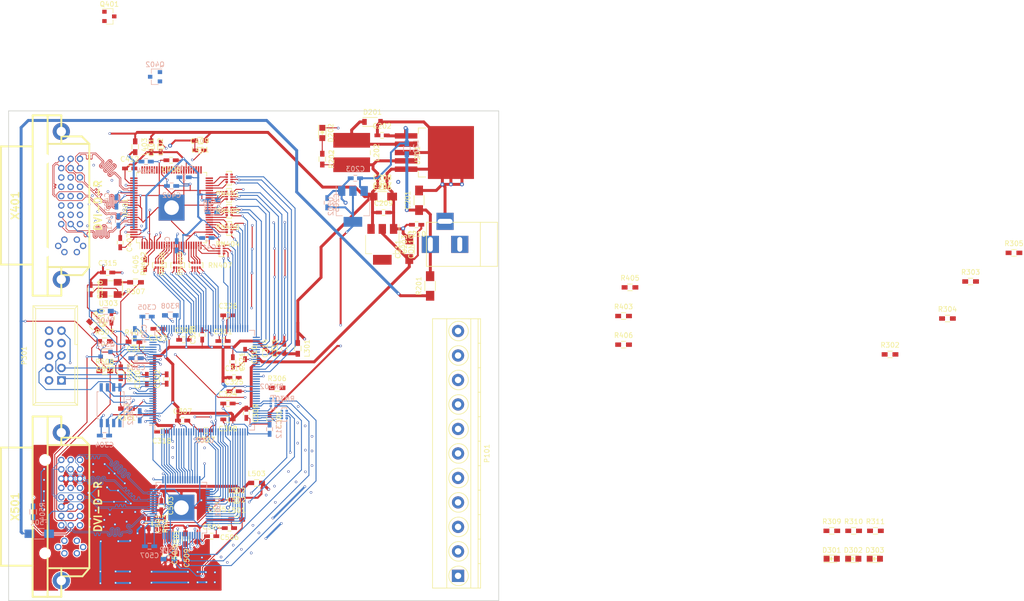
<source format=kicad_pcb>
(kicad_pcb (version 20160815) (host pcbnew "(2016-12-02 revision 54c5f6b)-master")

  (general
    (links 470)
    (no_connects 56)
    (area 19.924999 19.924999 120.075001 120.075001)
    (thickness 1.6)
    (drawings 4)
    (tracks 4650)
    (zones 0)
    (modules 132)
    (nets 240)
  )

  (page A4)
  (layers
    (0 F.Cu signal)
    (1 In1.Cu signal)
    (2 In2.Cu signal)
    (31 B.Cu signal)
    (32 B.Adhes user)
    (33 F.Adhes user)
    (34 B.Paste user)
    (35 F.Paste user)
    (36 B.SilkS user)
    (37 F.SilkS user)
    (38 B.Mask user)
    (39 F.Mask user)
    (40 Dwgs.User user)
    (41 Cmts.User user)
    (42 Eco1.User user)
    (43 Eco2.User user)
    (44 Edge.Cuts user)
    (45 Margin user)
    (46 B.CrtYd user)
    (47 F.CrtYd user)
    (48 B.Fab user)
    (49 F.Fab user)
  )

  (setup
    (last_trace_width 0.2)
    (user_trace_width 0.15)
    (user_trace_width 0.2)
    (user_trace_width 0.4)
    (user_trace_width 0.6)
    (trace_clearance 0.2)
    (zone_clearance 0.508)
    (zone_45_only no)
    (trace_min 0.15)
    (segment_width 0.2)
    (edge_width 0.15)
    (via_size 0.8)
    (via_drill 0.4)
    (via_min_size 0.4)
    (via_min_drill 0.3)
    (user_via 0.5 0.3)
    (uvia_size 0.3)
    (uvia_drill 0.1)
    (uvias_allowed no)
    (uvia_min_size 0.2)
    (uvia_min_drill 0.1)
    (pcb_text_width 0.3)
    (pcb_text_size 1.5 1.5)
    (mod_edge_width 0.15)
    (mod_text_size 1 1)
    (mod_text_width 0.15)
    (pad_size 1.524 1.524)
    (pad_drill 0.762)
    (pad_to_mask_clearance 0.2)
    (aux_axis_origin 0 0)
    (visible_elements FFFFFF7F)
    (pcbplotparams
      (layerselection 0x00030_ffffffff)
      (usegerberextensions false)
      (excludeedgelayer true)
      (linewidth 0.100000)
      (plotframeref false)
      (viasonmask false)
      (mode 1)
      (useauxorigin false)
      (hpglpennumber 1)
      (hpglpenspeed 20)
      (hpglpendiameter 15)
      (psnegative false)
      (psa4output false)
      (plotreference true)
      (plotvalue true)
      (plotinvisibletext false)
      (padsonsilk false)
      (subtractmaskfromsilk false)
      (outputformat 1)
      (mirror false)
      (drillshape 1)
      (scaleselection 1)
      (outputdirectory ""))
  )

  (net 0 "")
  (net 1 /power/VIN)
  (net 2 GND)
  (net 3 "Net-(C202-Pad2)")
  (net 4 +2V5)
  (net 5 +3V3)
  (net 6 +1V2)
  (net 7 +V_IO)
  (net 8 /dvi_out/TVDD)
  (net 9 "Net-(D201-Pad1)")
  (net 10 "Net-(D202-Pad2)")
  (net 11 "Net-(F501-Pad1)")
  (net 12 +5V)
  (net 13 /GPIO0)
  (net 14 /GPIO1)
  (net 15 /GPIO2)
  (net 16 /GPIO3)
  (net 17 /GPIO4)
  (net 18 /GPIO5)
  (net 19 /GPIO6)
  (net 20 /GPIO7)
  (net 21 "Net-(P301-Pad9)")
  (net 22 "Net-(P301-Pad8)")
  (net 23 "Net-(P301-Pad7)")
  (net 24 "Net-(P301-Pad6)")
  (net 25 "Net-(P301-Pad5)")
  (net 26 "Net-(P301-Pad3)")
  (net 27 "Net-(P301-Pad1)")
  (net 28 /dvi_in/DDCDAT_IN)
  (net 29 /dvi_in/DDCCLK_IN)
  (net 30 /dvi_out/DDCDAT)
  (net 31 /dvi_out/DDCCLK)
  (net 32 "Net-(R301-Pad1)")
  (net 33 "Net-(R302-Pad1)")
  (net 34 "Net-(R303-Pad1)")
  (net 35 "Net-(R304-Pad1)")
  (net 36 "Net-(R305-Pad1)")
  (net 37 "Net-(R306-Pad1)")
  (net 38 /fpga/CLK50)
  (net 39 "Net-(R307-Pad2)")
  (net 40 /dvi_out/TXCLK+)
  (net 41 "Net-(R308-Pad1)")
  (net 42 /fpga/CLKIN)
  (net 43 /dvi_in/HOTPLUG)
  (net 44 "Net-(R501-Pad1)")
  (net 45 /dvi_out/MSEN)
  (net 46 "Net-(R503-Pad2)")
  (net 47 /dvi_out/HOTPLUG)
  (net 48 "Net-(R504-Pad1)")
  (net 49 "Net-(RN301-Pad7)")
  (net 50 "Net-(RN301-Pad6)")
  (net 51 "Net-(RN301-Pad5)")
  (net 52 "Net-(RN301-Pad8)")
  (net 53 /dvi_out/CTL1)
  (net 54 /dvi_out/DE)
  (net 55 /dvi_out/VSYNC)
  (net 56 /dvi_out/HSYNC)
  (net 57 /dvi_out/CTL2)
  (net 58 /dvi_out/CTL3)
  (net 59 "Net-(RN302-Pad8)")
  (net 60 "Net-(RN302-Pad5)")
  (net 61 "Net-(RN302-Pad6)")
  (net 62 "Net-(RN302-Pad7)")
  (net 63 /dvi_in/DE)
  (net 64 /dvi_in/VSYNC)
  (net 65 /dvi_in/HSYNC)
  (net 66 "Net-(RN401-Pad4)")
  (net 67 "Net-(RN401-Pad8)")
  (net 68 "Net-(RN401-Pad5)")
  (net 69 "Net-(RN401-Pad6)")
  (net 70 "Net-(RN401-Pad7)")
  (net 71 "Net-(RN402-Pad7)")
  (net 72 "Net-(RN402-Pad6)")
  (net 73 "Net-(RN402-Pad5)")
  (net 74 "Net-(RN402-Pad8)")
  (net 75 /dvi_in/DATI3)
  (net 76 /dvi_in/DATI2)
  (net 77 /dvi_in/DATI1)
  (net 78 /dvi_in/DATI0)
  (net 79 "Net-(RN403-Pad7)")
  (net 80 "Net-(RN403-Pad6)")
  (net 81 "Net-(RN403-Pad5)")
  (net 82 "Net-(RN403-Pad8)")
  (net 83 /dvi_in/DATI11)
  (net 84 /dvi_in/DATI10)
  (net 85 /dvi_in/DATI9)
  (net 86 /dvi_in/DATI8)
  (net 87 "Net-(RN404-Pad7)")
  (net 88 "Net-(RN404-Pad6)")
  (net 89 "Net-(RN404-Pad5)")
  (net 90 "Net-(RN404-Pad8)")
  (net 91 /dvi_in/DATI19)
  (net 92 /dvi_in/DATI18)
  (net 93 /dvi_in/DATI17)
  (net 94 /dvi_in/DATI16)
  (net 95 "Net-(RN405-Pad7)")
  (net 96 "Net-(RN405-Pad6)")
  (net 97 "Net-(RN405-Pad5)")
  (net 98 "Net-(RN405-Pad8)")
  (net 99 /dvi_in/CTL3)
  (net 100 /dvi_in/CTL2)
  (net 101 /dvi_in/CTL1)
  (net 102 /dvi_in/DATI4)
  (net 103 /dvi_in/DATI5)
  (net 104 /dvi_in/DATI6)
  (net 105 /dvi_in/DATI7)
  (net 106 "Net-(RN406-Pad8)")
  (net 107 "Net-(RN406-Pad5)")
  (net 108 "Net-(RN406-Pad6)")
  (net 109 "Net-(RN406-Pad7)")
  (net 110 /dvi_in/DATI12)
  (net 111 /dvi_in/DATI13)
  (net 112 /dvi_in/DATI14)
  (net 113 /dvi_in/DATI15)
  (net 114 "Net-(RN407-Pad8)")
  (net 115 "Net-(RN407-Pad5)")
  (net 116 "Net-(RN407-Pad6)")
  (net 117 "Net-(RN407-Pad7)")
  (net 118 /dvi_in/DATI20)
  (net 119 /dvi_in/DATI21)
  (net 120 /dvi_in/DATI22)
  (net 121 /dvi_in/DATI23)
  (net 122 "Net-(RN408-Pad8)")
  (net 123 "Net-(RN408-Pad5)")
  (net 124 "Net-(RN408-Pad6)")
  (net 125 "Net-(RN408-Pad7)")
  (net 126 /dvi_out/DATO4)
  (net 127 /dvi_out/DATO5)
  (net 128 /dvi_out/DATO6)
  (net 129 /dvi_out/DATO7)
  (net 130 /dvi_out/DATO12)
  (net 131 /dvi_out/DATO13)
  (net 132 /dvi_out/DATO14)
  (net 133 /dvi_out/DATO15)
  (net 134 /dvi_out/DATO20)
  (net 135 /dvi_out/DATO21)
  (net 136 /dvi_out/DATO22)
  (net 137 /dvi_out/DATO23)
  (net 138 /dvi_out/DATO3)
  (net 139 /dvi_out/DATO2)
  (net 140 /dvi_out/DATO1)
  (net 141 /dvi_out/DATO0)
  (net 142 /dvi_out/DATO11)
  (net 143 /dvi_out/DATO10)
  (net 144 /dvi_out/DATO9)
  (net 145 /dvi_out/DATO8)
  (net 146 /dvi_out/DATO19)
  (net 147 /dvi_out/DATO18)
  (net 148 /dvi_out/DATO17)
  (net 149 /dvi_out/DATO16)
  (net 150 /fpga/DCLK)
  (net 151 /fpga/ASDI)
  (net 152 /fpga/DATA)
  (net 153 /fpga/nCS)
  (net 154 "Net-(U302-Pad127)")
  (net 155 /dvi_in/LINK_ACT)
  (net 156 /dvi_in/PDOWN)
  (net 157 /dvi_out/EDGE)
  (net 158 /dvi_out/DKEN)
  (net 159 "Net-(U303-Pad1)")
  (net 160 "Net-(U401-Pad96)")
  (net 161 /dvi_in/RxC-)
  (net 162 /dvi_in/RxC+)
  (net 163 /dvi_in/Rx0+)
  (net 164 /dvi_in/Rx1-)
  (net 165 /dvi_in/Rx1+)
  (net 166 /dvi_in/Rx2-)
  (net 167 /dvi_in/Rx2+)
  (net 168 "Net-(U401-Pad77)")
  (net 169 "Net-(U401-Pad75)")
  (net 170 "Net-(U401-Pad74)")
  (net 171 "Net-(U401-Pad73)")
  (net 172 "Net-(U401-Pad72)")
  (net 173 "Net-(U401-Pad71)")
  (net 174 "Net-(U401-Pad70)")
  (net 175 "Net-(U401-Pad69)")
  (net 176 "Net-(U401-Pad66)")
  (net 177 "Net-(U401-Pad65)")
  (net 178 "Net-(U401-Pad64)")
  (net 179 "Net-(U401-Pad63)")
  (net 180 "Net-(U401-Pad62)")
  (net 181 "Net-(U401-Pad61)")
  (net 182 "Net-(U401-Pad60)")
  (net 183 "Net-(U401-Pad59)")
  (net 184 "Net-(U401-Pad56)")
  (net 185 "Net-(U401-Pad55)")
  (net 186 "Net-(U401-Pad54)")
  (net 187 "Net-(U401-Pad53)")
  (net 188 "Net-(U401-Pad52)")
  (net 189 "Net-(U401-Pad51)")
  (net 190 "Net-(U401-Pad50)")
  (net 191 "Net-(U401-Pad49)")
  (net 192 "Net-(U501-Pad56)")
  (net 193 "Net-(U501-Pad49)")
  (net 194 /dvi_out/TX2+)
  (net 195 /dvi_out/TX2-)
  (net 196 /dvi_out/TX1+)
  (net 197 /dvi_out/TX1-)
  (net 198 /dvi_out/TX0+)
  (net 199 /dvi_out/TX0-)
  (net 200 /dvi_out/TXC+)
  (net 201 /dvi_out/TXC-)
  (net 202 "Net-(X401-Pad8)")
  (net 203 "Net-(X401-Pad21)")
  (net 204 "Net-(X401-Pad20)")
  (net 205 "Net-(X401-Pad14)")
  (net 206 "Net-(X401-Pad13)")
  (net 207 "Net-(X401-Pad12)")
  (net 208 "Net-(X401-Pad5)")
  (net 209 "Net-(X401-Pad4)")
  (net 210 "Net-(X501-Pad4)")
  (net 211 "Net-(X501-Pad5)")
  (net 212 "Net-(X501-Pad12)")
  (net 213 "Net-(X501-Pad13)")
  (net 214 "Net-(X501-Pad20)")
  (net 215 "Net-(X501-Pad21)")
  (net 216 "Net-(X501-Pad8)")
  (net 217 "Net-(D301-Pad2)")
  (net 218 "Net-(D302-Pad2)")
  (net 219 "Net-(D303-Pad2)")
  (net 220 /dvi_in/Rx0-)
  (net 221 "Net-(U302-Pad99)")
  (net 222 "Net-(U302-Pad84)")
  (net 223 "Net-(U302-Pad83)")
  (net 224 "Net-(U303-Pad4)")
  (net 225 "Net-(RN302-Pad1)")
  (net 226 "Net-(D301-Pad1)")
  (net 227 "Net-(D302-Pad1)")
  (net 228 "Net-(D303-Pad1)")
  (net 229 "Net-(R309-Pad2)")
  (net 230 "Net-(RN301-Pad1)")
  (net 231 /dvi_in/PVDD)
  (net 232 /dvi_in/DVDD)
  (net 233 /dvi_in/AVDD)
  (net 234 /dvi_out/DVDD)
  (net 235 /dvi_out/PVDD)
  (net 236 /dvi_out/DDCDAT_)
  (net 237 /dvi_out/DDCCLK_)
  (net 238 /dvi_in/DDCDAT_)
  (net 239 /dvi_in/DDCCLK_)

  (net_class Default "This is the default net class."
    (clearance 0.2)
    (trace_width 0.25)
    (via_dia 0.8)
    (via_drill 0.4)
    (uvia_dia 0.3)
    (uvia_drill 0.1)
    (diff_pair_gap 0.25)
    (diff_pair_width 0.2)
    (add_net +1V2)
    (add_net +2V5)
    (add_net +3V3)
    (add_net +5V)
    (add_net +V_IO)
    (add_net /GPIO0)
    (add_net /GPIO1)
    (add_net /GPIO2)
    (add_net /GPIO3)
    (add_net /GPIO4)
    (add_net /GPIO5)
    (add_net /GPIO6)
    (add_net /GPIO7)
    (add_net /dvi_in/AVDD)
    (add_net /dvi_in/CTL1)
    (add_net /dvi_in/CTL2)
    (add_net /dvi_in/CTL3)
    (add_net /dvi_in/DATI0)
    (add_net /dvi_in/DATI1)
    (add_net /dvi_in/DATI10)
    (add_net /dvi_in/DATI11)
    (add_net /dvi_in/DATI12)
    (add_net /dvi_in/DATI13)
    (add_net /dvi_in/DATI14)
    (add_net /dvi_in/DATI15)
    (add_net /dvi_in/DATI16)
    (add_net /dvi_in/DATI17)
    (add_net /dvi_in/DATI18)
    (add_net /dvi_in/DATI19)
    (add_net /dvi_in/DATI2)
    (add_net /dvi_in/DATI20)
    (add_net /dvi_in/DATI21)
    (add_net /dvi_in/DATI22)
    (add_net /dvi_in/DATI23)
    (add_net /dvi_in/DATI3)
    (add_net /dvi_in/DATI4)
    (add_net /dvi_in/DATI5)
    (add_net /dvi_in/DATI6)
    (add_net /dvi_in/DATI7)
    (add_net /dvi_in/DATI8)
    (add_net /dvi_in/DATI9)
    (add_net /dvi_in/DDCCLK_)
    (add_net /dvi_in/DDCCLK_IN)
    (add_net /dvi_in/DDCDAT_)
    (add_net /dvi_in/DDCDAT_IN)
    (add_net /dvi_in/DE)
    (add_net /dvi_in/DVDD)
    (add_net /dvi_in/HOTPLUG)
    (add_net /dvi_in/HSYNC)
    (add_net /dvi_in/LINK_ACT)
    (add_net /dvi_in/PDOWN)
    (add_net /dvi_in/PVDD)
    (add_net /dvi_in/Rx0+)
    (add_net /dvi_in/Rx0-)
    (add_net /dvi_in/Rx1+)
    (add_net /dvi_in/Rx1-)
    (add_net /dvi_in/Rx2+)
    (add_net /dvi_in/Rx2-)
    (add_net /dvi_in/RxC+)
    (add_net /dvi_in/RxC-)
    (add_net /dvi_in/VSYNC)
    (add_net /dvi_out/CTL1)
    (add_net /dvi_out/CTL2)
    (add_net /dvi_out/CTL3)
    (add_net /dvi_out/DATO0)
    (add_net /dvi_out/DATO1)
    (add_net /dvi_out/DATO10)
    (add_net /dvi_out/DATO11)
    (add_net /dvi_out/DATO12)
    (add_net /dvi_out/DATO13)
    (add_net /dvi_out/DATO14)
    (add_net /dvi_out/DATO15)
    (add_net /dvi_out/DATO16)
    (add_net /dvi_out/DATO17)
    (add_net /dvi_out/DATO18)
    (add_net /dvi_out/DATO19)
    (add_net /dvi_out/DATO2)
    (add_net /dvi_out/DATO20)
    (add_net /dvi_out/DATO21)
    (add_net /dvi_out/DATO22)
    (add_net /dvi_out/DATO23)
    (add_net /dvi_out/DATO3)
    (add_net /dvi_out/DATO4)
    (add_net /dvi_out/DATO5)
    (add_net /dvi_out/DATO6)
    (add_net /dvi_out/DATO7)
    (add_net /dvi_out/DATO8)
    (add_net /dvi_out/DATO9)
    (add_net /dvi_out/DDCCLK)
    (add_net /dvi_out/DDCCLK_)
    (add_net /dvi_out/DDCDAT)
    (add_net /dvi_out/DDCDAT_)
    (add_net /dvi_out/DE)
    (add_net /dvi_out/DKEN)
    (add_net /dvi_out/DVDD)
    (add_net /dvi_out/EDGE)
    (add_net /dvi_out/HOTPLUG)
    (add_net /dvi_out/HSYNC)
    (add_net /dvi_out/MSEN)
    (add_net /dvi_out/PVDD)
    (add_net /dvi_out/TVDD)
    (add_net /dvi_out/TX0+)
    (add_net /dvi_out/TX0-)
    (add_net /dvi_out/TX1+)
    (add_net /dvi_out/TX1-)
    (add_net /dvi_out/TX2+)
    (add_net /dvi_out/TX2-)
    (add_net /dvi_out/TXC+)
    (add_net /dvi_out/TXC-)
    (add_net /dvi_out/TXCLK+)
    (add_net /dvi_out/VSYNC)
    (add_net /fpga/ASDI)
    (add_net /fpga/CLK50)
    (add_net /fpga/CLKIN)
    (add_net /fpga/DATA)
    (add_net /fpga/DCLK)
    (add_net /fpga/nCS)
    (add_net /power/VIN)
    (add_net GND)
    (add_net "Net-(C202-Pad2)")
    (add_net "Net-(D201-Pad1)")
    (add_net "Net-(D202-Pad2)")
    (add_net "Net-(D301-Pad1)")
    (add_net "Net-(D301-Pad2)")
    (add_net "Net-(D302-Pad1)")
    (add_net "Net-(D302-Pad2)")
    (add_net "Net-(D303-Pad1)")
    (add_net "Net-(D303-Pad2)")
    (add_net "Net-(F501-Pad1)")
    (add_net "Net-(P301-Pad1)")
    (add_net "Net-(P301-Pad3)")
    (add_net "Net-(P301-Pad5)")
    (add_net "Net-(P301-Pad6)")
    (add_net "Net-(P301-Pad7)")
    (add_net "Net-(P301-Pad8)")
    (add_net "Net-(P301-Pad9)")
    (add_net "Net-(R301-Pad1)")
    (add_net "Net-(R302-Pad1)")
    (add_net "Net-(R303-Pad1)")
    (add_net "Net-(R304-Pad1)")
    (add_net "Net-(R305-Pad1)")
    (add_net "Net-(R306-Pad1)")
    (add_net "Net-(R307-Pad2)")
    (add_net "Net-(R308-Pad1)")
    (add_net "Net-(R309-Pad2)")
    (add_net "Net-(R501-Pad1)")
    (add_net "Net-(R503-Pad2)")
    (add_net "Net-(R504-Pad1)")
    (add_net "Net-(RN301-Pad1)")
    (add_net "Net-(RN301-Pad5)")
    (add_net "Net-(RN301-Pad6)")
    (add_net "Net-(RN301-Pad7)")
    (add_net "Net-(RN301-Pad8)")
    (add_net "Net-(RN302-Pad1)")
    (add_net "Net-(RN302-Pad5)")
    (add_net "Net-(RN302-Pad6)")
    (add_net "Net-(RN302-Pad7)")
    (add_net "Net-(RN302-Pad8)")
    (add_net "Net-(RN401-Pad4)")
    (add_net "Net-(RN401-Pad5)")
    (add_net "Net-(RN401-Pad6)")
    (add_net "Net-(RN401-Pad7)")
    (add_net "Net-(RN401-Pad8)")
    (add_net "Net-(RN402-Pad5)")
    (add_net "Net-(RN402-Pad6)")
    (add_net "Net-(RN402-Pad7)")
    (add_net "Net-(RN402-Pad8)")
    (add_net "Net-(RN403-Pad5)")
    (add_net "Net-(RN403-Pad6)")
    (add_net "Net-(RN403-Pad7)")
    (add_net "Net-(RN403-Pad8)")
    (add_net "Net-(RN404-Pad5)")
    (add_net "Net-(RN404-Pad6)")
    (add_net "Net-(RN404-Pad7)")
    (add_net "Net-(RN404-Pad8)")
    (add_net "Net-(RN405-Pad5)")
    (add_net "Net-(RN405-Pad6)")
    (add_net "Net-(RN405-Pad7)")
    (add_net "Net-(RN405-Pad8)")
    (add_net "Net-(RN406-Pad5)")
    (add_net "Net-(RN406-Pad6)")
    (add_net "Net-(RN406-Pad7)")
    (add_net "Net-(RN406-Pad8)")
    (add_net "Net-(RN407-Pad5)")
    (add_net "Net-(RN407-Pad6)")
    (add_net "Net-(RN407-Pad7)")
    (add_net "Net-(RN407-Pad8)")
    (add_net "Net-(RN408-Pad5)")
    (add_net "Net-(RN408-Pad6)")
    (add_net "Net-(RN408-Pad7)")
    (add_net "Net-(RN408-Pad8)")
    (add_net "Net-(U302-Pad127)")
    (add_net "Net-(U302-Pad83)")
    (add_net "Net-(U302-Pad84)")
    (add_net "Net-(U302-Pad99)")
    (add_net "Net-(U303-Pad1)")
    (add_net "Net-(U303-Pad4)")
    (add_net "Net-(U401-Pad49)")
    (add_net "Net-(U401-Pad50)")
    (add_net "Net-(U401-Pad51)")
    (add_net "Net-(U401-Pad52)")
    (add_net "Net-(U401-Pad53)")
    (add_net "Net-(U401-Pad54)")
    (add_net "Net-(U401-Pad55)")
    (add_net "Net-(U401-Pad56)")
    (add_net "Net-(U401-Pad59)")
    (add_net "Net-(U401-Pad60)")
    (add_net "Net-(U401-Pad61)")
    (add_net "Net-(U401-Pad62)")
    (add_net "Net-(U401-Pad63)")
    (add_net "Net-(U401-Pad64)")
    (add_net "Net-(U401-Pad65)")
    (add_net "Net-(U401-Pad66)")
    (add_net "Net-(U401-Pad69)")
    (add_net "Net-(U401-Pad70)")
    (add_net "Net-(U401-Pad71)")
    (add_net "Net-(U401-Pad72)")
    (add_net "Net-(U401-Pad73)")
    (add_net "Net-(U401-Pad74)")
    (add_net "Net-(U401-Pad75)")
    (add_net "Net-(U401-Pad77)")
    (add_net "Net-(U401-Pad96)")
    (add_net "Net-(U501-Pad49)")
    (add_net "Net-(U501-Pad56)")
    (add_net "Net-(X401-Pad12)")
    (add_net "Net-(X401-Pad13)")
    (add_net "Net-(X401-Pad14)")
    (add_net "Net-(X401-Pad20)")
    (add_net "Net-(X401-Pad21)")
    (add_net "Net-(X401-Pad4)")
    (add_net "Net-(X401-Pad5)")
    (add_net "Net-(X401-Pad8)")
    (add_net "Net-(X501-Pad12)")
    (add_net "Net-(X501-Pad13)")
    (add_net "Net-(X501-Pad20)")
    (add_net "Net-(X501-Pad21)")
    (add_net "Net-(X501-Pad4)")
    (add_net "Net-(X501-Pad5)")
    (add_net "Net-(X501-Pad8)")
  )

  (module smd:HQFP-100_14x14mm_Pitch0.5mm_handsoldering (layer F.Cu) (tedit 584FF58E) (tstamp 584DB91D)
    (at 53.25 39.75 90)
    (descr "100-Lead Plastic Thin Quad Flatpack (PF) - 14x14x1 mm Body 2.00 mm Footprint [TQFP] (see Microchip Packaging Specification 00000049BS.pdf)")
    (tags "QFP 0.5")
    (path /583B5F85/583B662D)
    (attr smd)
    (fp_text reference U401 (at 0 -9.45 90) (layer F.SilkS)
      (effects (font (size 1 1) (thickness 0.15)))
    )
    (fp_text value TFP401 (at 0 9.45 90) (layer F.Fab)
      (effects (font (size 1 1) (thickness 0.15)))
    )
    (fp_text user %R (at 0 0 90) (layer F.Fab)
      (effects (font (size 1 1) (thickness 0.15)))
    )
    (fp_line (start -6 -7) (end 7 -7) (layer F.Fab) (width 0.15))
    (fp_line (start 7 -7) (end 7 7) (layer F.Fab) (width 0.15))
    (fp_line (start 7 7) (end -7 7) (layer F.Fab) (width 0.15))
    (fp_line (start -7 7) (end -7 -6) (layer F.Fab) (width 0.15))
    (fp_line (start -7 -6) (end -6 -7) (layer F.Fab) (width 0.15))
    (fp_line (start -8.7 -8.7) (end -8.7 8.7) (layer F.CrtYd) (width 0.05))
    (fp_line (start 8.7 -8.7) (end 8.7 8.7) (layer F.CrtYd) (width 0.05))
    (fp_line (start -8.7 -8.7) (end 8.7 -8.7) (layer F.CrtYd) (width 0.05))
    (fp_line (start -8.7 8.7) (end 8.7 8.7) (layer F.CrtYd) (width 0.05))
    (fp_line (start -7.175 -7.175) (end -7.175 -6.45) (layer F.SilkS) (width 0.15))
    (fp_line (start 7.175 -7.175) (end 7.175 -6.375) (layer F.SilkS) (width 0.15))
    (fp_line (start 7.175 7.175) (end 7.175 6.375) (layer F.SilkS) (width 0.15))
    (fp_line (start -7.175 7.175) (end -7.175 6.375) (layer F.SilkS) (width 0.15))
    (fp_line (start -7.175 -7.175) (end -6.375 -7.175) (layer F.SilkS) (width 0.15))
    (fp_line (start -7.175 7.175) (end -6.375 7.175) (layer F.SilkS) (width 0.15))
    (fp_line (start 7.175 7.175) (end 6.375 7.175) (layer F.SilkS) (width 0.15))
    (fp_line (start 7.175 -7.175) (end 6.375 -7.175) (layer F.SilkS) (width 0.15))
    (fp_line (start -7.175 -6.45) (end -8.45 -6.45) (layer F.SilkS) (width 0.15))
    (pad 101 thru_hole rect (at 0 0 90) (size 5.3 5.3) (drill 3) (layers *.Cu *.Mask)
      (net 2 GND))
    (pad 1 smd rect (at -7.7 -6 90) (size 1.5 0.3) (layers F.Cu F.Paste F.Mask)
      (net 2 GND))
    (pad 2 smd rect (at -7.7 -5.5 90) (size 1.5 0.3) (layers F.Cu F.Paste F.Mask)
      (net 156 /dvi_in/PDOWN))
    (pad 3 smd rect (at -7.7 -5 90) (size 1.5 0.3) (layers F.Cu F.Paste F.Mask)
      (net 2 GND))
    (pad 4 smd rect (at -7.7 -4.5 90) (size 1.5 0.3) (layers F.Cu F.Paste F.Mask)
      (net 2 GND))
    (pad 5 smd rect (at -7.7 -4 90) (size 1.5 0.3) (layers F.Cu F.Paste F.Mask)
      (net 2 GND))
    (pad 6 smd rect (at -7.7 -3.5 90) (size 1.5 0.3) (layers F.Cu F.Paste F.Mask)
      (net 232 /dvi_in/DVDD))
    (pad 7 smd rect (at -7.7 -3 90) (size 1.5 0.3) (layers F.Cu F.Paste F.Mask)
      (net 2 GND))
    (pad 8 smd rect (at -7.7 -2.5 90) (size 1.5 0.3) (layers F.Cu F.Paste F.Mask)
      (net 155 /dvi_in/LINK_ACT))
    (pad 9 smd rect (at -7.7 -2 90) (size 1.5 0.3) (layers F.Cu F.Paste F.Mask)
      (net 156 /dvi_in/PDOWN))
    (pad 10 smd rect (at -7.7 -1.5 90) (size 1.5 0.3) (layers F.Cu F.Paste F.Mask)
      (net 74 "Net-(RN402-Pad8)"))
    (pad 11 smd rect (at -7.7 -1 90) (size 1.5 0.3) (layers F.Cu F.Paste F.Mask)
      (net 71 "Net-(RN402-Pad7)"))
    (pad 12 smd rect (at -7.7 -0.5 90) (size 1.5 0.3) (layers F.Cu F.Paste F.Mask)
      (net 72 "Net-(RN402-Pad6)"))
    (pad 13 smd rect (at -7.7 0 90) (size 1.5 0.3) (layers F.Cu F.Paste F.Mask)
      (net 73 "Net-(RN402-Pad5)"))
    (pad 14 smd rect (at -7.7 0.5 90) (size 1.5 0.3) (layers F.Cu F.Paste F.Mask)
      (net 106 "Net-(RN406-Pad8)"))
    (pad 15 smd rect (at -7.7 1 90) (size 1.5 0.3) (layers F.Cu F.Paste F.Mask)
      (net 109 "Net-(RN406-Pad7)"))
    (pad 16 smd rect (at -7.7 1.5 90) (size 1.5 0.3) (layers F.Cu F.Paste F.Mask)
      (net 108 "Net-(RN406-Pad6)"))
    (pad 17 smd rect (at -7.7 2 90) (size 1.5 0.3) (layers F.Cu F.Paste F.Mask)
      (net 107 "Net-(RN406-Pad5)"))
    (pad 18 smd rect (at -7.7 2.5 90) (size 1.5 0.3) (layers F.Cu F.Paste F.Mask)
      (net 231 /dvi_in/PVDD))
    (pad 19 smd rect (at -7.7 3 90) (size 1.5 0.3) (layers F.Cu F.Paste F.Mask)
      (net 2 GND))
    (pad 20 smd rect (at -7.7 3.5 90) (size 1.5 0.3) (layers F.Cu F.Paste F.Mask)
      (net 82 "Net-(RN403-Pad8)"))
    (pad 21 smd rect (at -7.7 4 90) (size 1.5 0.3) (layers F.Cu F.Paste F.Mask)
      (net 79 "Net-(RN403-Pad7)"))
    (pad 22 smd rect (at -7.7 4.5 90) (size 1.5 0.3) (layers F.Cu F.Paste F.Mask)
      (net 80 "Net-(RN403-Pad6)"))
    (pad 23 smd rect (at -7.7 5 90) (size 1.5 0.3) (layers F.Cu F.Paste F.Mask)
      (net 81 "Net-(RN403-Pad5)"))
    (pad 24 smd rect (at -7.7 5.5 90) (size 1.5 0.3) (layers F.Cu F.Paste F.Mask)
      (net 114 "Net-(RN407-Pad8)"))
    (pad 25 smd rect (at -7.7 6 90) (size 1.5 0.3) (layers F.Cu F.Paste F.Mask)
      (net 117 "Net-(RN407-Pad7)"))
    (pad 26 smd rect (at -6 7.7 180) (size 1.5 0.3) (layers F.Cu F.Paste F.Mask)
      (net 116 "Net-(RN407-Pad6)"))
    (pad 27 smd rect (at -5.5 7.7 180) (size 1.5 0.3) (layers F.Cu F.Paste F.Mask)
      (net 115 "Net-(RN407-Pad5)"))
    (pad 28 smd rect (at -5 7.7 180) (size 1.5 0.3) (layers F.Cu F.Paste F.Mask)
      (net 2 GND))
    (pad 29 smd rect (at -4.5 7.7 180) (size 1.5 0.3) (layers F.Cu F.Paste F.Mask)
      (net 231 /dvi_in/PVDD))
    (pad 30 smd rect (at -4 7.7 180) (size 1.5 0.3) (layers F.Cu F.Paste F.Mask)
      (net 90 "Net-(RN404-Pad8)"))
    (pad 31 smd rect (at -3.5 7.7 180) (size 1.5 0.3) (layers F.Cu F.Paste F.Mask)
      (net 87 "Net-(RN404-Pad7)"))
    (pad 32 smd rect (at -3 7.7 180) (size 1.5 0.3) (layers F.Cu F.Paste F.Mask)
      (net 88 "Net-(RN404-Pad6)"))
    (pad 33 smd rect (at -2.5 7.7 180) (size 1.5 0.3) (layers F.Cu F.Paste F.Mask)
      (net 89 "Net-(RN404-Pad5)"))
    (pad 34 smd rect (at -2 7.7 180) (size 1.5 0.3) (layers F.Cu F.Paste F.Mask)
      (net 122 "Net-(RN408-Pad8)"))
    (pad 35 smd rect (at -1.5 7.7 180) (size 1.5 0.3) (layers F.Cu F.Paste F.Mask)
      (net 125 "Net-(RN408-Pad7)"))
    (pad 36 smd rect (at -1 7.7 180) (size 1.5 0.3) (layers F.Cu F.Paste F.Mask)
      (net 124 "Net-(RN408-Pad6)"))
    (pad 37 smd rect (at -0.5 7.7 180) (size 1.5 0.3) (layers F.Cu F.Paste F.Mask)
      (net 123 "Net-(RN408-Pad5)"))
    (pad 38 smd rect (at 0 7.7 180) (size 1.5 0.3) (layers F.Cu F.Paste F.Mask)
      (net 232 /dvi_in/DVDD))
    (pad 39 smd rect (at 0.5 7.7 180) (size 1.5 0.3) (layers F.Cu F.Paste F.Mask)
      (net 2 GND))
    (pad 40 smd rect (at 1 7.7 180) (size 1.5 0.3) (layers F.Cu F.Paste F.Mask)
      (net 98 "Net-(RN405-Pad8)"))
    (pad 41 smd rect (at 1.5 7.7 180) (size 1.5 0.3) (layers F.Cu F.Paste F.Mask)
      (net 95 "Net-(RN405-Pad7)"))
    (pad 42 smd rect (at 2 7.7 180) (size 1.5 0.3) (layers F.Cu F.Paste F.Mask)
      (net 96 "Net-(RN405-Pad6)"))
    (pad 43 smd rect (at 2.5 7.7 180) (size 1.5 0.3) (layers F.Cu F.Paste F.Mask)
      (net 231 /dvi_in/PVDD))
    (pad 44 smd rect (at 3 7.7 180) (size 1.5 0.3) (layers F.Cu F.Paste F.Mask)
      (net 97 "Net-(RN405-Pad5)"))
    (pad 45 smd rect (at 3.5 7.7 180) (size 1.5 0.3) (layers F.Cu F.Paste F.Mask)
      (net 2 GND))
    (pad 46 smd rect (at 4 7.7 180) (size 1.5 0.3) (layers F.Cu F.Paste F.Mask)
      (net 67 "Net-(RN401-Pad8)"))
    (pad 47 smd rect (at 4.5 7.7 180) (size 1.5 0.3) (layers F.Cu F.Paste F.Mask)
      (net 70 "Net-(RN401-Pad7)"))
    (pad 48 smd rect (at 5 7.7 180) (size 1.5 0.3) (layers F.Cu F.Paste F.Mask)
      (net 69 "Net-(RN401-Pad6)"))
    (pad 49 smd rect (at 5.5 7.7 180) (size 1.5 0.3) (layers F.Cu F.Paste F.Mask)
      (net 191 "Net-(U401-Pad49)"))
    (pad 50 smd rect (at 6 7.7 180) (size 1.5 0.3) (layers F.Cu F.Paste F.Mask)
      (net 190 "Net-(U401-Pad50)"))
    (pad 51 smd rect (at 7.7 6 90) (size 1.5 0.3) (layers F.Cu F.Paste F.Mask)
      (net 189 "Net-(U401-Pad51)"))
    (pad 52 smd rect (at 7.7 5.5 90) (size 1.5 0.3) (layers F.Cu F.Paste F.Mask)
      (net 188 "Net-(U401-Pad52)"))
    (pad 53 smd rect (at 7.7 5 90) (size 1.5 0.3) (layers F.Cu F.Paste F.Mask)
      (net 187 "Net-(U401-Pad53)"))
    (pad 54 smd rect (at 7.7 4.5 90) (size 1.5 0.3) (layers F.Cu F.Paste F.Mask)
      (net 186 "Net-(U401-Pad54)"))
    (pad 55 smd rect (at 7.7 4 90) (size 1.5 0.3) (layers F.Cu F.Paste F.Mask)
      (net 185 "Net-(U401-Pad55)"))
    (pad 56 smd rect (at 7.7 3.5 90) (size 1.5 0.3) (layers F.Cu F.Paste F.Mask)
      (net 184 "Net-(U401-Pad56)"))
    (pad 57 smd rect (at 7.7 3 90) (size 1.5 0.3) (layers F.Cu F.Paste F.Mask)
      (net 231 /dvi_in/PVDD))
    (pad 58 smd rect (at 7.7 2.5 90) (size 1.5 0.3) (layers F.Cu F.Paste F.Mask)
      (net 2 GND))
    (pad 59 smd rect (at 7.7 2 90) (size 1.5 0.3) (layers F.Cu F.Paste F.Mask)
      (net 183 "Net-(U401-Pad59)"))
    (pad 60 smd rect (at 7.7 1.5 90) (size 1.5 0.3) (layers F.Cu F.Paste F.Mask)
      (net 182 "Net-(U401-Pad60)"))
    (pad 61 smd rect (at 7.7 1 90) (size 1.5 0.3) (layers F.Cu F.Paste F.Mask)
      (net 181 "Net-(U401-Pad61)"))
    (pad 62 smd rect (at 7.7 0.5 90) (size 1.5 0.3) (layers F.Cu F.Paste F.Mask)
      (net 180 "Net-(U401-Pad62)"))
    (pad 63 smd rect (at 7.7 0 90) (size 1.5 0.3) (layers F.Cu F.Paste F.Mask)
      (net 179 "Net-(U401-Pad63)"))
    (pad 64 smd rect (at 7.7 -0.5 90) (size 1.5 0.3) (layers F.Cu F.Paste F.Mask)
      (net 178 "Net-(U401-Pad64)"))
    (pad 65 smd rect (at 7.7 -1 90) (size 1.5 0.3) (layers F.Cu F.Paste F.Mask)
      (net 177 "Net-(U401-Pad65)"))
    (pad 66 smd rect (at 7.7 -1.5 90) (size 1.5 0.3) (layers F.Cu F.Paste F.Mask)
      (net 176 "Net-(U401-Pad66)"))
    (pad 67 smd rect (at 7.7 -2 90) (size 1.5 0.3) (layers F.Cu F.Paste F.Mask)
      (net 232 /dvi_in/DVDD))
    (pad 68 smd rect (at 7.7 -2.5 90) (size 1.5 0.3) (layers F.Cu F.Paste F.Mask)
      (net 2 GND))
    (pad 69 smd rect (at 7.7 -3 90) (size 1.5 0.3) (layers F.Cu F.Paste F.Mask)
      (net 175 "Net-(U401-Pad69)"))
    (pad 70 smd rect (at 7.7 -3.5 90) (size 1.5 0.3) (layers F.Cu F.Paste F.Mask)
      (net 174 "Net-(U401-Pad70)"))
    (pad 71 smd rect (at 7.7 -4 90) (size 1.5 0.3) (layers F.Cu F.Paste F.Mask)
      (net 173 "Net-(U401-Pad71)"))
    (pad 72 smd rect (at 7.7 -4.5 90) (size 1.5 0.3) (layers F.Cu F.Paste F.Mask)
      (net 172 "Net-(U401-Pad72)"))
    (pad 73 smd rect (at 7.7 -5 90) (size 1.5 0.3) (layers F.Cu F.Paste F.Mask)
      (net 171 "Net-(U401-Pad73)"))
    (pad 74 smd rect (at 7.7 -5.5 90) (size 1.5 0.3) (layers F.Cu F.Paste F.Mask)
      (net 170 "Net-(U401-Pad74)"))
    (pad 75 smd rect (at 7.7 -6 90) (size 1.5 0.3) (layers F.Cu F.Paste F.Mask)
      (net 169 "Net-(U401-Pad75)"))
    (pad 76 smd rect (at 6 -7.7 180) (size 1.5 0.3) (layers F.Cu F.Paste F.Mask)
      (net 2 GND))
    (pad 77 smd rect (at 5.5 -7.7 180) (size 1.5 0.3) (layers F.Cu F.Paste F.Mask)
      (net 168 "Net-(U401-Pad77)"))
    (pad 78 smd rect (at 5 -7.7 180) (size 1.5 0.3) (layers F.Cu F.Paste F.Mask)
      (net 231 /dvi_in/PVDD))
    (pad 79 smd rect (at 4.5 -7.7 180) (size 1.5 0.3) (layers F.Cu F.Paste F.Mask)
      (net 2 GND))
    (pad 80 smd rect (at 4 -7.7 180) (size 1.5 0.3) (layers F.Cu F.Paste F.Mask)
      (net 167 /dvi_in/Rx2+))
    (pad 81 smd rect (at 3.5 -7.7 180) (size 1.5 0.3) (layers F.Cu F.Paste F.Mask)
      (net 166 /dvi_in/Rx2-))
    (pad 82 smd rect (at 3 -7.7 180) (size 1.5 0.3) (layers F.Cu F.Paste F.Mask)
      (net 233 /dvi_in/AVDD))
    (pad 83 smd rect (at 2.5 -7.7 180) (size 1.5 0.3) (layers F.Cu F.Paste F.Mask)
      (net 2 GND))
    (pad 84 smd rect (at 2 -7.7 180) (size 1.5 0.3) (layers F.Cu F.Paste F.Mask)
      (net 233 /dvi_in/AVDD))
    (pad 85 smd rect (at 1.5 -7.7 180) (size 1.5 0.3) (layers F.Cu F.Paste F.Mask)
      (net 165 /dvi_in/Rx1+))
    (pad 86 smd rect (at 1 -7.7 180) (size 1.5 0.3) (layers F.Cu F.Paste F.Mask)
      (net 164 /dvi_in/Rx1-))
    (pad 87 smd rect (at 0.5 -7.7 180) (size 1.5 0.3) (layers F.Cu F.Paste F.Mask)
      (net 2 GND))
    (pad 88 smd rect (at 0 -7.7 180) (size 1.5 0.3) (layers F.Cu F.Paste F.Mask)
      (net 233 /dvi_in/AVDD))
    (pad 89 smd rect (at -0.5 -7.7 180) (size 1.5 0.3) (layers F.Cu F.Paste F.Mask)
      (net 2 GND))
    (pad 90 smd rect (at -1 -7.7 180) (size 1.5 0.3) (layers F.Cu F.Paste F.Mask)
      (net 163 /dvi_in/Rx0+))
    (pad 91 smd rect (at -1.5 -7.7 180) (size 1.5 0.3) (layers F.Cu F.Paste F.Mask)
      (net 220 /dvi_in/Rx0-))
    (pad 92 smd rect (at -2 -7.7 180) (size 1.5 0.3) (layers F.Cu F.Paste F.Mask)
      (net 2 GND))
    (pad 93 smd rect (at -2.5 -7.7 180) (size 1.5 0.3) (layers F.Cu F.Paste F.Mask)
      (net 162 /dvi_in/RxC+))
    (pad 94 smd rect (at -3 -7.7 180) (size 1.5 0.3) (layers F.Cu F.Paste F.Mask)
      (net 161 /dvi_in/RxC-))
    (pad 95 smd rect (at -3.5 -7.7 180) (size 1.5 0.3) (layers F.Cu F.Paste F.Mask)
      (net 233 /dvi_in/AVDD))
    (pad 96 smd rect (at -4 -7.7 180) (size 1.5 0.3) (layers F.Cu F.Paste F.Mask)
      (net 160 "Net-(U401-Pad96)"))
    (pad 97 smd rect (at -4.5 -7.7 180) (size 1.5 0.3) (layers F.Cu F.Paste F.Mask)
      (net 231 /dvi_in/PVDD))
    (pad 98 smd rect (at -5 -7.7 180) (size 1.5 0.3) (layers F.Cu F.Paste F.Mask)
      (net 2 GND))
    (pad 99 smd rect (at -5.5 -7.7 180) (size 1.5 0.3) (layers F.Cu F.Paste F.Mask)
      (net 231 /dvi_in/PVDD))
    (pad 100 smd rect (at -6 -7.7 180) (size 1.5 0.3) (layers F.Cu F.Paste F.Mask)
      (net 2 GND))
    (model Housings_QFP.3dshapes/TQFP-100_14x14mm_Pitch0.5mm.wrl
      (at (xyz 0 0 0))
      (scale (xyz 1 1 1))
      (rotate (xyz 0 0 0))
    )
  )

  (module smd:HQFP-64_10x10mm_Pitch0.5mm_handsoldering (layer B.Cu) (tedit 584FF437) (tstamp 584DB962)
    (at 55.25 101.025 90)
    (descr "64-Lead Plastic Thin Quad Flatpack (PT) - 10x10x1 mm Body, 2.00 mm Footprint [TQFP] (see Microchip Packaging Specification 00000049BS.pdf)")
    (tags "QFP 0.5")
    (path /583BE4A7/583BE50E)
    (attr smd)
    (fp_text reference U501 (at 0 7.45 90) (layer B.SilkS)
      (effects (font (size 1 1) (thickness 0.15)) (justify mirror))
    )
    (fp_text value TFP410 (at 0 -7.45 90) (layer B.Fab)
      (effects (font (size 1 1) (thickness 0.15)) (justify mirror))
    )
    (fp_text user %R (at 0 0 90) (layer B.Fab)
      (effects (font (size 1 1) (thickness 0.15)) (justify mirror))
    )
    (fp_line (start -4 5) (end 5 5) (layer B.Fab) (width 0.15))
    (fp_line (start 5 5) (end 5 -5) (layer B.Fab) (width 0.15))
    (fp_line (start 5 -5) (end -5 -5) (layer B.Fab) (width 0.15))
    (fp_line (start -5 -5) (end -5 4) (layer B.Fab) (width 0.15))
    (fp_line (start -5 4) (end -4 5) (layer B.Fab) (width 0.15))
    (fp_line (start -6.7 6.7) (end -6.7 -6.7) (layer B.CrtYd) (width 0.05))
    (fp_line (start 6.7 6.7) (end 6.7 -6.7) (layer B.CrtYd) (width 0.05))
    (fp_line (start -6.7 6.7) (end 6.7 6.7) (layer B.CrtYd) (width 0.05))
    (fp_line (start -6.7 -6.7) (end 6.7 -6.7) (layer B.CrtYd) (width 0.05))
    (fp_line (start -5.175 5.175) (end -5.175 4.225) (layer B.SilkS) (width 0.15))
    (fp_line (start 5.175 5.175) (end 5.175 4.125) (layer B.SilkS) (width 0.15))
    (fp_line (start 5.175 -5.175) (end 5.175 -4.125) (layer B.SilkS) (width 0.15))
    (fp_line (start -5.175 -5.175) (end -5.175 -4.125) (layer B.SilkS) (width 0.15))
    (fp_line (start -5.175 5.175) (end -4.125 5.175) (layer B.SilkS) (width 0.15))
    (fp_line (start -5.175 -5.175) (end -4.125 -5.175) (layer B.SilkS) (width 0.15))
    (fp_line (start 5.175 -5.175) (end 4.125 -5.175) (layer B.SilkS) (width 0.15))
    (fp_line (start 5.175 5.175) (end 4.125 5.175) (layer B.SilkS) (width 0.15))
    (fp_line (start -5.175 4.225) (end -6.45 4.225) (layer B.SilkS) (width 0.15))
    (pad 65 thru_hole rect (at 0 0 90) (size 5.3 5.3) (drill 3) (layers *.Cu *.Mask)
      (net 2 GND))
    (pad 1 smd rect (at -5.7 3.75 90) (size 1.5 0.3) (layers B.Cu)
      (net 234 /dvi_out/DVDD))
    (pad 2 smd rect (at -5.7 3.25 90) (size 1.5 0.3) (layers B.Cu)
      (net 54 /dvi_out/DE))
    (pad 3 smd rect (at -5.7 2.75 90) (size 1.5 0.3) (layers B.Cu)
      (net 44 "Net-(R501-Pad1)"))
    (pad 4 smd rect (at -5.7 2.25 90) (size 1.5 0.3) (layers B.Cu)
      (net 56 /dvi_out/HSYNC))
    (pad 5 smd rect (at -5.7 1.75 90) (size 1.5 0.3) (layers B.Cu)
      (net 55 /dvi_out/VSYNC))
    (pad 6 smd rect (at -5.7 1.25 90) (size 1.5 0.3) (layers B.Cu)
      (net 58 /dvi_out/CTL3))
    (pad 7 smd rect (at -5.7 0.75 90) (size 1.5 0.3) (layers B.Cu)
      (net 57 /dvi_out/CTL2))
    (pad 8 smd rect (at -5.7 0.25 90) (size 1.5 0.3) (layers B.Cu)
      (net 53 /dvi_out/CTL1))
    (pad 9 smd rect (at -5.7 -0.25 90) (size 1.5 0.3) (layers B.Cu)
      (net 157 /dvi_out/EDGE))
    (pad 10 smd rect (at -5.7 -0.75 90) (size 1.5 0.3) (layers B.Cu)
      (net 156 /dvi_in/PDOWN))
    (pad 11 smd rect (at -5.7 -1.25 90) (size 1.5 0.3) (layers B.Cu)
      (net 45 /dvi_out/MSEN))
    (pad 12 smd rect (at -5.7 -1.75 90) (size 1.5 0.3) (layers B.Cu)
      (net 234 /dvi_out/DVDD))
    (pad 13 smd rect (at -5.7 -2.25 90) (size 1.5 0.3) (layers B.Cu)
      (net 2 GND))
    (pad 14 smd rect (at -5.7 -2.75 90) (size 1.5 0.3) (layers B.Cu)
      (net 2 GND))
    (pad 15 smd rect (at -5.7 -3.25 90) (size 1.5 0.3) (layers B.Cu)
      (net 234 /dvi_out/DVDD))
    (pad 16 smd rect (at -5.7 -3.75 90) (size 1.5 0.3) (layers B.Cu)
      (net 2 GND))
    (pad 17 smd rect (at -3.75 -5.7) (size 1.5 0.3) (layers B.Cu)
      (net 2 GND))
    (pad 18 smd rect (at -3.25 -5.7) (size 1.5 0.3) (layers B.Cu)
      (net 235 /dvi_out/PVDD))
    (pad 19 smd rect (at -2.75 -5.7) (size 1.5 0.3) (layers B.Cu)
      (net 46 "Net-(R503-Pad2)"))
    (pad 20 smd rect (at -2.25 -5.7) (size 1.5 0.3) (layers B.Cu)
      (net 2 GND))
    (pad 21 smd rect (at -1.75 -5.7) (size 1.5 0.3) (layers B.Cu)
      (net 201 /dvi_out/TXC-))
    (pad 22 smd rect (at -1.25 -5.7) (size 1.5 0.3) (layers B.Cu)
      (net 200 /dvi_out/TXC+))
    (pad 23 smd rect (at -0.75 -5.7) (size 1.5 0.3) (layers B.Cu)
      (net 8 /dvi_out/TVDD))
    (pad 24 smd rect (at -0.25 -5.7) (size 1.5 0.3) (layers B.Cu)
      (net 199 /dvi_out/TX0-))
    (pad 25 smd rect (at 0.25 -5.7) (size 1.5 0.3) (layers B.Cu)
      (net 198 /dvi_out/TX0+))
    (pad 26 smd rect (at 0.75 -5.7) (size 1.5 0.3) (layers B.Cu)
      (net 2 GND))
    (pad 27 smd rect (at 1.25 -5.7) (size 1.5 0.3) (layers B.Cu)
      (net 197 /dvi_out/TX1-))
    (pad 28 smd rect (at 1.75 -5.7) (size 1.5 0.3) (layers B.Cu)
      (net 196 /dvi_out/TX1+))
    (pad 29 smd rect (at 2.25 -5.7) (size 1.5 0.3) (layers B.Cu)
      (net 8 /dvi_out/TVDD))
    (pad 30 smd rect (at 2.75 -5.7) (size 1.5 0.3) (layers B.Cu)
      (net 195 /dvi_out/TX2-))
    (pad 31 smd rect (at 3.25 -5.7) (size 1.5 0.3) (layers B.Cu)
      (net 194 /dvi_out/TX2+))
    (pad 32 smd rect (at 3.75 -5.7) (size 1.5 0.3) (layers B.Cu)
      (net 2 GND))
    (pad 33 smd rect (at 5.7 -3.75 90) (size 1.5 0.3) (layers B.Cu)
      (net 234 /dvi_out/DVDD))
    (pad 34 smd rect (at 5.7 -3.25 90) (size 1.5 0.3) (layers B.Cu)
      (net 2 GND))
    (pad 35 smd rect (at 5.7 -2.75 90) (size 1.5 0.3) (layers B.Cu)
      (net 158 /dvi_out/DKEN))
    (pad 36 smd rect (at 5.7 -2.25 90) (size 1.5 0.3) (layers B.Cu)
      (net 137 /dvi_out/DATO23))
    (pad 37 smd rect (at 5.7 -1.75 90) (size 1.5 0.3) (layers B.Cu)
      (net 136 /dvi_out/DATO22))
    (pad 38 smd rect (at 5.7 -1.25 90) (size 1.5 0.3) (layers B.Cu)
      (net 135 /dvi_out/DATO21))
    (pad 39 smd rect (at 5.7 -0.75 90) (size 1.5 0.3) (layers B.Cu)
      (net 134 /dvi_out/DATO20))
    (pad 40 smd rect (at 5.7 -0.25 90) (size 1.5 0.3) (layers B.Cu)
      (net 146 /dvi_out/DATO19))
    (pad 41 smd rect (at 5.7 0.25 90) (size 1.5 0.3) (layers B.Cu)
      (net 147 /dvi_out/DATO18))
    (pad 42 smd rect (at 5.7 0.75 90) (size 1.5 0.3) (layers B.Cu)
      (net 148 /dvi_out/DATO17))
    (pad 43 smd rect (at 5.7 1.25 90) (size 1.5 0.3) (layers B.Cu)
      (net 149 /dvi_out/DATO16))
    (pad 44 smd rect (at 5.7 1.75 90) (size 1.5 0.3) (layers B.Cu)
      (net 133 /dvi_out/DATO15))
    (pad 45 smd rect (at 5.7 2.25 90) (size 1.5 0.3) (layers B.Cu)
      (net 132 /dvi_out/DATO14))
    (pad 46 smd rect (at 5.7 2.75 90) (size 1.5 0.3) (layers B.Cu)
      (net 131 /dvi_out/DATO13))
    (pad 47 smd rect (at 5.7 3.25 90) (size 1.5 0.3) (layers B.Cu)
      (net 130 /dvi_out/DATO12))
    (pad 48 smd rect (at 5.7 3.75 90) (size 1.5 0.3) (layers B.Cu)
      (net 2 GND))
    (pad 49 smd rect (at 3.75 5.7) (size 1.5 0.3) (layers B.Cu)
      (net 193 "Net-(U501-Pad49)"))
    (pad 50 smd rect (at 3.25 5.7) (size 1.5 0.3) (layers B.Cu)
      (net 142 /dvi_out/DATO11))
    (pad 51 smd rect (at 2.75 5.7) (size 1.5 0.3) (layers B.Cu)
      (net 143 /dvi_out/DATO10))
    (pad 52 smd rect (at 2.25 5.7) (size 1.5 0.3) (layers B.Cu)
      (net 144 /dvi_out/DATO9))
    (pad 53 smd rect (at 1.75 5.7) (size 1.5 0.3) (layers B.Cu)
      (net 145 /dvi_out/DATO8))
    (pad 54 smd rect (at 1.25 5.7) (size 1.5 0.3) (layers B.Cu)
      (net 129 /dvi_out/DATO7))
    (pad 55 smd rect (at 0.75 5.7) (size 1.5 0.3) (layers B.Cu)
      (net 128 /dvi_out/DATO6))
    (pad 56 smd rect (at 0.25 5.7) (size 1.5 0.3) (layers B.Cu)
      (net 192 "Net-(U501-Pad56)"))
    (pad 57 smd rect (at -0.25 5.7) (size 1.5 0.3) (layers B.Cu)
      (net 40 /dvi_out/TXCLK+))
    (pad 58 smd rect (at -0.75 5.7) (size 1.5 0.3) (layers B.Cu)
      (net 127 /dvi_out/DATO5))
    (pad 59 smd rect (at -1.25 5.7) (size 1.5 0.3) (layers B.Cu)
      (net 126 /dvi_out/DATO4))
    (pad 60 smd rect (at -1.75 5.7) (size 1.5 0.3) (layers B.Cu)
      (net 138 /dvi_out/DATO3))
    (pad 61 smd rect (at -2.25 5.7) (size 1.5 0.3) (layers B.Cu)
      (net 139 /dvi_out/DATO2))
    (pad 62 smd rect (at -2.75 5.7) (size 1.5 0.3) (layers B.Cu)
      (net 140 /dvi_out/DATO1))
    (pad 63 smd rect (at -3.25 5.7) (size 1.5 0.3) (layers B.Cu)
      (net 141 /dvi_out/DATO0))
    (pad 64 smd rect (at -3.75 5.7) (size 1.5 0.3) (layers B.Cu)
      (net 2 GND))
    (model Housings_QFP.3dshapes/TQFP-64_10x10mm_Pitch0.5mm.wrl
      (at (xyz 0 0 0))
      (scale (xyz 1 1 1))
      (rotate (xyz 0 0 0))
    )
  )

  (module dvi:dvi (layer F.Cu) (tedit 0) (tstamp 584DB9AE)
    (at 27.448 100.81 270)
    (descr "DVI connector, Tyco P/N 1-1734147-1")
    (path /583BE4A7/5847F98E)
    (fp_text reference X501 (at 0 6.10108 270) (layer F.SilkS)
      (effects (font (thickness 0.3048)))
    )
    (fp_text value DVI-D-R (at 0 -10.795 270) (layer F.SilkS)
      (effects (font (thickness 0.3048)))
    )
    (fp_line (start -12.573 -9.017) (end -14.097 -7.493) (layer F.SilkS) (width 0.381))
    (fp_line (start -14.097 -7.493) (end -14.097 -3.302) (layer F.SilkS) (width 0.381))
    (fp_line (start 14.224 -7.62) (end 14.224 -3.302) (layer F.SilkS) (width 0.381))
    (fp_line (start 12.573 -9.017) (end 14.224 -7.62) (layer F.SilkS) (width 0.381))
    (fp_line (start -12.573 -9.017) (end -12.573 -0.508) (layer F.SilkS) (width 0.381))
    (fp_line (start 12.573 -9.017) (end 12.573 -0.508) (layer F.SilkS) (width 0.381))
    (fp_line (start -18.415 -0.508) (end -18.415 -3.302) (layer F.SilkS) (width 0.381))
    (fp_line (start -18.415 -3.302) (end -12.573 -3.302) (layer F.SilkS) (width 0.381))
    (fp_line (start 18.415 -0.508) (end 18.415 -3.302) (layer F.SilkS) (width 0.381))
    (fp_line (start 18.415 -3.302) (end 12.573 -3.302) (layer F.SilkS) (width 0.381))
    (fp_line (start 18.415 -0.508) (end 18.415 2.54) (layer F.SilkS) (width 0.381))
    (fp_line (start -18.415 -0.508) (end -18.415 2.54) (layer F.SilkS) (width 0.381))
    (fp_line (start -18.415 -0.508) (end 18.415 -0.508) (layer F.SilkS) (width 0.381))
    (fp_line (start -12.573 -9.017) (end 12.573 -9.017) (layer F.SilkS) (width 0.381))
    (fp_line (start -12.065 9.017) (end 12.065 9.017) (layer F.SilkS) (width 0.381))
    (fp_line (start 12.065 9.017) (end 12.065 2.54) (layer F.SilkS) (width 0.381))
    (fp_line (start -12.065 9.017) (end -12.065 2.54) (layer F.SilkS) (width 0.381))
    (fp_line (start -18.415 2.54) (end 18.415 2.54) (layer F.SilkS) (width 0.381))
    (pad "" thru_hole circle (at 15.11046 -3.302 270) (size 3.50012 3.50012) (drill 1.89992) (layers *.Cu *.Mask))
    (pad 3 thru_hole circle (at -5.715 -7.112 270) (size 1.30048 1.30048) (drill 0.8001) (layers *.Cu *.Mask)
      (net 2 GND))
    (pad 2 thru_hole circle (at -7.62 -7.112 270) (size 1.30048 1.30048) (drill 0.8001) (layers *.Cu *.Mask)
      (net 194 /dvi_out/TX2+))
    (pad 1 thru_hole circle (at -9.525 -7.112 270) (size 1.30048 1.30048) (drill 0.8001) (layers *.Cu *.Mask)
      (net 195 /dvi_out/TX2-))
    (pad 4 thru_hole circle (at -3.81 -7.112 270) (size 1.30048 1.30048) (drill 0.8001) (layers *.Cu *.Mask)
      (net 210 "Net-(X501-Pad4)"))
    (pad 5 thru_hole circle (at -1.905 -7.112 270) (size 1.30048 1.30048) (drill 0.8001) (layers *.Cu *.Mask)
      (net 211 "Net-(X501-Pad5)"))
    (pad 9 thru_hole circle (at -9.525 -5.207 270) (size 1.30048 1.30048) (drill 0.8001) (layers *.Cu *.Mask)
      (net 197 /dvi_out/TX1-))
    (pad 7 thru_hole circle (at 1.905 -7.112 270) (size 1.30048 1.30048) (drill 0.8001) (layers *.Cu *.Mask)
      (net 236 /dvi_out/DDCDAT_))
    (pad 6 thru_hole circle (at 0 -7.112 270) (size 1.30048 1.30048) (drill 0.8001) (layers *.Cu *.Mask)
      (net 237 /dvi_out/DDCCLK_))
    (pad "" thru_hole circle (at -15.11046 -3.302 270) (size 3.50012 3.50012) (drill 1.89992) (layers *.Cu *.Mask))
    (pad 10 thru_hole circle (at -7.62 -5.207 270) (size 1.30048 1.30048) (drill 0.8001) (layers *.Cu *.Mask)
      (net 196 /dvi_out/TX1+))
    (pad 11 thru_hole circle (at -5.715 -5.207 270) (size 1.30048 1.30048) (drill 0.8001) (layers *.Cu *.Mask)
      (net 2 GND))
    (pad 12 thru_hole circle (at -3.81 -5.207 270) (size 1.30048 1.30048) (drill 0.8001) (layers *.Cu *.Mask)
      (net 212 "Net-(X501-Pad12)"))
    (pad 13 thru_hole circle (at -1.905 -5.207 270) (size 1.30048 1.30048) (drill 0.8001) (layers *.Cu *.Mask)
      (net 213 "Net-(X501-Pad13)"))
    (pad 14 thru_hole circle (at 0 -5.207 270) (size 1.30048 1.30048) (drill 0.8001) (layers *.Cu *.Mask)
      (net 11 "Net-(F501-Pad1)"))
    (pad 15 thru_hole circle (at 1.905 -5.207 270) (size 1.30048 1.30048) (drill 0.8001) (layers *.Cu *.Mask)
      (net 2 GND))
    (pad 16 thru_hole circle (at 3.81 -5.207 270) (size 1.30048 1.30048) (drill 0.8001) (layers *.Cu *.Mask)
      (net 48 "Net-(R504-Pad1)"))
    (pad 17 thru_hole circle (at -9.525 -3.302 270) (size 1.30048 1.30048) (drill 0.8001) (layers *.Cu *.Mask)
      (net 199 /dvi_out/TX0-))
    (pad 18 thru_hole circle (at -7.62 -3.302 270) (size 1.30048 1.30048) (drill 0.8001) (layers *.Cu *.Mask)
      (net 198 /dvi_out/TX0+))
    (pad 19 thru_hole circle (at -5.715 -3.302 270) (size 1.30048 1.30048) (drill 0.8001) (layers *.Cu *.Mask)
      (net 2 GND))
    (pad 20 thru_hole circle (at -3.81 -3.302 270) (size 1.30048 1.30048) (drill 0.8001) (layers *.Cu *.Mask)
      (net 214 "Net-(X501-Pad20)"))
    (pad 21 thru_hole circle (at -1.905 -3.302 270) (size 1.30048 1.30048) (drill 0.8001) (layers *.Cu *.Mask)
      (net 215 "Net-(X501-Pad21)"))
    (pad 22 thru_hole circle (at 0 -3.302 270) (size 1.30048 1.30048) (drill 0.8001) (layers *.Cu *.Mask)
      (net 2 GND))
    (pad 23 thru_hole circle (at 1.905 -3.302 270) (size 1.30048 1.30048) (drill 0.8001) (layers *.Cu *.Mask)
      (net 200 /dvi_out/TXC+))
    (pad 24 thru_hole circle (at 3.81 -3.302 270) (size 1.30048 1.30048) (drill 0.8001) (layers *.Cu *.Mask)
      (net 201 /dvi_out/TXC-))
    (pad 8 thru_hole circle (at 3.81 -7.112 270) (size 1.30048 1.30048) (drill 0.8001) (layers *.Cu *.Mask)
      (net 216 "Net-(X501-Pad8)"))
    (pad C2 thru_hole circle (at 9.525 -6.477 270) (size 1.30048 1.30048) (drill 0.8001) (layers *.Cu *.Mask))
    (pad C1 thru_hole circle (at 6.985 -6.477 270) (size 1.30048 1.30048) (drill 0.8001) (layers *.Cu *.Mask))
    (pad C3 thru_hole circle (at 6.985 -3.937 270) (size 1.30048 1.30048) (drill 0.8001) (layers *.Cu *.Mask))
    (pad C4 thru_hole circle (at 9.525 -3.937 270) (size 1.30048 1.30048) (drill 0.8001) (layers *.Cu *.Mask))
    (pad C5 thru_hole circle (at 8.255 -7.747 270) (size 1.30048 1.30048) (drill 0.8001) (layers *.Cu *.Mask))
    (pad C5 thru_hole circle (at 8.255 -2.667 270) (size 1.30048 1.30048) (drill 0.8001) (layers *.Cu *.Mask))
    (pad "" np_thru_hole circle (at -9.525 -0.00254 270) (size 1.99898 1.99898) (drill 1.99898) (layers *.Cu))
    (pad "" np_thru_hole circle (at 9.525 -0.00254 270) (size 1.99898 1.99898) (drill 1.99898) (layers *.Cu))
    (model walter/conn_pc/dvi.wrl
      (at (xyz 0 0 0))
      (scale (xyz 1 1 1))
      (rotate (xyz 0 0 0))
    )
  )

  (module Capacitors_SMD:C_1206_HandSoldering (layer F.Cu) (tedit 541A9C03) (tstamp 584DB4BE)
    (at 103.75 38.25 90)
    (descr "Capacitor SMD 1206, hand soldering")
    (tags "capacitor 1206")
    (path /5839A46D/5839CFD0)
    (attr smd)
    (fp_text reference C201 (at 0 -2.3 90) (layer F.SilkS)
      (effects (font (size 1 1) (thickness 0.15)))
    )
    (fp_text value 100u (at 0 2.3 90) (layer F.Fab)
      (effects (font (size 1 1) (thickness 0.15)))
    )
    (fp_line (start -1.6 0.8) (end -1.6 -0.8) (layer F.Fab) (width 0.15))
    (fp_line (start 1.6 0.8) (end -1.6 0.8) (layer F.Fab) (width 0.15))
    (fp_line (start 1.6 -0.8) (end 1.6 0.8) (layer F.Fab) (width 0.15))
    (fp_line (start -1.6 -0.8) (end 1.6 -0.8) (layer F.Fab) (width 0.15))
    (fp_line (start -3.3 -1.15) (end 3.3 -1.15) (layer F.CrtYd) (width 0.05))
    (fp_line (start -3.3 1.15) (end 3.3 1.15) (layer F.CrtYd) (width 0.05))
    (fp_line (start -3.3 -1.15) (end -3.3 1.15) (layer F.CrtYd) (width 0.05))
    (fp_line (start 3.3 -1.15) (end 3.3 1.15) (layer F.CrtYd) (width 0.05))
    (fp_line (start 1 -1.025) (end -1 -1.025) (layer F.SilkS) (width 0.15))
    (fp_line (start -1 1.025) (end 1 1.025) (layer F.SilkS) (width 0.15))
    (pad 1 smd rect (at -2 0 90) (size 2 1.6) (layers F.Cu F.Paste F.Mask)
      (net 1 /power/VIN))
    (pad 2 smd rect (at 2 0 90) (size 2 1.6) (layers F.Cu F.Paste F.Mask)
      (net 2 GND))
    (model Capacitors_SMD.3dshapes/C_1206_HandSoldering.wrl
      (at (xyz 0 0 0))
      (scale (xyz 1 1 1))
      (rotate (xyz 0 0 0))
    )
  )

  (module Capacitors_SMD:C_0603_HandSoldering (layer F.Cu) (tedit 541A9B4D) (tstamp 584DB4C4)
    (at 96.2 25)
    (descr "Capacitor SMD 0603, hand soldering")
    (tags "capacitor 0603")
    (path /5839A46D/5839CF57)
    (attr smd)
    (fp_text reference C202 (at 0 -1.9) (layer F.SilkS)
      (effects (font (size 1 1) (thickness 0.15)))
    )
    (fp_text value 100n (at 0 1.9) (layer F.Fab)
      (effects (font (size 1 1) (thickness 0.15)))
    )
    (fp_line (start 0.35 0.6) (end -0.35 0.6) (layer F.SilkS) (width 0.15))
    (fp_line (start -0.35 -0.6) (end 0.35 -0.6) (layer F.SilkS) (width 0.15))
    (fp_line (start 1.85 -0.75) (end 1.85 0.75) (layer F.CrtYd) (width 0.05))
    (fp_line (start -1.85 -0.75) (end -1.85 0.75) (layer F.CrtYd) (width 0.05))
    (fp_line (start -1.85 0.75) (end 1.85 0.75) (layer F.CrtYd) (width 0.05))
    (fp_line (start -1.85 -0.75) (end 1.85 -0.75) (layer F.CrtYd) (width 0.05))
    (fp_line (start -0.8 -0.4) (end 0.8 -0.4) (layer F.Fab) (width 0.15))
    (fp_line (start 0.8 -0.4) (end 0.8 0.4) (layer F.Fab) (width 0.15))
    (fp_line (start 0.8 0.4) (end -0.8 0.4) (layer F.Fab) (width 0.15))
    (fp_line (start -0.8 0.4) (end -0.8 -0.4) (layer F.Fab) (width 0.15))
    (pad 2 smd rect (at 0.95 0) (size 1.2 0.75) (layers F.Cu F.Paste F.Mask)
      (net 3 "Net-(C202-Pad2)"))
    (pad 1 smd rect (at -0.95 0) (size 1.2 0.75) (layers F.Cu F.Paste F.Mask)
      (net 2 GND))
    (model Capacitors_SMD.3dshapes/C_0603_HandSoldering.wrl
      (at (xyz 0 0 0))
      (scale (xyz 1 1 1))
      (rotate (xyz 0 0 0))
    )
  )

  (module Capacitors_SMD:C_0603_HandSoldering (layer B.Cu) (tedit 541A9B4D) (tstamp 584DB4CA)
    (at 90.75 33.75 180)
    (descr "Capacitor SMD 0603, hand soldering")
    (tags "capacitor 0603")
    (path /5839A46D/583A1362)
    (attr smd)
    (fp_text reference C203 (at 0 1.9 180) (layer B.SilkS)
      (effects (font (size 1 1) (thickness 0.15)) (justify mirror))
    )
    (fp_text value 100n (at 0 -1.9 180) (layer B.Fab)
      (effects (font (size 1 1) (thickness 0.15)) (justify mirror))
    )
    (fp_line (start -0.8 -0.4) (end -0.8 0.4) (layer B.Fab) (width 0.15))
    (fp_line (start 0.8 -0.4) (end -0.8 -0.4) (layer B.Fab) (width 0.15))
    (fp_line (start 0.8 0.4) (end 0.8 -0.4) (layer B.Fab) (width 0.15))
    (fp_line (start -0.8 0.4) (end 0.8 0.4) (layer B.Fab) (width 0.15))
    (fp_line (start -1.85 0.75) (end 1.85 0.75) (layer B.CrtYd) (width 0.05))
    (fp_line (start -1.85 -0.75) (end 1.85 -0.75) (layer B.CrtYd) (width 0.05))
    (fp_line (start -1.85 0.75) (end -1.85 -0.75) (layer B.CrtYd) (width 0.05))
    (fp_line (start 1.85 0.75) (end 1.85 -0.75) (layer B.CrtYd) (width 0.05))
    (fp_line (start -0.35 0.6) (end 0.35 0.6) (layer B.SilkS) (width 0.15))
    (fp_line (start 0.35 -0.6) (end -0.35 -0.6) (layer B.SilkS) (width 0.15))
    (pad 1 smd rect (at -0.95 0 180) (size 1.2 0.75) (layers B.Cu B.Paste B.Mask)
      (net 3 "Net-(C202-Pad2)"))
    (pad 2 smd rect (at 0.95 0 180) (size 1.2 0.75) (layers B.Cu B.Paste B.Mask)
      (net 2 GND))
    (model Capacitors_SMD.3dshapes/C_0603_HandSoldering.wrl
      (at (xyz 0 0 0))
      (scale (xyz 1 1 1))
      (rotate (xyz 0 0 0))
    )
  )

  (module Capacitors_SMD:C_0603_HandSoldering (layer B.Cu) (tedit 541A9B4D) (tstamp 584DB4D0)
    (at 45.75 65.5 90)
    (descr "Capacitor SMD 0603, hand soldering")
    (tags "capacitor 0603")
    (path /5839A46D/583A12DF)
    (attr smd)
    (fp_text reference C204 (at 0 1.9 90) (layer B.SilkS)
      (effects (font (size 1 1) (thickness 0.15)) (justify mirror))
    )
    (fp_text value 100n (at 0 -1.9 90) (layer B.Fab)
      (effects (font (size 1 1) (thickness 0.15)) (justify mirror))
    )
    (fp_line (start 0.35 -0.6) (end -0.35 -0.6) (layer B.SilkS) (width 0.15))
    (fp_line (start -0.35 0.6) (end 0.35 0.6) (layer B.SilkS) (width 0.15))
    (fp_line (start 1.85 0.75) (end 1.85 -0.75) (layer B.CrtYd) (width 0.05))
    (fp_line (start -1.85 0.75) (end -1.85 -0.75) (layer B.CrtYd) (width 0.05))
    (fp_line (start -1.85 -0.75) (end 1.85 -0.75) (layer B.CrtYd) (width 0.05))
    (fp_line (start -1.85 0.75) (end 1.85 0.75) (layer B.CrtYd) (width 0.05))
    (fp_line (start -0.8 0.4) (end 0.8 0.4) (layer B.Fab) (width 0.15))
    (fp_line (start 0.8 0.4) (end 0.8 -0.4) (layer B.Fab) (width 0.15))
    (fp_line (start 0.8 -0.4) (end -0.8 -0.4) (layer B.Fab) (width 0.15))
    (fp_line (start -0.8 -0.4) (end -0.8 0.4) (layer B.Fab) (width 0.15))
    (pad 2 smd rect (at 0.95 0 90) (size 1.2 0.75) (layers B.Cu B.Paste B.Mask)
      (net 2 GND))
    (pad 1 smd rect (at -0.95 0 90) (size 1.2 0.75) (layers B.Cu B.Paste B.Mask)
      (net 4 +2V5))
    (model Capacitors_SMD.3dshapes/C_0603_HandSoldering.wrl
      (at (xyz 0 0 0))
      (scale (xyz 1 1 1))
      (rotate (xyz 0 0 0))
    )
  )

  (module Capacitors_SMD:C_0603_HandSoldering (layer B.Cu) (tedit 541A9B4D) (tstamp 584DB4D6)
    (at 85 38.75 90)
    (descr "Capacitor SMD 0603, hand soldering")
    (tags "capacitor 0603")
    (path /5839A46D/583A189E)
    (attr smd)
    (fp_text reference C205 (at 0 1.9 90) (layer B.SilkS)
      (effects (font (size 1 1) (thickness 0.15)) (justify mirror))
    )
    (fp_text value 10u (at 0 -1.9 90) (layer B.Fab)
      (effects (font (size 1 1) (thickness 0.15)) (justify mirror))
    )
    (fp_line (start -0.8 -0.4) (end -0.8 0.4) (layer B.Fab) (width 0.15))
    (fp_line (start 0.8 -0.4) (end -0.8 -0.4) (layer B.Fab) (width 0.15))
    (fp_line (start 0.8 0.4) (end 0.8 -0.4) (layer B.Fab) (width 0.15))
    (fp_line (start -0.8 0.4) (end 0.8 0.4) (layer B.Fab) (width 0.15))
    (fp_line (start -1.85 0.75) (end 1.85 0.75) (layer B.CrtYd) (width 0.05))
    (fp_line (start -1.85 -0.75) (end 1.85 -0.75) (layer B.CrtYd) (width 0.05))
    (fp_line (start -1.85 0.75) (end -1.85 -0.75) (layer B.CrtYd) (width 0.05))
    (fp_line (start 1.85 0.75) (end 1.85 -0.75) (layer B.CrtYd) (width 0.05))
    (fp_line (start -0.35 0.6) (end 0.35 0.6) (layer B.SilkS) (width 0.15))
    (fp_line (start 0.35 -0.6) (end -0.35 -0.6) (layer B.SilkS) (width 0.15))
    (pad 1 smd rect (at -0.95 0 90) (size 1.2 0.75) (layers B.Cu B.Paste B.Mask)
      (net 4 +2V5))
    (pad 2 smd rect (at 0.95 0 90) (size 1.2 0.75) (layers B.Cu B.Paste B.Mask)
      (net 2 GND))
    (model Capacitors_SMD.3dshapes/C_0603_HandSoldering.wrl
      (at (xyz 0 0 0))
      (scale (xyz 1 1 1))
      (rotate (xyz 0 0 0))
    )
  )

  (module Capacitors_SMD:C_0603_HandSoldering (layer F.Cu) (tedit 541A9B4D) (tstamp 584DB4DC)
    (at 96.25 33.75 180)
    (descr "Capacitor SMD 0603, hand soldering")
    (tags "capacitor 0603")
    (path /5839A46D/5839CB13)
    (attr smd)
    (fp_text reference C206 (at 0 -1.9 180) (layer F.SilkS)
      (effects (font (size 1 1) (thickness 0.15)))
    )
    (fp_text value 100n (at 0 1.9 180) (layer F.Fab)
      (effects (font (size 1 1) (thickness 0.15)))
    )
    (fp_line (start -0.8 0.4) (end -0.8 -0.4) (layer F.Fab) (width 0.15))
    (fp_line (start 0.8 0.4) (end -0.8 0.4) (layer F.Fab) (width 0.15))
    (fp_line (start 0.8 -0.4) (end 0.8 0.4) (layer F.Fab) (width 0.15))
    (fp_line (start -0.8 -0.4) (end 0.8 -0.4) (layer F.Fab) (width 0.15))
    (fp_line (start -1.85 -0.75) (end 1.85 -0.75) (layer F.CrtYd) (width 0.05))
    (fp_line (start -1.85 0.75) (end 1.85 0.75) (layer F.CrtYd) (width 0.05))
    (fp_line (start -1.85 -0.75) (end -1.85 0.75) (layer F.CrtYd) (width 0.05))
    (fp_line (start 1.85 -0.75) (end 1.85 0.75) (layer F.CrtYd) (width 0.05))
    (fp_line (start -0.35 -0.6) (end 0.35 -0.6) (layer F.SilkS) (width 0.15))
    (fp_line (start 0.35 0.6) (end -0.35 0.6) (layer F.SilkS) (width 0.15))
    (pad 1 smd rect (at -0.95 0 180) (size 1.2 0.75) (layers F.Cu F.Paste F.Mask)
      (net 2 GND))
    (pad 2 smd rect (at 0.95 0 180) (size 1.2 0.75) (layers F.Cu F.Paste F.Mask)
      (net 5 +3V3))
    (model Capacitors_SMD.3dshapes/C_0603_HandSoldering.wrl
      (at (xyz 0 0 0))
      (scale (xyz 1 1 1))
      (rotate (xyz 0 0 0))
    )
  )

  (module Capacitors_SMD:C_1206_HandSoldering (layer F.Cu) (tedit 541A9C03) (tstamp 584DB4E2)
    (at 96.25 37.5)
    (descr "Capacitor SMD 1206, hand soldering")
    (tags "capacitor 1206")
    (path /5839A46D/5839CB5E)
    (attr smd)
    (fp_text reference C207 (at 0 -2.3) (layer F.SilkS)
      (effects (font (size 1 1) (thickness 0.15)))
    )
    (fp_text value 100u (at 0 2.3) (layer F.Fab)
      (effects (font (size 1 1) (thickness 0.15)))
    )
    (fp_line (start -1 1.025) (end 1 1.025) (layer F.SilkS) (width 0.15))
    (fp_line (start 1 -1.025) (end -1 -1.025) (layer F.SilkS) (width 0.15))
    (fp_line (start 3.3 -1.15) (end 3.3 1.15) (layer F.CrtYd) (width 0.05))
    (fp_line (start -3.3 -1.15) (end -3.3 1.15) (layer F.CrtYd) (width 0.05))
    (fp_line (start -3.3 1.15) (end 3.3 1.15) (layer F.CrtYd) (width 0.05))
    (fp_line (start -3.3 -1.15) (end 3.3 -1.15) (layer F.CrtYd) (width 0.05))
    (fp_line (start -1.6 -0.8) (end 1.6 -0.8) (layer F.Fab) (width 0.15))
    (fp_line (start 1.6 -0.8) (end 1.6 0.8) (layer F.Fab) (width 0.15))
    (fp_line (start 1.6 0.8) (end -1.6 0.8) (layer F.Fab) (width 0.15))
    (fp_line (start -1.6 0.8) (end -1.6 -0.8) (layer F.Fab) (width 0.15))
    (pad 2 smd rect (at 2 0) (size 2 1.6) (layers F.Cu F.Paste F.Mask)
      (net 2 GND))
    (pad 1 smd rect (at -2 0) (size 2 1.6) (layers F.Cu F.Paste F.Mask)
      (net 5 +3V3))
    (model Capacitors_SMD.3dshapes/C_1206_HandSoldering.wrl
      (at (xyz 0 0 0))
      (scale (xyz 1 1 1))
      (rotate (xyz 0 0 0))
    )
  )

  (module Capacitors_SMD:C_0603_HandSoldering (layer F.Cu) (tedit 541A9B4D) (tstamp 584DB4E8)
    (at 96.25 35.5)
    (descr "Capacitor SMD 0603, hand soldering")
    (tags "capacitor 0603")
    (path /5839A46D/583B5E87)
    (attr smd)
    (fp_text reference C208 (at 0 -1.9) (layer F.SilkS)
      (effects (font (size 1 1) (thickness 0.15)))
    )
    (fp_text value 10u (at 0 1.9) (layer F.Fab)
      (effects (font (size 1 1) (thickness 0.15)))
    )
    (fp_line (start 0.35 0.6) (end -0.35 0.6) (layer F.SilkS) (width 0.15))
    (fp_line (start -0.35 -0.6) (end 0.35 -0.6) (layer F.SilkS) (width 0.15))
    (fp_line (start 1.85 -0.75) (end 1.85 0.75) (layer F.CrtYd) (width 0.05))
    (fp_line (start -1.85 -0.75) (end -1.85 0.75) (layer F.CrtYd) (width 0.05))
    (fp_line (start -1.85 0.75) (end 1.85 0.75) (layer F.CrtYd) (width 0.05))
    (fp_line (start -1.85 -0.75) (end 1.85 -0.75) (layer F.CrtYd) (width 0.05))
    (fp_line (start -0.8 -0.4) (end 0.8 -0.4) (layer F.Fab) (width 0.15))
    (fp_line (start 0.8 -0.4) (end 0.8 0.4) (layer F.Fab) (width 0.15))
    (fp_line (start 0.8 0.4) (end -0.8 0.4) (layer F.Fab) (width 0.15))
    (fp_line (start -0.8 0.4) (end -0.8 -0.4) (layer F.Fab) (width 0.15))
    (pad 2 smd rect (at 0.95 0) (size 1.2 0.75) (layers F.Cu F.Paste F.Mask)
      (net 2 GND))
    (pad 1 smd rect (at -0.95 0) (size 1.2 0.75) (layers F.Cu F.Paste F.Mask)
      (net 5 +3V3))
    (model Capacitors_SMD.3dshapes/C_0603_HandSoldering.wrl
      (at (xyz 0 0 0))
      (scale (xyz 1 1 1))
      (rotate (xyz 0 0 0))
    )
  )

  (module Capacitors_SMD:C_0603_HandSoldering (layer F.Cu) (tedit 541A9B4D) (tstamp 584DB4EE)
    (at 96.5 40.75)
    (descr "Capacitor SMD 0603, hand soldering")
    (tags "capacitor 0603")
    (path /5839A46D/5839A82D)
    (attr smd)
    (fp_text reference C209 (at 0 -1.9) (layer F.SilkS)
      (effects (font (size 1 1) (thickness 0.15)))
    )
    (fp_text value 100n (at 0 1.9) (layer F.Fab)
      (effects (font (size 1 1) (thickness 0.15)))
    )
    (fp_line (start -0.8 0.4) (end -0.8 -0.4) (layer F.Fab) (width 0.15))
    (fp_line (start 0.8 0.4) (end -0.8 0.4) (layer F.Fab) (width 0.15))
    (fp_line (start 0.8 -0.4) (end 0.8 0.4) (layer F.Fab) (width 0.15))
    (fp_line (start -0.8 -0.4) (end 0.8 -0.4) (layer F.Fab) (width 0.15))
    (fp_line (start -1.85 -0.75) (end 1.85 -0.75) (layer F.CrtYd) (width 0.05))
    (fp_line (start -1.85 0.75) (end 1.85 0.75) (layer F.CrtYd) (width 0.05))
    (fp_line (start -1.85 -0.75) (end -1.85 0.75) (layer F.CrtYd) (width 0.05))
    (fp_line (start 1.85 -0.75) (end 1.85 0.75) (layer F.CrtYd) (width 0.05))
    (fp_line (start -0.35 -0.6) (end 0.35 -0.6) (layer F.SilkS) (width 0.15))
    (fp_line (start 0.35 0.6) (end -0.35 0.6) (layer F.SilkS) (width 0.15))
    (pad 1 smd rect (at -0.95 0) (size 1.2 0.75) (layers F.Cu F.Paste F.Mask)
      (net 5 +3V3))
    (pad 2 smd rect (at 0.95 0) (size 1.2 0.75) (layers F.Cu F.Paste F.Mask)
      (net 2 GND))
    (model Capacitors_SMD.3dshapes/C_0603_HandSoldering.wrl
      (at (xyz 0 0 0))
      (scale (xyz 1 1 1))
      (rotate (xyz 0 0 0))
    )
  )

  (module Capacitors_SMD:C_0603_HandSoldering (layer F.Cu) (tedit 541A9B4D) (tstamp 584DB4F4)
    (at 103.25 43.25 180)
    (descr "Capacitor SMD 0603, hand soldering")
    (tags "capacitor 0603")
    (path /5839A46D/5839A663)
    (attr smd)
    (fp_text reference C210 (at 0 -1.9 180) (layer F.SilkS)
      (effects (font (size 1 1) (thickness 0.15)))
    )
    (fp_text value 100n (at 0 1.9 180) (layer F.Fab)
      (effects (font (size 1 1) (thickness 0.15)))
    )
    (fp_line (start 0.35 0.6) (end -0.35 0.6) (layer F.SilkS) (width 0.15))
    (fp_line (start -0.35 -0.6) (end 0.35 -0.6) (layer F.SilkS) (width 0.15))
    (fp_line (start 1.85 -0.75) (end 1.85 0.75) (layer F.CrtYd) (width 0.05))
    (fp_line (start -1.85 -0.75) (end -1.85 0.75) (layer F.CrtYd) (width 0.05))
    (fp_line (start -1.85 0.75) (end 1.85 0.75) (layer F.CrtYd) (width 0.05))
    (fp_line (start -1.85 -0.75) (end 1.85 -0.75) (layer F.CrtYd) (width 0.05))
    (fp_line (start -0.8 -0.4) (end 0.8 -0.4) (layer F.Fab) (width 0.15))
    (fp_line (start 0.8 -0.4) (end 0.8 0.4) (layer F.Fab) (width 0.15))
    (fp_line (start 0.8 0.4) (end -0.8 0.4) (layer F.Fab) (width 0.15))
    (fp_line (start -0.8 0.4) (end -0.8 -0.4) (layer F.Fab) (width 0.15))
    (pad 2 smd rect (at 0.95 0 180) (size 1.2 0.75) (layers F.Cu F.Paste F.Mask)
      (net 2 GND))
    (pad 1 smd rect (at -0.95 0 180) (size 1.2 0.75) (layers F.Cu F.Paste F.Mask)
      (net 6 +1V2))
    (model Capacitors_SMD.3dshapes/C_0603_HandSoldering.wrl
      (at (xyz 0 0 0))
      (scale (xyz 1 1 1))
      (rotate (xyz 0 0 0))
    )
  )

  (module Capacitors_SMD:C_1206_HandSoldering (layer F.Cu) (tedit 541A9C03) (tstamp 584DB4FA)
    (at 101.75 48.25 90)
    (descr "Capacitor SMD 1206, hand soldering")
    (tags "capacitor 1206")
    (path /5839A46D/5839A62D)
    (attr smd)
    (fp_text reference C211 (at 0 -2.3 90) (layer F.SilkS)
      (effects (font (size 1 1) (thickness 0.15)))
    )
    (fp_text value 10u (at 0 2.3 90) (layer F.Fab)
      (effects (font (size 1 1) (thickness 0.15)))
    )
    (fp_line (start -1 1.025) (end 1 1.025) (layer F.SilkS) (width 0.15))
    (fp_line (start 1 -1.025) (end -1 -1.025) (layer F.SilkS) (width 0.15))
    (fp_line (start 3.3 -1.15) (end 3.3 1.15) (layer F.CrtYd) (width 0.05))
    (fp_line (start -3.3 -1.15) (end -3.3 1.15) (layer F.CrtYd) (width 0.05))
    (fp_line (start -3.3 1.15) (end 3.3 1.15) (layer F.CrtYd) (width 0.05))
    (fp_line (start -3.3 -1.15) (end 3.3 -1.15) (layer F.CrtYd) (width 0.05))
    (fp_line (start -1.6 -0.8) (end 1.6 -0.8) (layer F.Fab) (width 0.15))
    (fp_line (start 1.6 -0.8) (end 1.6 0.8) (layer F.Fab) (width 0.15))
    (fp_line (start 1.6 0.8) (end -1.6 0.8) (layer F.Fab) (width 0.15))
    (fp_line (start -1.6 0.8) (end -1.6 -0.8) (layer F.Fab) (width 0.15))
    (pad 2 smd rect (at 2 0 90) (size 2 1.6) (layers F.Cu F.Paste F.Mask)
      (net 2 GND))
    (pad 1 smd rect (at -2 0 90) (size 2 1.6) (layers F.Cu F.Paste F.Mask)
      (net 6 +1V2))
    (model Capacitors_SMD.3dshapes/C_1206_HandSoldering.wrl
      (at (xyz 0 0 0))
      (scale (xyz 1 1 1))
      (rotate (xyz 0 0 0))
    )
  )

  (module Capacitors_SMD:C_0603_HandSoldering (layer F.Cu) (tedit 541A9B4D) (tstamp 584DB500)
    (at 73.25 83 270)
    (descr "Capacitor SMD 0603, hand soldering")
    (tags "capacitor 0603")
    (path /583A26B6/583B7DED)
    (attr smd)
    (fp_text reference C301 (at 0 -1.9 270) (layer F.SilkS)
      (effects (font (size 1 1) (thickness 0.15)))
    )
    (fp_text value 100n (at 0 1.9 270) (layer F.Fab)
      (effects (font (size 1 1) (thickness 0.15)))
    )
    (fp_line (start 0.35 0.6) (end -0.35 0.6) (layer F.SilkS) (width 0.15))
    (fp_line (start -0.35 -0.6) (end 0.35 -0.6) (layer F.SilkS) (width 0.15))
    (fp_line (start 1.85 -0.75) (end 1.85 0.75) (layer F.CrtYd) (width 0.05))
    (fp_line (start -1.85 -0.75) (end -1.85 0.75) (layer F.CrtYd) (width 0.05))
    (fp_line (start -1.85 0.75) (end 1.85 0.75) (layer F.CrtYd) (width 0.05))
    (fp_line (start -1.85 -0.75) (end 1.85 -0.75) (layer F.CrtYd) (width 0.05))
    (fp_line (start -0.8 -0.4) (end 0.8 -0.4) (layer F.Fab) (width 0.15))
    (fp_line (start 0.8 -0.4) (end 0.8 0.4) (layer F.Fab) (width 0.15))
    (fp_line (start 0.8 0.4) (end -0.8 0.4) (layer F.Fab) (width 0.15))
    (fp_line (start -0.8 0.4) (end -0.8 -0.4) (layer F.Fab) (width 0.15))
    (pad 2 smd rect (at 0.95 0 270) (size 1.2 0.75) (layers F.Cu F.Paste F.Mask)
      (net 2 GND))
    (pad 1 smd rect (at -0.95 0 270) (size 1.2 0.75) (layers F.Cu F.Paste F.Mask)
      (net 4 +2V5))
    (model Capacitors_SMD.3dshapes/C_0603_HandSoldering.wrl
      (at (xyz 0 0 0))
      (scale (xyz 1 1 1))
      (rotate (xyz 0 0 0))
    )
  )

  (module Capacitors_SMD:C_0603_HandSoldering (layer B.Cu) (tedit 541A9B4D) (tstamp 584DB506)
    (at 46.75 82.25 270)
    (descr "Capacitor SMD 0603, hand soldering")
    (tags "capacitor 0603")
    (path /583A26B6/583B1B7A)
    (attr smd)
    (fp_text reference C302 (at 0 1.9 270) (layer B.SilkS)
      (effects (font (size 1 1) (thickness 0.15)) (justify mirror))
    )
    (fp_text value 100n (at 0 -1.9 270) (layer B.Fab)
      (effects (font (size 1 1) (thickness 0.15)) (justify mirror))
    )
    (fp_line (start -0.8 -0.4) (end -0.8 0.4) (layer B.Fab) (width 0.15))
    (fp_line (start 0.8 -0.4) (end -0.8 -0.4) (layer B.Fab) (width 0.15))
    (fp_line (start 0.8 0.4) (end 0.8 -0.4) (layer B.Fab) (width 0.15))
    (fp_line (start -0.8 0.4) (end 0.8 0.4) (layer B.Fab) (width 0.15))
    (fp_line (start -1.85 0.75) (end 1.85 0.75) (layer B.CrtYd) (width 0.05))
    (fp_line (start -1.85 -0.75) (end 1.85 -0.75) (layer B.CrtYd) (width 0.05))
    (fp_line (start -1.85 0.75) (end -1.85 -0.75) (layer B.CrtYd) (width 0.05))
    (fp_line (start 1.85 0.75) (end 1.85 -0.75) (layer B.CrtYd) (width 0.05))
    (fp_line (start -0.35 0.6) (end 0.35 0.6) (layer B.SilkS) (width 0.15))
    (fp_line (start 0.35 -0.6) (end -0.35 -0.6) (layer B.SilkS) (width 0.15))
    (pad 1 smd rect (at -0.95 0 270) (size 1.2 0.75) (layers B.Cu B.Paste B.Mask)
      (net 6 +1V2))
    (pad 2 smd rect (at 0.95 0 270) (size 1.2 0.75) (layers B.Cu B.Paste B.Mask)
      (net 2 GND))
    (model Capacitors_SMD.3dshapes/C_0603_HandSoldering.wrl
      (at (xyz 0 0 0))
      (scale (xyz 1 1 1))
      (rotate (xyz 0 0 0))
    )
  )

  (module Capacitors_SMD:C_0603_HandSoldering (layer B.Cu) (tedit 541A9B4D) (tstamp 584DB50C)
    (at 46 70.5)
    (descr "Capacitor SMD 0603, hand soldering")
    (tags "capacitor 0603")
    (path /583A26B6/583B1619)
    (attr smd)
    (fp_text reference C303 (at 0 1.9) (layer B.SilkS)
      (effects (font (size 1 1) (thickness 0.15)) (justify mirror))
    )
    (fp_text value 100n (at 0 -1.9) (layer B.Fab)
      (effects (font (size 1 1) (thickness 0.15)) (justify mirror))
    )
    (fp_line (start -0.8 -0.4) (end -0.8 0.4) (layer B.Fab) (width 0.15))
    (fp_line (start 0.8 -0.4) (end -0.8 -0.4) (layer B.Fab) (width 0.15))
    (fp_line (start 0.8 0.4) (end 0.8 -0.4) (layer B.Fab) (width 0.15))
    (fp_line (start -0.8 0.4) (end 0.8 0.4) (layer B.Fab) (width 0.15))
    (fp_line (start -1.85 0.75) (end 1.85 0.75) (layer B.CrtYd) (width 0.05))
    (fp_line (start -1.85 -0.75) (end 1.85 -0.75) (layer B.CrtYd) (width 0.05))
    (fp_line (start -1.85 0.75) (end -1.85 -0.75) (layer B.CrtYd) (width 0.05))
    (fp_line (start 1.85 0.75) (end 1.85 -0.75) (layer B.CrtYd) (width 0.05))
    (fp_line (start -0.35 0.6) (end 0.35 0.6) (layer B.SilkS) (width 0.15))
    (fp_line (start 0.35 -0.6) (end -0.35 -0.6) (layer B.SilkS) (width 0.15))
    (pad 1 smd rect (at -0.95 0) (size 1.2 0.75) (layers B.Cu B.Paste B.Mask)
      (net 6 +1V2))
    (pad 2 smd rect (at 0.95 0) (size 1.2 0.75) (layers B.Cu B.Paste B.Mask)
      (net 2 GND))
    (model Capacitors_SMD.3dshapes/C_0603_HandSoldering.wrl
      (at (xyz 0 0 0))
      (scale (xyz 1 1 1))
      (rotate (xyz 0 0 0))
    )
  )

  (module Capacitors_SMD:C_0603_HandSoldering (layer B.Cu) (tedit 541A9B4D) (tstamp 584DB512)
    (at 39.55 86.3)
    (descr "Capacitor SMD 0603, hand soldering")
    (tags "capacitor 0603")
    (path /583A26B6/583B32A4)
    (attr smd)
    (fp_text reference C304 (at 0 1.9) (layer B.SilkS)
      (effects (font (size 1 1) (thickness 0.15)) (justify mirror))
    )
    (fp_text value 100n (at 0 -1.9) (layer B.Fab)
      (effects (font (size 1 1) (thickness 0.15)) (justify mirror))
    )
    (fp_line (start -0.8 -0.4) (end -0.8 0.4) (layer B.Fab) (width 0.15))
    (fp_line (start 0.8 -0.4) (end -0.8 -0.4) (layer B.Fab) (width 0.15))
    (fp_line (start 0.8 0.4) (end 0.8 -0.4) (layer B.Fab) (width 0.15))
    (fp_line (start -0.8 0.4) (end 0.8 0.4) (layer B.Fab) (width 0.15))
    (fp_line (start -1.85 0.75) (end 1.85 0.75) (layer B.CrtYd) (width 0.05))
    (fp_line (start -1.85 -0.75) (end 1.85 -0.75) (layer B.CrtYd) (width 0.05))
    (fp_line (start -1.85 0.75) (end -1.85 -0.75) (layer B.CrtYd) (width 0.05))
    (fp_line (start 1.85 0.75) (end 1.85 -0.75) (layer B.CrtYd) (width 0.05))
    (fp_line (start -0.35 0.6) (end 0.35 0.6) (layer B.SilkS) (width 0.15))
    (fp_line (start 0.35 -0.6) (end -0.35 -0.6) (layer B.SilkS) (width 0.15))
    (pad 1 smd rect (at -0.95 0) (size 1.2 0.75) (layers B.Cu B.Paste B.Mask)
      (net 2 GND))
    (pad 2 smd rect (at 0.95 0) (size 1.2 0.75) (layers B.Cu B.Paste B.Mask)
      (net 7 +V_IO))
    (model Capacitors_SMD.3dshapes/C_0603_HandSoldering.wrl
      (at (xyz 0 0 0))
      (scale (xyz 1 1 1))
      (rotate (xyz 0 0 0))
    )
  )

  (module Capacitors_SMD:C_0603_HandSoldering (layer B.Cu) (tedit 541A9B4D) (tstamp 584DB518)
    (at 48.25 62 180)
    (descr "Capacitor SMD 0603, hand soldering")
    (tags "capacitor 0603")
    (path /583A26B6/583B1B80)
    (attr smd)
    (fp_text reference C305 (at 0 1.9 180) (layer B.SilkS)
      (effects (font (size 1 1) (thickness 0.15)) (justify mirror))
    )
    (fp_text value 100n (at 0 -1.9 180) (layer B.Fab)
      (effects (font (size 1 1) (thickness 0.15)) (justify mirror))
    )
    (fp_line (start 0.35 -0.6) (end -0.35 -0.6) (layer B.SilkS) (width 0.15))
    (fp_line (start -0.35 0.6) (end 0.35 0.6) (layer B.SilkS) (width 0.15))
    (fp_line (start 1.85 0.75) (end 1.85 -0.75) (layer B.CrtYd) (width 0.05))
    (fp_line (start -1.85 0.75) (end -1.85 -0.75) (layer B.CrtYd) (width 0.05))
    (fp_line (start -1.85 -0.75) (end 1.85 -0.75) (layer B.CrtYd) (width 0.05))
    (fp_line (start -1.85 0.75) (end 1.85 0.75) (layer B.CrtYd) (width 0.05))
    (fp_line (start -0.8 0.4) (end 0.8 0.4) (layer B.Fab) (width 0.15))
    (fp_line (start 0.8 0.4) (end 0.8 -0.4) (layer B.Fab) (width 0.15))
    (fp_line (start 0.8 -0.4) (end -0.8 -0.4) (layer B.Fab) (width 0.15))
    (fp_line (start -0.8 -0.4) (end -0.8 0.4) (layer B.Fab) (width 0.15))
    (pad 2 smd rect (at 0.95 0 180) (size 1.2 0.75) (layers B.Cu B.Paste B.Mask)
      (net 2 GND))
    (pad 1 smd rect (at -0.95 0 180) (size 1.2 0.75) (layers B.Cu B.Paste B.Mask)
      (net 6 +1V2))
    (model Capacitors_SMD.3dshapes/C_0603_HandSoldering.wrl
      (at (xyz 0 0 0))
      (scale (xyz 1 1 1))
      (rotate (xyz 0 0 0))
    )
  )

  (module Capacitors_SMD:C_0603_HandSoldering (layer F.Cu) (tedit 541A9B4D) (tstamp 584DB51E)
    (at 55.75 66.75)
    (descr "Capacitor SMD 0603, hand soldering")
    (tags "capacitor 0603")
    (path /583A26B6/583B1669)
    (attr smd)
    (fp_text reference C306 (at 0 -1.9) (layer F.SilkS)
      (effects (font (size 1 1) (thickness 0.15)))
    )
    (fp_text value 100n (at 0 1.9) (layer F.Fab)
      (effects (font (size 1 1) (thickness 0.15)))
    )
    (fp_line (start 0.35 0.6) (end -0.35 0.6) (layer F.SilkS) (width 0.15))
    (fp_line (start -0.35 -0.6) (end 0.35 -0.6) (layer F.SilkS) (width 0.15))
    (fp_line (start 1.85 -0.75) (end 1.85 0.75) (layer F.CrtYd) (width 0.05))
    (fp_line (start -1.85 -0.75) (end -1.85 0.75) (layer F.CrtYd) (width 0.05))
    (fp_line (start -1.85 0.75) (end 1.85 0.75) (layer F.CrtYd) (width 0.05))
    (fp_line (start -1.85 -0.75) (end 1.85 -0.75) (layer F.CrtYd) (width 0.05))
    (fp_line (start -0.8 -0.4) (end 0.8 -0.4) (layer F.Fab) (width 0.15))
    (fp_line (start 0.8 -0.4) (end 0.8 0.4) (layer F.Fab) (width 0.15))
    (fp_line (start 0.8 0.4) (end -0.8 0.4) (layer F.Fab) (width 0.15))
    (fp_line (start -0.8 0.4) (end -0.8 -0.4) (layer F.Fab) (width 0.15))
    (pad 2 smd rect (at 0.95 0) (size 1.2 0.75) (layers F.Cu F.Paste F.Mask)
      (net 2 GND))
    (pad 1 smd rect (at -0.95 0) (size 1.2 0.75) (layers F.Cu F.Paste F.Mask)
      (net 6 +1V2))
    (model Capacitors_SMD.3dshapes/C_0603_HandSoldering.wrl
      (at (xyz 0 0 0))
      (scale (xyz 1 1 1))
      (rotate (xyz 0 0 0))
    )
  )

  (module Capacitors_SMD:C_0603_HandSoldering (layer F.Cu) (tedit 541A9B4D) (tstamp 584DB524)
    (at 55.5 83.25)
    (descr "Capacitor SMD 0603, hand soldering")
    (tags "capacitor 0603")
    (path /583A26B6/583B1B86)
    (attr smd)
    (fp_text reference C307 (at 0 -1.9) (layer F.SilkS)
      (effects (font (size 1 1) (thickness 0.15)))
    )
    (fp_text value 100n (at 0 1.9) (layer F.Fab)
      (effects (font (size 1 1) (thickness 0.15)))
    )
    (fp_line (start -0.8 0.4) (end -0.8 -0.4) (layer F.Fab) (width 0.15))
    (fp_line (start 0.8 0.4) (end -0.8 0.4) (layer F.Fab) (width 0.15))
    (fp_line (start 0.8 -0.4) (end 0.8 0.4) (layer F.Fab) (width 0.15))
    (fp_line (start -0.8 -0.4) (end 0.8 -0.4) (layer F.Fab) (width 0.15))
    (fp_line (start -1.85 -0.75) (end 1.85 -0.75) (layer F.CrtYd) (width 0.05))
    (fp_line (start -1.85 0.75) (end 1.85 0.75) (layer F.CrtYd) (width 0.05))
    (fp_line (start -1.85 -0.75) (end -1.85 0.75) (layer F.CrtYd) (width 0.05))
    (fp_line (start 1.85 -0.75) (end 1.85 0.75) (layer F.CrtYd) (width 0.05))
    (fp_line (start -0.35 -0.6) (end 0.35 -0.6) (layer F.SilkS) (width 0.15))
    (fp_line (start 0.35 0.6) (end -0.35 0.6) (layer F.SilkS) (width 0.15))
    (pad 1 smd rect (at -0.95 0) (size 1.2 0.75) (layers F.Cu F.Paste F.Mask)
      (net 6 +1V2))
    (pad 2 smd rect (at 0.95 0) (size 1.2 0.75) (layers F.Cu F.Paste F.Mask)
      (net 2 GND))
    (model Capacitors_SMD.3dshapes/C_0603_HandSoldering.wrl
      (at (xyz 0 0 0))
      (scale (xyz 1 1 1))
      (rotate (xyz 0 0 0))
    )
  )

  (module Capacitors_SMD:C_0603_HandSoldering (layer F.Cu) (tedit 541A9B4D) (tstamp 584DB52A)
    (at 64.75 83 180)
    (descr "Capacitor SMD 0603, hand soldering")
    (tags "capacitor 0603")
    (path /583A26B6/583B18AC)
    (attr smd)
    (fp_text reference C308 (at 0 -1.9 180) (layer F.SilkS)
      (effects (font (size 1 1) (thickness 0.15)))
    )
    (fp_text value 100n (at 0 1.9 180) (layer F.Fab)
      (effects (font (size 1 1) (thickness 0.15)))
    )
    (fp_line (start -0.8 0.4) (end -0.8 -0.4) (layer F.Fab) (width 0.15))
    (fp_line (start 0.8 0.4) (end -0.8 0.4) (layer F.Fab) (width 0.15))
    (fp_line (start 0.8 -0.4) (end 0.8 0.4) (layer F.Fab) (width 0.15))
    (fp_line (start -0.8 -0.4) (end 0.8 -0.4) (layer F.Fab) (width 0.15))
    (fp_line (start -1.85 -0.75) (end 1.85 -0.75) (layer F.CrtYd) (width 0.05))
    (fp_line (start -1.85 0.75) (end 1.85 0.75) (layer F.CrtYd) (width 0.05))
    (fp_line (start -1.85 -0.75) (end -1.85 0.75) (layer F.CrtYd) (width 0.05))
    (fp_line (start 1.85 -0.75) (end 1.85 0.75) (layer F.CrtYd) (width 0.05))
    (fp_line (start -0.35 -0.6) (end 0.35 -0.6) (layer F.SilkS) (width 0.15))
    (fp_line (start 0.35 0.6) (end -0.35 0.6) (layer F.SilkS) (width 0.15))
    (pad 1 smd rect (at -0.95 0 180) (size 1.2 0.75) (layers F.Cu F.Paste F.Mask)
      (net 6 +1V2))
    (pad 2 smd rect (at 0.95 0 180) (size 1.2 0.75) (layers F.Cu F.Paste F.Mask)
      (net 2 GND))
    (model Capacitors_SMD.3dshapes/C_0603_HandSoldering.wrl
      (at (xyz 0 0 0))
      (scale (xyz 1 1 1))
      (rotate (xyz 0 0 0))
    )
  )

  (module Capacitors_SMD:C_0603_HandSoldering (layer F.Cu) (tedit 541A9B4D) (tstamp 584DB530)
    (at 68.5 81.75 270)
    (descr "Capacitor SMD 0603, hand soldering")
    (tags "capacitor 0603")
    (path /583A26B6/583B1C83)
    (attr smd)
    (fp_text reference C309 (at 0 -1.9 270) (layer F.SilkS)
      (effects (font (size 1 1) (thickness 0.15)))
    )
    (fp_text value 100n (at 0 1.9 270) (layer F.Fab)
      (effects (font (size 1 1) (thickness 0.15)))
    )
    (fp_line (start 0.35 0.6) (end -0.35 0.6) (layer F.SilkS) (width 0.15))
    (fp_line (start -0.35 -0.6) (end 0.35 -0.6) (layer F.SilkS) (width 0.15))
    (fp_line (start 1.85 -0.75) (end 1.85 0.75) (layer F.CrtYd) (width 0.05))
    (fp_line (start -1.85 -0.75) (end -1.85 0.75) (layer F.CrtYd) (width 0.05))
    (fp_line (start -1.85 0.75) (end 1.85 0.75) (layer F.CrtYd) (width 0.05))
    (fp_line (start -1.85 -0.75) (end 1.85 -0.75) (layer F.CrtYd) (width 0.05))
    (fp_line (start -0.8 -0.4) (end 0.8 -0.4) (layer F.Fab) (width 0.15))
    (fp_line (start 0.8 -0.4) (end 0.8 0.4) (layer F.Fab) (width 0.15))
    (fp_line (start 0.8 0.4) (end -0.8 0.4) (layer F.Fab) (width 0.15))
    (fp_line (start -0.8 0.4) (end -0.8 -0.4) (layer F.Fab) (width 0.15))
    (pad 2 smd rect (at 0.95 0 270) (size 1.2 0.75) (layers F.Cu F.Paste F.Mask)
      (net 2 GND))
    (pad 1 smd rect (at -0.95 0 270) (size 1.2 0.75) (layers F.Cu F.Paste F.Mask)
      (net 6 +1V2))
    (model Capacitors_SMD.3dshapes/C_0603_HandSoldering.wrl
      (at (xyz 0 0 0))
      (scale (xyz 1 1 1))
      (rotate (xyz 0 0 0))
    )
  )

  (module Capacitors_SMD:C_0603_HandSoldering (layer F.Cu) (tedit 541A9B4D) (tstamp 584DB536)
    (at 68.25 69.75 270)
    (descr "Capacitor SMD 0603, hand soldering")
    (tags "capacitor 0603")
    (path /583A26B6/583B1C7D)
    (attr smd)
    (fp_text reference C310 (at 0 -1.9 270) (layer F.SilkS)
      (effects (font (size 1 1) (thickness 0.15)))
    )
    (fp_text value 100n (at 0 1.9 270) (layer F.Fab)
      (effects (font (size 1 1) (thickness 0.15)))
    )
    (fp_line (start -0.8 0.4) (end -0.8 -0.4) (layer F.Fab) (width 0.15))
    (fp_line (start 0.8 0.4) (end -0.8 0.4) (layer F.Fab) (width 0.15))
    (fp_line (start 0.8 -0.4) (end 0.8 0.4) (layer F.Fab) (width 0.15))
    (fp_line (start -0.8 -0.4) (end 0.8 -0.4) (layer F.Fab) (width 0.15))
    (fp_line (start -1.85 -0.75) (end 1.85 -0.75) (layer F.CrtYd) (width 0.05))
    (fp_line (start -1.85 0.75) (end 1.85 0.75) (layer F.CrtYd) (width 0.05))
    (fp_line (start -1.85 -0.75) (end -1.85 0.75) (layer F.CrtYd) (width 0.05))
    (fp_line (start 1.85 -0.75) (end 1.85 0.75) (layer F.CrtYd) (width 0.05))
    (fp_line (start -0.35 -0.6) (end 0.35 -0.6) (layer F.SilkS) (width 0.15))
    (fp_line (start 0.35 0.6) (end -0.35 0.6) (layer F.SilkS) (width 0.15))
    (pad 1 smd rect (at -0.95 0 270) (size 1.2 0.75) (layers F.Cu F.Paste F.Mask)
      (net 6 +1V2))
    (pad 2 smd rect (at 0.95 0 270) (size 1.2 0.75) (layers F.Cu F.Paste F.Mask)
      (net 2 GND))
    (model Capacitors_SMD.3dshapes/C_0603_HandSoldering.wrl
      (at (xyz 0 0 0))
      (scale (xyz 1 1 1))
      (rotate (xyz 0 0 0))
    )
  )

  (module Capacitors_SMD:C_0603_HandSoldering (layer F.Cu) (tedit 541A9B4D) (tstamp 584DB53C)
    (at 63.75 67)
    (descr "Capacitor SMD 0603, hand soldering")
    (tags "capacitor 0603")
    (path /583A26B6/583B1B8C)
    (attr smd)
    (fp_text reference C311 (at 0 -1.9) (layer F.SilkS)
      (effects (font (size 1 1) (thickness 0.15)))
    )
    (fp_text value 100n (at 0 1.9) (layer F.Fab)
      (effects (font (size 1 1) (thickness 0.15)))
    )
    (fp_line (start 0.35 0.6) (end -0.35 0.6) (layer F.SilkS) (width 0.15))
    (fp_line (start -0.35 -0.6) (end 0.35 -0.6) (layer F.SilkS) (width 0.15))
    (fp_line (start 1.85 -0.75) (end 1.85 0.75) (layer F.CrtYd) (width 0.05))
    (fp_line (start -1.85 -0.75) (end -1.85 0.75) (layer F.CrtYd) (width 0.05))
    (fp_line (start -1.85 0.75) (end 1.85 0.75) (layer F.CrtYd) (width 0.05))
    (fp_line (start -1.85 -0.75) (end 1.85 -0.75) (layer F.CrtYd) (width 0.05))
    (fp_line (start -0.8 -0.4) (end 0.8 -0.4) (layer F.Fab) (width 0.15))
    (fp_line (start 0.8 -0.4) (end 0.8 0.4) (layer F.Fab) (width 0.15))
    (fp_line (start 0.8 0.4) (end -0.8 0.4) (layer F.Fab) (width 0.15))
    (fp_line (start -0.8 0.4) (end -0.8 -0.4) (layer F.Fab) (width 0.15))
    (pad 2 smd rect (at 0.95 0) (size 1.2 0.75) (layers F.Cu F.Paste F.Mask)
      (net 2 GND))
    (pad 1 smd rect (at -0.95 0) (size 1.2 0.75) (layers F.Cu F.Paste F.Mask)
      (net 6 +1V2))
    (model Capacitors_SMD.3dshapes/C_0603_HandSoldering.wrl
      (at (xyz 0 0 0))
      (scale (xyz 1 1 1))
      (rotate (xyz 0 0 0))
    )
  )

  (module Capacitors_SMD:C_0603_HandSoldering (layer B.Cu) (tedit 541A9B4D) (tstamp 584DB542)
    (at 73.25 85 90)
    (descr "Capacitor SMD 0603, hand soldering")
    (tags "capacitor 0603")
    (path /583A26B6/583B18B2)
    (attr smd)
    (fp_text reference C312 (at 0 1.9 90) (layer B.SilkS)
      (effects (font (size 1 1) (thickness 0.15)) (justify mirror))
    )
    (fp_text value 100n (at 0 -1.9 90) (layer B.Fab)
      (effects (font (size 1 1) (thickness 0.15)) (justify mirror))
    )
    (fp_line (start 0.35 -0.6) (end -0.35 -0.6) (layer B.SilkS) (width 0.15))
    (fp_line (start -0.35 0.6) (end 0.35 0.6) (layer B.SilkS) (width 0.15))
    (fp_line (start 1.85 0.75) (end 1.85 -0.75) (layer B.CrtYd) (width 0.05))
    (fp_line (start -1.85 0.75) (end -1.85 -0.75) (layer B.CrtYd) (width 0.05))
    (fp_line (start -1.85 -0.75) (end 1.85 -0.75) (layer B.CrtYd) (width 0.05))
    (fp_line (start -1.85 0.75) (end 1.85 0.75) (layer B.CrtYd) (width 0.05))
    (fp_line (start -0.8 0.4) (end 0.8 0.4) (layer B.Fab) (width 0.15))
    (fp_line (start 0.8 0.4) (end 0.8 -0.4) (layer B.Fab) (width 0.15))
    (fp_line (start 0.8 -0.4) (end -0.8 -0.4) (layer B.Fab) (width 0.15))
    (fp_line (start -0.8 -0.4) (end -0.8 0.4) (layer B.Fab) (width 0.15))
    (pad 2 smd rect (at 0.95 0 90) (size 1.2 0.75) (layers B.Cu B.Paste B.Mask)
      (net 2 GND))
    (pad 1 smd rect (at -0.95 0 90) (size 1.2 0.75) (layers B.Cu B.Paste B.Mask)
      (net 6 +1V2))
    (model Capacitors_SMD.3dshapes/C_0603_HandSoldering.wrl
      (at (xyz 0 0 0))
      (scale (xyz 1 1 1))
      (rotate (xyz 0 0 0))
    )
  )

  (module Capacitors_SMD:C_0603_HandSoldering (layer F.Cu) (tedit 541A9B4D) (tstamp 584DB548)
    (at 76.25 68.5 90)
    (descr "Capacitor SMD 0603, hand soldering")
    (tags "capacitor 0603")
    (path /583A26B6/58489EA0)
    (attr smd)
    (fp_text reference C313 (at 0 -1.9 90) (layer F.SilkS)
      (effects (font (size 1 1) (thickness 0.15)))
    )
    (fp_text value 22u (at 0 1.9 90) (layer F.Fab)
      (effects (font (size 1 1) (thickness 0.15)))
    )
    (fp_line (start 0.35 0.6) (end -0.35 0.6) (layer F.SilkS) (width 0.15))
    (fp_line (start -0.35 -0.6) (end 0.35 -0.6) (layer F.SilkS) (width 0.15))
    (fp_line (start 1.85 -0.75) (end 1.85 0.75) (layer F.CrtYd) (width 0.05))
    (fp_line (start -1.85 -0.75) (end -1.85 0.75) (layer F.CrtYd) (width 0.05))
    (fp_line (start -1.85 0.75) (end 1.85 0.75) (layer F.CrtYd) (width 0.05))
    (fp_line (start -1.85 -0.75) (end 1.85 -0.75) (layer F.CrtYd) (width 0.05))
    (fp_line (start -0.8 -0.4) (end 0.8 -0.4) (layer F.Fab) (width 0.15))
    (fp_line (start 0.8 -0.4) (end 0.8 0.4) (layer F.Fab) (width 0.15))
    (fp_line (start 0.8 0.4) (end -0.8 0.4) (layer F.Fab) (width 0.15))
    (fp_line (start -0.8 0.4) (end -0.8 -0.4) (layer F.Fab) (width 0.15))
    (pad 2 smd rect (at 0.95 0 90) (size 1.2 0.75) (layers F.Cu F.Paste F.Mask)
      (net 2 GND))
    (pad 1 smd rect (at -0.95 0 90) (size 1.2 0.75) (layers F.Cu F.Paste F.Mask)
      (net 7 +V_IO))
    (model Capacitors_SMD.3dshapes/C_0603_HandSoldering.wrl
      (at (xyz 0 0 0))
      (scale (xyz 1 1 1))
      (rotate (xyz 0 0 0))
    )
  )

  (module Capacitors_SMD:C_0603_HandSoldering (layer F.Cu) (tedit 541A9B4D) (tstamp 584DB54E)
    (at 74.25 68.5 90)
    (descr "Capacitor SMD 0603, hand soldering")
    (tags "capacitor 0603")
    (path /583A26B6/583B734C)
    (attr smd)
    (fp_text reference C314 (at 0 -1.9 90) (layer F.SilkS)
      (effects (font (size 1 1) (thickness 0.15)))
    )
    (fp_text value 1u (at 0 1.9 90) (layer F.Fab)
      (effects (font (size 1 1) (thickness 0.15)))
    )
    (fp_line (start 0.35 0.6) (end -0.35 0.6) (layer F.SilkS) (width 0.15))
    (fp_line (start -0.35 -0.6) (end 0.35 -0.6) (layer F.SilkS) (width 0.15))
    (fp_line (start 1.85 -0.75) (end 1.85 0.75) (layer F.CrtYd) (width 0.05))
    (fp_line (start -1.85 -0.75) (end -1.85 0.75) (layer F.CrtYd) (width 0.05))
    (fp_line (start -1.85 0.75) (end 1.85 0.75) (layer F.CrtYd) (width 0.05))
    (fp_line (start -1.85 -0.75) (end 1.85 -0.75) (layer F.CrtYd) (width 0.05))
    (fp_line (start -0.8 -0.4) (end 0.8 -0.4) (layer F.Fab) (width 0.15))
    (fp_line (start 0.8 -0.4) (end 0.8 0.4) (layer F.Fab) (width 0.15))
    (fp_line (start 0.8 0.4) (end -0.8 0.4) (layer F.Fab) (width 0.15))
    (fp_line (start -0.8 0.4) (end -0.8 -0.4) (layer F.Fab) (width 0.15))
    (pad 2 smd rect (at 0.95 0 90) (size 1.2 0.75) (layers F.Cu F.Paste F.Mask)
      (net 2 GND))
    (pad 1 smd rect (at -0.95 0 90) (size 1.2 0.75) (layers F.Cu F.Paste F.Mask)
      (net 7 +V_IO))
    (model Capacitors_SMD.3dshapes/C_0603_HandSoldering.wrl
      (at (xyz 0 0 0))
      (scale (xyz 1 1 1))
      (rotate (xyz 0 0 0))
    )
  )

  (module Capacitors_SMD:C_0603_HandSoldering (layer F.Cu) (tedit 541A9B4D) (tstamp 584DB554)
    (at 40.2 53)
    (descr "Capacitor SMD 0603, hand soldering")
    (tags "capacitor 0603")
    (path /583A26B6/584894DF)
    (attr smd)
    (fp_text reference C315 (at 0 -1.9) (layer F.SilkS)
      (effects (font (size 1 1) (thickness 0.15)))
    )
    (fp_text value 100n (at 0 1.9) (layer F.Fab)
      (effects (font (size 1 1) (thickness 0.15)))
    )
    (fp_line (start 0.35 0.6) (end -0.35 0.6) (layer F.SilkS) (width 0.15))
    (fp_line (start -0.35 -0.6) (end 0.35 -0.6) (layer F.SilkS) (width 0.15))
    (fp_line (start 1.85 -0.75) (end 1.85 0.75) (layer F.CrtYd) (width 0.05))
    (fp_line (start -1.85 -0.75) (end -1.85 0.75) (layer F.CrtYd) (width 0.05))
    (fp_line (start -1.85 0.75) (end 1.85 0.75) (layer F.CrtYd) (width 0.05))
    (fp_line (start -1.85 -0.75) (end 1.85 -0.75) (layer F.CrtYd) (width 0.05))
    (fp_line (start -0.8 -0.4) (end 0.8 -0.4) (layer F.Fab) (width 0.15))
    (fp_line (start 0.8 -0.4) (end 0.8 0.4) (layer F.Fab) (width 0.15))
    (fp_line (start 0.8 0.4) (end -0.8 0.4) (layer F.Fab) (width 0.15))
    (fp_line (start -0.8 0.4) (end -0.8 -0.4) (layer F.Fab) (width 0.15))
    (pad 2 smd rect (at 0.95 0) (size 1.2 0.75) (layers F.Cu F.Paste F.Mask)
      (net 2 GND))
    (pad 1 smd rect (at -0.95 0) (size 1.2 0.75) (layers F.Cu F.Paste F.Mask)
      (net 5 +3V3))
    (model Capacitors_SMD.3dshapes/C_0603_HandSoldering.wrl
      (at (xyz 0 0 0))
      (scale (xyz 1 1 1))
      (rotate (xyz 0 0 0))
    )
  )

  (module Capacitors_SMD:C_0603_HandSoldering (layer F.Cu) (tedit 541A9B4D) (tstamp 584DB55A)
    (at 36.75 56.5 270)
    (descr "Capacitor SMD 0603, hand soldering")
    (tags "capacitor 0603")
    (path /583A26B6/583B0AE8)
    (attr smd)
    (fp_text reference C316 (at 0 -1.9 270) (layer F.SilkS)
      (effects (font (size 1 1) (thickness 0.15)))
    )
    (fp_text value 10n (at 0 1.9 270) (layer F.Fab)
      (effects (font (size 1 1) (thickness 0.15)))
    )
    (fp_line (start -0.8 0.4) (end -0.8 -0.4) (layer F.Fab) (width 0.15))
    (fp_line (start 0.8 0.4) (end -0.8 0.4) (layer F.Fab) (width 0.15))
    (fp_line (start 0.8 -0.4) (end 0.8 0.4) (layer F.Fab) (width 0.15))
    (fp_line (start -0.8 -0.4) (end 0.8 -0.4) (layer F.Fab) (width 0.15))
    (fp_line (start -1.85 -0.75) (end 1.85 -0.75) (layer F.CrtYd) (width 0.05))
    (fp_line (start -1.85 0.75) (end 1.85 0.75) (layer F.CrtYd) (width 0.05))
    (fp_line (start -1.85 -0.75) (end -1.85 0.75) (layer F.CrtYd) (width 0.05))
    (fp_line (start 1.85 -0.75) (end 1.85 0.75) (layer F.CrtYd) (width 0.05))
    (fp_line (start -0.35 -0.6) (end 0.35 -0.6) (layer F.SilkS) (width 0.15))
    (fp_line (start 0.35 0.6) (end -0.35 0.6) (layer F.SilkS) (width 0.15))
    (pad 1 smd rect (at -0.95 0 270) (size 1.2 0.75) (layers F.Cu F.Paste F.Mask)
      (net 5 +3V3))
    (pad 2 smd rect (at 0.95 0 270) (size 1.2 0.75) (layers F.Cu F.Paste F.Mask)
      (net 2 GND))
    (model Capacitors_SMD.3dshapes/C_0603_HandSoldering.wrl
      (at (xyz 0 0 0))
      (scale (xyz 1 1 1))
      (rotate (xyz 0 0 0))
    )
  )

  (module Capacitors_SMD:C_0603_HandSoldering (layer F.Cu) (tedit 541A9B4D) (tstamp 584DB560)
    (at 46 70.5)
    (descr "Capacitor SMD 0603, hand soldering")
    (tags "capacitor 0603")
    (path /583A26B6/583B584E)
    (attr smd)
    (fp_text reference C317 (at 0 -1.9) (layer F.SilkS)
      (effects (font (size 1 1) (thickness 0.15)))
    )
    (fp_text value 100n (at 0 1.9) (layer F.Fab)
      (effects (font (size 1 1) (thickness 0.15)))
    )
    (fp_line (start -0.8 0.4) (end -0.8 -0.4) (layer F.Fab) (width 0.15))
    (fp_line (start 0.8 0.4) (end -0.8 0.4) (layer F.Fab) (width 0.15))
    (fp_line (start 0.8 -0.4) (end 0.8 0.4) (layer F.Fab) (width 0.15))
    (fp_line (start -0.8 -0.4) (end 0.8 -0.4) (layer F.Fab) (width 0.15))
    (fp_line (start -1.85 -0.75) (end 1.85 -0.75) (layer F.CrtYd) (width 0.05))
    (fp_line (start -1.85 0.75) (end 1.85 0.75) (layer F.CrtYd) (width 0.05))
    (fp_line (start -1.85 -0.75) (end -1.85 0.75) (layer F.CrtYd) (width 0.05))
    (fp_line (start 1.85 -0.75) (end 1.85 0.75) (layer F.CrtYd) (width 0.05))
    (fp_line (start -0.35 -0.6) (end 0.35 -0.6) (layer F.SilkS) (width 0.15))
    (fp_line (start 0.35 0.6) (end -0.35 0.6) (layer F.SilkS) (width 0.15))
    (pad 1 smd rect (at -0.95 0) (size 1.2 0.75) (layers F.Cu F.Paste F.Mask)
      (net 7 +V_IO))
    (pad 2 smd rect (at 0.95 0) (size 1.2 0.75) (layers F.Cu F.Paste F.Mask)
      (net 2 GND))
    (model Capacitors_SMD.3dshapes/C_0603_HandSoldering.wrl
      (at (xyz 0 0 0))
      (scale (xyz 1 1 1))
      (rotate (xyz 0 0 0))
    )
  )

  (module Capacitors_SMD:C_0603_HandSoldering (layer F.Cu) (tedit 541A9B4D) (tstamp 584DB566)
    (at 51.25 85.5 180)
    (descr "Capacitor SMD 0603, hand soldering")
    (tags "capacitor 0603")
    (path /583A26B6/583B061F)
    (attr smd)
    (fp_text reference C318 (at 0 -1.9 180) (layer F.SilkS)
      (effects (font (size 1 1) (thickness 0.15)))
    )
    (fp_text value 100n (at 0 1.9 180) (layer F.Fab)
      (effects (font (size 1 1) (thickness 0.15)))
    )
    (fp_line (start 0.35 0.6) (end -0.35 0.6) (layer F.SilkS) (width 0.15))
    (fp_line (start -0.35 -0.6) (end 0.35 -0.6) (layer F.SilkS) (width 0.15))
    (fp_line (start 1.85 -0.75) (end 1.85 0.75) (layer F.CrtYd) (width 0.05))
    (fp_line (start -1.85 -0.75) (end -1.85 0.75) (layer F.CrtYd) (width 0.05))
    (fp_line (start -1.85 0.75) (end 1.85 0.75) (layer F.CrtYd) (width 0.05))
    (fp_line (start -1.85 -0.75) (end 1.85 -0.75) (layer F.CrtYd) (width 0.05))
    (fp_line (start -0.8 -0.4) (end 0.8 -0.4) (layer F.Fab) (width 0.15))
    (fp_line (start 0.8 -0.4) (end 0.8 0.4) (layer F.Fab) (width 0.15))
    (fp_line (start 0.8 0.4) (end -0.8 0.4) (layer F.Fab) (width 0.15))
    (fp_line (start -0.8 0.4) (end -0.8 -0.4) (layer F.Fab) (width 0.15))
    (pad 2 smd rect (at 0.95 0 180) (size 1.2 0.75) (layers F.Cu F.Paste F.Mask)
      (net 2 GND))
    (pad 1 smd rect (at -0.95 0 180) (size 1.2 0.75) (layers F.Cu F.Paste F.Mask)
      (net 7 +V_IO))
    (model Capacitors_SMD.3dshapes/C_0603_HandSoldering.wrl
      (at (xyz 0 0 0))
      (scale (xyz 1 1 1))
      (rotate (xyz 0 0 0))
    )
  )

  (module Capacitors_SMD:C_0603_HandSoldering (layer F.Cu) (tedit 541A9B4D) (tstamp 584DB56C)
    (at 66 74.5)
    (descr "Capacitor SMD 0603, hand soldering")
    (tags "capacitor 0603")
    (path /583A26B6/583B7355)
    (attr smd)
    (fp_text reference C319 (at 0 -1.9) (layer F.SilkS)
      (effects (font (size 1 1) (thickness 0.15)))
    )
    (fp_text value 100n (at 0 1.9) (layer F.Fab)
      (effects (font (size 1 1) (thickness 0.15)))
    )
    (fp_line (start -0.8 0.4) (end -0.8 -0.4) (layer F.Fab) (width 0.15))
    (fp_line (start 0.8 0.4) (end -0.8 0.4) (layer F.Fab) (width 0.15))
    (fp_line (start 0.8 -0.4) (end 0.8 0.4) (layer F.Fab) (width 0.15))
    (fp_line (start -0.8 -0.4) (end 0.8 -0.4) (layer F.Fab) (width 0.15))
    (fp_line (start -1.85 -0.75) (end 1.85 -0.75) (layer F.CrtYd) (width 0.05))
    (fp_line (start -1.85 0.75) (end 1.85 0.75) (layer F.CrtYd) (width 0.05))
    (fp_line (start -1.85 -0.75) (end -1.85 0.75) (layer F.CrtYd) (width 0.05))
    (fp_line (start 1.85 -0.75) (end 1.85 0.75) (layer F.CrtYd) (width 0.05))
    (fp_line (start -0.35 -0.6) (end 0.35 -0.6) (layer F.SilkS) (width 0.15))
    (fp_line (start 0.35 0.6) (end -0.35 0.6) (layer F.SilkS) (width 0.15))
    (pad 1 smd rect (at -0.95 0) (size 1.2 0.75) (layers F.Cu F.Paste F.Mask)
      (net 7 +V_IO))
    (pad 2 smd rect (at 0.95 0) (size 1.2 0.75) (layers F.Cu F.Paste F.Mask)
      (net 2 GND))
    (model Capacitors_SMD.3dshapes/C_0603_HandSoldering.wrl
      (at (xyz 0 0 0))
      (scale (xyz 1 1 1))
      (rotate (xyz 0 0 0))
    )
  )

  (module Capacitors_SMD:C_0603_HandSoldering (layer F.Cu) (tedit 541A9B4D) (tstamp 584DB572)
    (at 48.2 74.85 90)
    (descr "Capacitor SMD 0603, hand soldering")
    (tags "capacitor 0603")
    (path /583A26B6/583B64F8)
    (attr smd)
    (fp_text reference C320 (at 0 -1.9 90) (layer F.SilkS)
      (effects (font (size 1 1) (thickness 0.15)))
    )
    (fp_text value 100n (at 0 1.9 90) (layer F.Fab)
      (effects (font (size 1 1) (thickness 0.15)))
    )
    (fp_line (start 0.35 0.6) (end -0.35 0.6) (layer F.SilkS) (width 0.15))
    (fp_line (start -0.35 -0.6) (end 0.35 -0.6) (layer F.SilkS) (width 0.15))
    (fp_line (start 1.85 -0.75) (end 1.85 0.75) (layer F.CrtYd) (width 0.05))
    (fp_line (start -1.85 -0.75) (end -1.85 0.75) (layer F.CrtYd) (width 0.05))
    (fp_line (start -1.85 0.75) (end 1.85 0.75) (layer F.CrtYd) (width 0.05))
    (fp_line (start -1.85 -0.75) (end 1.85 -0.75) (layer F.CrtYd) (width 0.05))
    (fp_line (start -0.8 -0.4) (end 0.8 -0.4) (layer F.Fab) (width 0.15))
    (fp_line (start 0.8 -0.4) (end 0.8 0.4) (layer F.Fab) (width 0.15))
    (fp_line (start 0.8 0.4) (end -0.8 0.4) (layer F.Fab) (width 0.15))
    (fp_line (start -0.8 0.4) (end -0.8 -0.4) (layer F.Fab) (width 0.15))
    (pad 2 smd rect (at 0.95 0 90) (size 1.2 0.75) (layers F.Cu F.Paste F.Mask)
      (net 2 GND))
    (pad 1 smd rect (at -0.95 0 90) (size 1.2 0.75) (layers F.Cu F.Paste F.Mask)
      (net 7 +V_IO))
    (model Capacitors_SMD.3dshapes/C_0603_HandSoldering.wrl
      (at (xyz 0 0 0))
      (scale (xyz 1 1 1))
      (rotate (xyz 0 0 0))
    )
  )

  (module Capacitors_SMD:C_0603_HandSoldering (layer F.Cu) (tedit 541A9B4D) (tstamp 584DB578)
    (at 65.75 71.25 270)
    (descr "Capacitor SMD 0603, hand soldering")
    (tags "capacitor 0603")
    (path /583A26B6/583B6250)
    (attr smd)
    (fp_text reference C321 (at 0 -1.9 270) (layer F.SilkS)
      (effects (font (size 1 1) (thickness 0.15)))
    )
    (fp_text value 100n (at 0 1.9 270) (layer F.Fab)
      (effects (font (size 1 1) (thickness 0.15)))
    )
    (fp_line (start 0.35 0.6) (end -0.35 0.6) (layer F.SilkS) (width 0.15))
    (fp_line (start -0.35 -0.6) (end 0.35 -0.6) (layer F.SilkS) (width 0.15))
    (fp_line (start 1.85 -0.75) (end 1.85 0.75) (layer F.CrtYd) (width 0.05))
    (fp_line (start -1.85 -0.75) (end -1.85 0.75) (layer F.CrtYd) (width 0.05))
    (fp_line (start -1.85 0.75) (end 1.85 0.75) (layer F.CrtYd) (width 0.05))
    (fp_line (start -1.85 -0.75) (end 1.85 -0.75) (layer F.CrtYd) (width 0.05))
    (fp_line (start -0.8 -0.4) (end 0.8 -0.4) (layer F.Fab) (width 0.15))
    (fp_line (start 0.8 -0.4) (end 0.8 0.4) (layer F.Fab) (width 0.15))
    (fp_line (start 0.8 0.4) (end -0.8 0.4) (layer F.Fab) (width 0.15))
    (fp_line (start -0.8 0.4) (end -0.8 -0.4) (layer F.Fab) (width 0.15))
    (pad 2 smd rect (at 0.95 0 270) (size 1.2 0.75) (layers F.Cu F.Paste F.Mask)
      (net 2 GND))
    (pad 1 smd rect (at -0.95 0 270) (size 1.2 0.75) (layers F.Cu F.Paste F.Mask)
      (net 7 +V_IO))
    (model Capacitors_SMD.3dshapes/C_0603_HandSoldering.wrl
      (at (xyz 0 0 0))
      (scale (xyz 1 1 1))
      (rotate (xyz 0 0 0))
    )
  )

  (module Capacitors_SMD:C_0603_HandSoldering (layer F.Cu) (tedit 541A9B4D) (tstamp 584DB57E)
    (at 52.25 74.75 90)
    (descr "Capacitor SMD 0603, hand soldering")
    (tags "capacitor 0603")
    (path /583A26B6/583B6981)
    (attr smd)
    (fp_text reference C322 (at 0 -1.9 90) (layer F.SilkS)
      (effects (font (size 1 1) (thickness 0.15)))
    )
    (fp_text value 100n (at 0 1.9 90) (layer F.Fab)
      (effects (font (size 1 1) (thickness 0.15)))
    )
    (fp_line (start 0.35 0.6) (end -0.35 0.6) (layer F.SilkS) (width 0.15))
    (fp_line (start -0.35 -0.6) (end 0.35 -0.6) (layer F.SilkS) (width 0.15))
    (fp_line (start 1.85 -0.75) (end 1.85 0.75) (layer F.CrtYd) (width 0.05))
    (fp_line (start -1.85 -0.75) (end -1.85 0.75) (layer F.CrtYd) (width 0.05))
    (fp_line (start -1.85 0.75) (end 1.85 0.75) (layer F.CrtYd) (width 0.05))
    (fp_line (start -1.85 -0.75) (end 1.85 -0.75) (layer F.CrtYd) (width 0.05))
    (fp_line (start -0.8 -0.4) (end 0.8 -0.4) (layer F.Fab) (width 0.15))
    (fp_line (start 0.8 -0.4) (end 0.8 0.4) (layer F.Fab) (width 0.15))
    (fp_line (start 0.8 0.4) (end -0.8 0.4) (layer F.Fab) (width 0.15))
    (fp_line (start -0.8 0.4) (end -0.8 -0.4) (layer F.Fab) (width 0.15))
    (pad 2 smd rect (at 0.95 0 90) (size 1.2 0.75) (layers F.Cu F.Paste F.Mask)
      (net 2 GND))
    (pad 1 smd rect (at -0.95 0 90) (size 1.2 0.75) (layers F.Cu F.Paste F.Mask)
      (net 7 +V_IO))
    (model Capacitors_SMD.3dshapes/C_0603_HandSoldering.wrl
      (at (xyz 0 0 0))
      (scale (xyz 1 1 1))
      (rotate (xyz 0 0 0))
    )
  )

  (module Capacitors_SMD:C_0603_HandSoldering (layer F.Cu) (tedit 541A9B4D) (tstamp 584DB584)
    (at 50.5 64.5 180)
    (descr "Capacitor SMD 0603, hand soldering")
    (tags "capacitor 0603")
    (path /583A26B6/583BFDCA)
    (attr smd)
    (fp_text reference C323 (at 0 -1.9 180) (layer F.SilkS)
      (effects (font (size 1 1) (thickness 0.15)))
    )
    (fp_text value 100n (at 0 1.9 180) (layer F.Fab)
      (effects (font (size 1 1) (thickness 0.15)))
    )
    (fp_line (start -0.8 0.4) (end -0.8 -0.4) (layer F.Fab) (width 0.15))
    (fp_line (start 0.8 0.4) (end -0.8 0.4) (layer F.Fab) (width 0.15))
    (fp_line (start 0.8 -0.4) (end 0.8 0.4) (layer F.Fab) (width 0.15))
    (fp_line (start -0.8 -0.4) (end 0.8 -0.4) (layer F.Fab) (width 0.15))
    (fp_line (start -1.85 -0.75) (end 1.85 -0.75) (layer F.CrtYd) (width 0.05))
    (fp_line (start -1.85 0.75) (end 1.85 0.75) (layer F.CrtYd) (width 0.05))
    (fp_line (start -1.85 -0.75) (end -1.85 0.75) (layer F.CrtYd) (width 0.05))
    (fp_line (start 1.85 -0.75) (end 1.85 0.75) (layer F.CrtYd) (width 0.05))
    (fp_line (start -0.35 -0.6) (end 0.35 -0.6) (layer F.SilkS) (width 0.15))
    (fp_line (start 0.35 0.6) (end -0.35 0.6) (layer F.SilkS) (width 0.15))
    (pad 1 smd rect (at -0.95 0 180) (size 1.2 0.75) (layers F.Cu F.Paste F.Mask)
      (net 7 +V_IO))
    (pad 2 smd rect (at 0.95 0 180) (size 1.2 0.75) (layers F.Cu F.Paste F.Mask)
      (net 2 GND))
    (model Capacitors_SMD.3dshapes/C_0603_HandSoldering.wrl
      (at (xyz 0 0 0))
      (scale (xyz 1 1 1))
      (rotate (xyz 0 0 0))
    )
  )

  (module Capacitors_SMD:C_0603_HandSoldering (layer F.Cu) (tedit 541A9B4D) (tstamp 584DB58A)
    (at 64.75 79.75)
    (descr "Capacitor SMD 0603, hand soldering")
    (tags "capacitor 0603")
    (path /583A26B6/583C0CA9)
    (attr smd)
    (fp_text reference C324 (at 0 -1.9) (layer F.SilkS)
      (effects (font (size 1 1) (thickness 0.15)))
    )
    (fp_text value 100n (at 0 1.9) (layer F.Fab)
      (effects (font (size 1 1) (thickness 0.15)))
    )
    (fp_line (start -0.8 0.4) (end -0.8 -0.4) (layer F.Fab) (width 0.15))
    (fp_line (start 0.8 0.4) (end -0.8 0.4) (layer F.Fab) (width 0.15))
    (fp_line (start 0.8 -0.4) (end 0.8 0.4) (layer F.Fab) (width 0.15))
    (fp_line (start -0.8 -0.4) (end 0.8 -0.4) (layer F.Fab) (width 0.15))
    (fp_line (start -1.85 -0.75) (end 1.85 -0.75) (layer F.CrtYd) (width 0.05))
    (fp_line (start -1.85 0.75) (end 1.85 0.75) (layer F.CrtYd) (width 0.05))
    (fp_line (start -1.85 -0.75) (end -1.85 0.75) (layer F.CrtYd) (width 0.05))
    (fp_line (start 1.85 -0.75) (end 1.85 0.75) (layer F.CrtYd) (width 0.05))
    (fp_line (start -0.35 -0.6) (end 0.35 -0.6) (layer F.SilkS) (width 0.15))
    (fp_line (start 0.35 0.6) (end -0.35 0.6) (layer F.SilkS) (width 0.15))
    (pad 1 smd rect (at -0.95 0) (size 1.2 0.75) (layers F.Cu F.Paste F.Mask)
      (net 7 +V_IO))
    (pad 2 smd rect (at 0.95 0) (size 1.2 0.75) (layers F.Cu F.Paste F.Mask)
      (net 2 GND))
    (model Capacitors_SMD.3dshapes/C_0603_HandSoldering.wrl
      (at (xyz 0 0 0))
      (scale (xyz 1 1 1))
      (rotate (xyz 0 0 0))
    )
  )

  (module Capacitors_SMD:C_0603_HandSoldering (layer F.Cu) (tedit 541A9B4D) (tstamp 584DB590)
    (at 66 77.25)
    (descr "Capacitor SMD 0603, hand soldering")
    (tags "capacitor 0603")
    (path /583A26B6/583C2506)
    (attr smd)
    (fp_text reference C325 (at 0 -1.9) (layer F.SilkS)
      (effects (font (size 1 1) (thickness 0.15)))
    )
    (fp_text value 100n (at 0 1.9) (layer F.Fab)
      (effects (font (size 1 1) (thickness 0.15)))
    )
    (fp_line (start -0.8 0.4) (end -0.8 -0.4) (layer F.Fab) (width 0.15))
    (fp_line (start 0.8 0.4) (end -0.8 0.4) (layer F.Fab) (width 0.15))
    (fp_line (start 0.8 -0.4) (end 0.8 0.4) (layer F.Fab) (width 0.15))
    (fp_line (start -0.8 -0.4) (end 0.8 -0.4) (layer F.Fab) (width 0.15))
    (fp_line (start -1.85 -0.75) (end 1.85 -0.75) (layer F.CrtYd) (width 0.05))
    (fp_line (start -1.85 0.75) (end 1.85 0.75) (layer F.CrtYd) (width 0.05))
    (fp_line (start -1.85 -0.75) (end -1.85 0.75) (layer F.CrtYd) (width 0.05))
    (fp_line (start 1.85 -0.75) (end 1.85 0.75) (layer F.CrtYd) (width 0.05))
    (fp_line (start -0.35 -0.6) (end 0.35 -0.6) (layer F.SilkS) (width 0.15))
    (fp_line (start 0.35 0.6) (end -0.35 0.6) (layer F.SilkS) (width 0.15))
    (pad 1 smd rect (at -0.95 0) (size 1.2 0.75) (layers F.Cu F.Paste F.Mask)
      (net 7 +V_IO))
    (pad 2 smd rect (at 0.95 0) (size 1.2 0.75) (layers F.Cu F.Paste F.Mask)
      (net 2 GND))
    (model Capacitors_SMD.3dshapes/C_0603_HandSoldering.wrl
      (at (xyz 0 0 0))
      (scale (xyz 1 1 1))
      (rotate (xyz 0 0 0))
    )
  )

  (module Capacitors_SMD:C_0603_HandSoldering (layer F.Cu) (tedit 541A9B4D) (tstamp 584DB596)
    (at 64.75 61.75)
    (descr "Capacitor SMD 0603, hand soldering")
    (tags "capacitor 0603")
    (path /583A26B6/583BFF14)
    (attr smd)
    (fp_text reference C326 (at 0 -1.9) (layer F.SilkS)
      (effects (font (size 1 1) (thickness 0.15)))
    )
    (fp_text value 100n (at 0 1.9) (layer F.Fab)
      (effects (font (size 1 1) (thickness 0.15)))
    )
    (fp_line (start 0.35 0.6) (end -0.35 0.6) (layer F.SilkS) (width 0.15))
    (fp_line (start -0.35 -0.6) (end 0.35 -0.6) (layer F.SilkS) (width 0.15))
    (fp_line (start 1.85 -0.75) (end 1.85 0.75) (layer F.CrtYd) (width 0.05))
    (fp_line (start -1.85 -0.75) (end -1.85 0.75) (layer F.CrtYd) (width 0.05))
    (fp_line (start -1.85 0.75) (end 1.85 0.75) (layer F.CrtYd) (width 0.05))
    (fp_line (start -1.85 -0.75) (end 1.85 -0.75) (layer F.CrtYd) (width 0.05))
    (fp_line (start -0.8 -0.4) (end 0.8 -0.4) (layer F.Fab) (width 0.15))
    (fp_line (start 0.8 -0.4) (end 0.8 0.4) (layer F.Fab) (width 0.15))
    (fp_line (start 0.8 0.4) (end -0.8 0.4) (layer F.Fab) (width 0.15))
    (fp_line (start -0.8 0.4) (end -0.8 -0.4) (layer F.Fab) (width 0.15))
    (pad 2 smd rect (at 0.95 0) (size 1.2 0.75) (layers F.Cu F.Paste F.Mask)
      (net 2 GND))
    (pad 1 smd rect (at -0.95 0) (size 1.2 0.75) (layers F.Cu F.Paste F.Mask)
      (net 7 +V_IO))
    (model Capacitors_SMD.3dshapes/C_0603_HandSoldering.wrl
      (at (xyz 0 0 0))
      (scale (xyz 1 1 1))
      (rotate (xyz 0 0 0))
    )
  )

  (module Capacitors_SMD:C_0603_HandSoldering (layer F.Cu) (tedit 541A9B4D) (tstamp 584DB59C)
    (at 60.25 85.25 180)
    (descr "Capacitor SMD 0603, hand soldering")
    (tags "capacitor 0603")
    (path /583A26B6/583C0DB7)
    (attr smd)
    (fp_text reference C327 (at 0 -1.9 180) (layer F.SilkS)
      (effects (font (size 1 1) (thickness 0.15)))
    )
    (fp_text value 100n (at 0 1.9 180) (layer F.Fab)
      (effects (font (size 1 1) (thickness 0.15)))
    )
    (fp_line (start 0.35 0.6) (end -0.35 0.6) (layer F.SilkS) (width 0.15))
    (fp_line (start -0.35 -0.6) (end 0.35 -0.6) (layer F.SilkS) (width 0.15))
    (fp_line (start 1.85 -0.75) (end 1.85 0.75) (layer F.CrtYd) (width 0.05))
    (fp_line (start -1.85 -0.75) (end -1.85 0.75) (layer F.CrtYd) (width 0.05))
    (fp_line (start -1.85 0.75) (end 1.85 0.75) (layer F.CrtYd) (width 0.05))
    (fp_line (start -1.85 -0.75) (end 1.85 -0.75) (layer F.CrtYd) (width 0.05))
    (fp_line (start -0.8 -0.4) (end 0.8 -0.4) (layer F.Fab) (width 0.15))
    (fp_line (start 0.8 -0.4) (end 0.8 0.4) (layer F.Fab) (width 0.15))
    (fp_line (start 0.8 0.4) (end -0.8 0.4) (layer F.Fab) (width 0.15))
    (fp_line (start -0.8 0.4) (end -0.8 -0.4) (layer F.Fab) (width 0.15))
    (pad 2 smd rect (at 0.95 0 180) (size 1.2 0.75) (layers F.Cu F.Paste F.Mask)
      (net 2 GND))
    (pad 1 smd rect (at -0.95 0 180) (size 1.2 0.75) (layers F.Cu F.Paste F.Mask)
      (net 7 +V_IO))
    (model Capacitors_SMD.3dshapes/C_0603_HandSoldering.wrl
      (at (xyz 0 0 0))
      (scale (xyz 1 1 1))
      (rotate (xyz 0 0 0))
    )
  )

  (module Capacitors_SMD:C_0603_HandSoldering (layer F.Cu) (tedit 541A9B4D) (tstamp 584DB5A2)
    (at 59.5 65.75 90)
    (descr "Capacitor SMD 0603, hand soldering")
    (tags "capacitor 0603")
    (path /583A26B6/583B6A55)
    (attr smd)
    (fp_text reference C328 (at 0 -1.9 90) (layer F.SilkS)
      (effects (font (size 1 1) (thickness 0.15)))
    )
    (fp_text value 100n (at 0 1.9 90) (layer F.Fab)
      (effects (font (size 1 1) (thickness 0.15)))
    )
    (fp_line (start -0.8 0.4) (end -0.8 -0.4) (layer F.Fab) (width 0.15))
    (fp_line (start 0.8 0.4) (end -0.8 0.4) (layer F.Fab) (width 0.15))
    (fp_line (start 0.8 -0.4) (end 0.8 0.4) (layer F.Fab) (width 0.15))
    (fp_line (start -0.8 -0.4) (end 0.8 -0.4) (layer F.Fab) (width 0.15))
    (fp_line (start -1.85 -0.75) (end 1.85 -0.75) (layer F.CrtYd) (width 0.05))
    (fp_line (start -1.85 0.75) (end 1.85 0.75) (layer F.CrtYd) (width 0.05))
    (fp_line (start -1.85 -0.75) (end -1.85 0.75) (layer F.CrtYd) (width 0.05))
    (fp_line (start 1.85 -0.75) (end 1.85 0.75) (layer F.CrtYd) (width 0.05))
    (fp_line (start -0.35 -0.6) (end 0.35 -0.6) (layer F.SilkS) (width 0.15))
    (fp_line (start 0.35 0.6) (end -0.35 0.6) (layer F.SilkS) (width 0.15))
    (pad 1 smd rect (at -0.95 0 90) (size 1.2 0.75) (layers F.Cu F.Paste F.Mask)
      (net 7 +V_IO))
    (pad 2 smd rect (at 0.95 0 90) (size 1.2 0.75) (layers F.Cu F.Paste F.Mask)
      (net 2 GND))
    (model Capacitors_SMD.3dshapes/C_0603_HandSoldering.wrl
      (at (xyz 0 0 0))
      (scale (xyz 1 1 1))
      (rotate (xyz 0 0 0))
    )
  )

  (module Capacitors_SMD:C_0603_HandSoldering (layer F.Cu) (tedit 541A9B4D) (tstamp 584DB5A8)
    (at 51.025 27.475 90)
    (descr "Capacitor SMD 0603, hand soldering")
    (tags "capacitor 0603")
    (path /583B5F85/583B7D7C)
    (attr smd)
    (fp_text reference C401 (at 0 -1.9 90) (layer F.SilkS)
      (effects (font (size 1 1) (thickness 0.15)))
    )
    (fp_text value 10u (at 0 1.9 90) (layer F.Fab)
      (effects (font (size 1 1) (thickness 0.15)))
    )
    (fp_line (start -0.8 0.4) (end -0.8 -0.4) (layer F.Fab) (width 0.15))
    (fp_line (start 0.8 0.4) (end -0.8 0.4) (layer F.Fab) (width 0.15))
    (fp_line (start 0.8 -0.4) (end 0.8 0.4) (layer F.Fab) (width 0.15))
    (fp_line (start -0.8 -0.4) (end 0.8 -0.4) (layer F.Fab) (width 0.15))
    (fp_line (start -1.85 -0.75) (end 1.85 -0.75) (layer F.CrtYd) (width 0.05))
    (fp_line (start -1.85 0.75) (end 1.85 0.75) (layer F.CrtYd) (width 0.05))
    (fp_line (start -1.85 -0.75) (end -1.85 0.75) (layer F.CrtYd) (width 0.05))
    (fp_line (start 1.85 -0.75) (end 1.85 0.75) (layer F.CrtYd) (width 0.05))
    (fp_line (start -0.35 -0.6) (end 0.35 -0.6) (layer F.SilkS) (width 0.15))
    (fp_line (start 0.35 0.6) (end -0.35 0.6) (layer F.SilkS) (width 0.15))
    (pad 1 smd rect (at -0.95 0 90) (size 1.2 0.75) (layers F.Cu F.Paste F.Mask)
      (net 231 /dvi_in/PVDD))
    (pad 2 smd rect (at 0.95 0 90) (size 1.2 0.75) (layers F.Cu F.Paste F.Mask)
      (net 2 GND))
    (model Capacitors_SMD.3dshapes/C_0603_HandSoldering.wrl
      (at (xyz 0 0 0))
      (scale (xyz 1 1 1))
      (rotate (xyz 0 0 0))
    )
  )

  (module Capacitors_SMD:C_0603_HandSoldering (layer B.Cu) (tedit 541A9B4D) (tstamp 584DB5AE)
    (at 53.25 35.325)
    (descr "Capacitor SMD 0603, hand soldering")
    (tags "capacitor 0603")
    (path /583B5F85/583B6A76)
    (attr smd)
    (fp_text reference C402 (at 0 1.9) (layer B.SilkS)
      (effects (font (size 1 1) (thickness 0.15)) (justify mirror))
    )
    (fp_text value 100n (at 0 -1.9) (layer B.Fab)
      (effects (font (size 1 1) (thickness 0.15)) (justify mirror))
    )
    (fp_line (start -0.8 -0.4) (end -0.8 0.4) (layer B.Fab) (width 0.15))
    (fp_line (start 0.8 -0.4) (end -0.8 -0.4) (layer B.Fab) (width 0.15))
    (fp_line (start 0.8 0.4) (end 0.8 -0.4) (layer B.Fab) (width 0.15))
    (fp_line (start -0.8 0.4) (end 0.8 0.4) (layer B.Fab) (width 0.15))
    (fp_line (start -1.85 0.75) (end 1.85 0.75) (layer B.CrtYd) (width 0.05))
    (fp_line (start -1.85 -0.75) (end 1.85 -0.75) (layer B.CrtYd) (width 0.05))
    (fp_line (start -1.85 0.75) (end -1.85 -0.75) (layer B.CrtYd) (width 0.05))
    (fp_line (start 1.85 0.75) (end 1.85 -0.75) (layer B.CrtYd) (width 0.05))
    (fp_line (start -0.35 0.6) (end 0.35 0.6) (layer B.SilkS) (width 0.15))
    (fp_line (start 0.35 -0.6) (end -0.35 -0.6) (layer B.SilkS) (width 0.15))
    (pad 1 smd rect (at -0.95 0) (size 1.2 0.75) (layers B.Cu B.Paste B.Mask)
      (net 232 /dvi_in/DVDD))
    (pad 2 smd rect (at 0.95 0) (size 1.2 0.75) (layers B.Cu B.Paste B.Mask)
      (net 2 GND))
    (model Capacitors_SMD.3dshapes/C_0603_HandSoldering.wrl
      (at (xyz 0 0 0))
      (scale (xyz 1 1 1))
      (rotate (xyz 0 0 0))
    )
  )

  (module Capacitors_SMD:C_0603_HandSoldering (layer B.Cu) (tedit 541A9B4D) (tstamp 584DB5B4)
    (at 42 38.6 270)
    (descr "Capacitor SMD 0603, hand soldering")
    (tags "capacitor 0603")
    (path /583B5F85/583B746B)
    (attr smd)
    (fp_text reference C403 (at 0 1.9 270) (layer B.SilkS)
      (effects (font (size 1 1) (thickness 0.15)) (justify mirror))
    )
    (fp_text value 100n (at 0 -1.9 270) (layer B.Fab)
      (effects (font (size 1 1) (thickness 0.15)) (justify mirror))
    )
    (fp_line (start 0.35 -0.6) (end -0.35 -0.6) (layer B.SilkS) (width 0.15))
    (fp_line (start -0.35 0.6) (end 0.35 0.6) (layer B.SilkS) (width 0.15))
    (fp_line (start 1.85 0.75) (end 1.85 -0.75) (layer B.CrtYd) (width 0.05))
    (fp_line (start -1.85 0.75) (end -1.85 -0.75) (layer B.CrtYd) (width 0.05))
    (fp_line (start -1.85 -0.75) (end 1.85 -0.75) (layer B.CrtYd) (width 0.05))
    (fp_line (start -1.85 0.75) (end 1.85 0.75) (layer B.CrtYd) (width 0.05))
    (fp_line (start -0.8 0.4) (end 0.8 0.4) (layer B.Fab) (width 0.15))
    (fp_line (start 0.8 0.4) (end 0.8 -0.4) (layer B.Fab) (width 0.15))
    (fp_line (start 0.8 -0.4) (end -0.8 -0.4) (layer B.Fab) (width 0.15))
    (fp_line (start -0.8 -0.4) (end -0.8 0.4) (layer B.Fab) (width 0.15))
    (pad 2 smd rect (at 0.95 0 270) (size 1.2 0.75) (layers B.Cu B.Paste B.Mask)
      (net 2 GND))
    (pad 1 smd rect (at -0.95 0 270) (size 1.2 0.75) (layers B.Cu B.Paste B.Mask)
      (net 233 /dvi_in/AVDD))
    (model Capacitors_SMD.3dshapes/C_0603_HandSoldering.wrl
      (at (xyz 0 0 0))
      (scale (xyz 1 1 1))
      (rotate (xyz 0 0 0))
    )
  )

  (module Capacitors_SMD:C_0603_HandSoldering (layer B.Cu) (tedit 541A9B4D) (tstamp 584DB5BA)
    (at 48.05 30.35)
    (descr "Capacitor SMD 0603, hand soldering")
    (tags "capacitor 0603")
    (path /583B5F85/583B731C)
    (attr smd)
    (fp_text reference C404 (at 0 1.9) (layer B.SilkS)
      (effects (font (size 1 1) (thickness 0.15)) (justify mirror))
    )
    (fp_text value 10u (at 0 -1.9) (layer B.Fab)
      (effects (font (size 1 1) (thickness 0.15)) (justify mirror))
    )
    (fp_line (start 0.35 -0.6) (end -0.35 -0.6) (layer B.SilkS) (width 0.15))
    (fp_line (start -0.35 0.6) (end 0.35 0.6) (layer B.SilkS) (width 0.15))
    (fp_line (start 1.85 0.75) (end 1.85 -0.75) (layer B.CrtYd) (width 0.05))
    (fp_line (start -1.85 0.75) (end -1.85 -0.75) (layer B.CrtYd) (width 0.05))
    (fp_line (start -1.85 -0.75) (end 1.85 -0.75) (layer B.CrtYd) (width 0.05))
    (fp_line (start -1.85 0.75) (end 1.85 0.75) (layer B.CrtYd) (width 0.05))
    (fp_line (start -0.8 0.4) (end 0.8 0.4) (layer B.Fab) (width 0.15))
    (fp_line (start 0.8 0.4) (end 0.8 -0.4) (layer B.Fab) (width 0.15))
    (fp_line (start 0.8 -0.4) (end -0.8 -0.4) (layer B.Fab) (width 0.15))
    (fp_line (start -0.8 -0.4) (end -0.8 0.4) (layer B.Fab) (width 0.15))
    (pad 2 smd rect (at 0.95 0) (size 1.2 0.75) (layers B.Cu B.Paste B.Mask)
      (net 2 GND))
    (pad 1 smd rect (at -0.95 0) (size 1.2 0.75) (layers B.Cu B.Paste B.Mask)
      (net 233 /dvi_in/AVDD))
    (model Capacitors_SMD.3dshapes/C_0603_HandSoldering.wrl
      (at (xyz 0 0 0))
      (scale (xyz 1 1 1))
      (rotate (xyz 0 0 0))
    )
  )

  (module Capacitors_SMD:C_0603_HandSoldering (layer F.Cu) (tedit 541A9B4D) (tstamp 584DB5C0)
    (at 47.85 51.35 90)
    (descr "Capacitor SMD 0603, hand soldering")
    (tags "capacitor 0603")
    (path /583B5F85/583B6AD8)
    (attr smd)
    (fp_text reference C405 (at 0 -1.9 90) (layer F.SilkS)
      (effects (font (size 1 1) (thickness 0.15)))
    )
    (fp_text value 100n (at 0 1.9 90) (layer F.Fab)
      (effects (font (size 1 1) (thickness 0.15)))
    )
    (fp_line (start 0.35 0.6) (end -0.35 0.6) (layer F.SilkS) (width 0.15))
    (fp_line (start -0.35 -0.6) (end 0.35 -0.6) (layer F.SilkS) (width 0.15))
    (fp_line (start 1.85 -0.75) (end 1.85 0.75) (layer F.CrtYd) (width 0.05))
    (fp_line (start -1.85 -0.75) (end -1.85 0.75) (layer F.CrtYd) (width 0.05))
    (fp_line (start -1.85 0.75) (end 1.85 0.75) (layer F.CrtYd) (width 0.05))
    (fp_line (start -1.85 -0.75) (end 1.85 -0.75) (layer F.CrtYd) (width 0.05))
    (fp_line (start -0.8 -0.4) (end 0.8 -0.4) (layer F.Fab) (width 0.15))
    (fp_line (start 0.8 -0.4) (end 0.8 0.4) (layer F.Fab) (width 0.15))
    (fp_line (start 0.8 0.4) (end -0.8 0.4) (layer F.Fab) (width 0.15))
    (fp_line (start -0.8 0.4) (end -0.8 -0.4) (layer F.Fab) (width 0.15))
    (pad 2 smd rect (at 0.95 0 90) (size 1.2 0.75) (layers F.Cu F.Paste F.Mask)
      (net 2 GND))
    (pad 1 smd rect (at -0.95 0 90) (size 1.2 0.75) (layers F.Cu F.Paste F.Mask)
      (net 232 /dvi_in/DVDD))
    (model Capacitors_SMD.3dshapes/C_0603_HandSoldering.wrl
      (at (xyz 0 0 0))
      (scale (xyz 1 1 1))
      (rotate (xyz 0 0 0))
    )
  )

  (module Capacitors_SMD:C_0603_HandSoldering (layer F.Cu) (tedit 541A9B4D) (tstamp 584DB5C6)
    (at 53.15 30.075 180)
    (descr "Capacitor SMD 0603, hand soldering")
    (tags "capacitor 0603")
    (path /583B5F85/583B7E01)
    (attr smd)
    (fp_text reference C406 (at 0 -1.9 180) (layer F.SilkS)
      (effects (font (size 1 1) (thickness 0.15)))
    )
    (fp_text value 100n (at 0 1.9 180) (layer F.Fab)
      (effects (font (size 1 1) (thickness 0.15)))
    )
    (fp_line (start 0.35 0.6) (end -0.35 0.6) (layer F.SilkS) (width 0.15))
    (fp_line (start -0.35 -0.6) (end 0.35 -0.6) (layer F.SilkS) (width 0.15))
    (fp_line (start 1.85 -0.75) (end 1.85 0.75) (layer F.CrtYd) (width 0.05))
    (fp_line (start -1.85 -0.75) (end -1.85 0.75) (layer F.CrtYd) (width 0.05))
    (fp_line (start -1.85 0.75) (end 1.85 0.75) (layer F.CrtYd) (width 0.05))
    (fp_line (start -1.85 -0.75) (end 1.85 -0.75) (layer F.CrtYd) (width 0.05))
    (fp_line (start -0.8 -0.4) (end 0.8 -0.4) (layer F.Fab) (width 0.15))
    (fp_line (start 0.8 -0.4) (end 0.8 0.4) (layer F.Fab) (width 0.15))
    (fp_line (start 0.8 0.4) (end -0.8 0.4) (layer F.Fab) (width 0.15))
    (fp_line (start -0.8 0.4) (end -0.8 -0.4) (layer F.Fab) (width 0.15))
    (pad 2 smd rect (at 0.95 0 180) (size 1.2 0.75) (layers F.Cu F.Paste F.Mask)
      (net 2 GND))
    (pad 1 smd rect (at -0.95 0 180) (size 1.2 0.75) (layers F.Cu F.Paste F.Mask)
      (net 231 /dvi_in/PVDD))
    (model Capacitors_SMD.3dshapes/C_0603_HandSoldering.wrl
      (at (xyz 0 0 0))
      (scale (xyz 1 1 1))
      (rotate (xyz 0 0 0))
    )
  )

  (module Capacitors_SMD:C_0603_HandSoldering (layer F.Cu) (tedit 541A9B4D) (tstamp 584DB5CC)
    (at 42.775 46.9 270)
    (descr "Capacitor SMD 0603, hand soldering")
    (tags "capacitor 0603")
    (path /583B5F85/583B750A)
    (attr smd)
    (fp_text reference C407 (at 0 -1.9 270) (layer F.SilkS)
      (effects (font (size 1 1) (thickness 0.15)))
    )
    (fp_text value 100n (at 0 1.9 270) (layer F.Fab)
      (effects (font (size 1 1) (thickness 0.15)))
    )
    (fp_line (start -0.8 0.4) (end -0.8 -0.4) (layer F.Fab) (width 0.15))
    (fp_line (start 0.8 0.4) (end -0.8 0.4) (layer F.Fab) (width 0.15))
    (fp_line (start 0.8 -0.4) (end 0.8 0.4) (layer F.Fab) (width 0.15))
    (fp_line (start -0.8 -0.4) (end 0.8 -0.4) (layer F.Fab) (width 0.15))
    (fp_line (start -1.85 -0.75) (end 1.85 -0.75) (layer F.CrtYd) (width 0.05))
    (fp_line (start -1.85 0.75) (end 1.85 0.75) (layer F.CrtYd) (width 0.05))
    (fp_line (start -1.85 -0.75) (end -1.85 0.75) (layer F.CrtYd) (width 0.05))
    (fp_line (start 1.85 -0.75) (end 1.85 0.75) (layer F.CrtYd) (width 0.05))
    (fp_line (start -0.35 -0.6) (end 0.35 -0.6) (layer F.SilkS) (width 0.15))
    (fp_line (start 0.35 0.6) (end -0.35 0.6) (layer F.SilkS) (width 0.15))
    (pad 1 smd rect (at -0.95 0 270) (size 1.2 0.75) (layers F.Cu F.Paste F.Mask)
      (net 233 /dvi_in/AVDD))
    (pad 2 smd rect (at 0.95 0 270) (size 1.2 0.75) (layers F.Cu F.Paste F.Mask)
      (net 2 GND))
    (model Capacitors_SMD.3dshapes/C_0603_HandSoldering.wrl
      (at (xyz 0 0 0))
      (scale (xyz 1 1 1))
      (rotate (xyz 0 0 0))
    )
  )

  (module Capacitors_SMD:C_0603_HandSoldering (layer B.Cu) (tedit 541A9B4D) (tstamp 584DB5D2)
    (at 61.575 40.675 180)
    (descr "Capacitor SMD 0603, hand soldering")
    (tags "capacitor 0603")
    (path /583B5F85/583B6B09)
    (attr smd)
    (fp_text reference C408 (at 0 1.9 180) (layer B.SilkS)
      (effects (font (size 1 1) (thickness 0.15)) (justify mirror))
    )
    (fp_text value 100n (at 0 -1.9 180) (layer B.Fab)
      (effects (font (size 1 1) (thickness 0.15)) (justify mirror))
    )
    (fp_line (start -0.8 -0.4) (end -0.8 0.4) (layer B.Fab) (width 0.15))
    (fp_line (start 0.8 -0.4) (end -0.8 -0.4) (layer B.Fab) (width 0.15))
    (fp_line (start 0.8 0.4) (end 0.8 -0.4) (layer B.Fab) (width 0.15))
    (fp_line (start -0.8 0.4) (end 0.8 0.4) (layer B.Fab) (width 0.15))
    (fp_line (start -1.85 0.75) (end 1.85 0.75) (layer B.CrtYd) (width 0.05))
    (fp_line (start -1.85 -0.75) (end 1.85 -0.75) (layer B.CrtYd) (width 0.05))
    (fp_line (start -1.85 0.75) (end -1.85 -0.75) (layer B.CrtYd) (width 0.05))
    (fp_line (start 1.85 0.75) (end 1.85 -0.75) (layer B.CrtYd) (width 0.05))
    (fp_line (start -0.35 0.6) (end 0.35 0.6) (layer B.SilkS) (width 0.15))
    (fp_line (start 0.35 -0.6) (end -0.35 -0.6) (layer B.SilkS) (width 0.15))
    (pad 1 smd rect (at -0.95 0 180) (size 1.2 0.75) (layers B.Cu B.Paste B.Mask)
      (net 232 /dvi_in/DVDD))
    (pad 2 smd rect (at 0.95 0 180) (size 1.2 0.75) (layers B.Cu B.Paste B.Mask)
      (net 2 GND))
    (model Capacitors_SMD.3dshapes/C_0603_HandSoldering.wrl
      (at (xyz 0 0 0))
      (scale (xyz 1 1 1))
      (rotate (xyz 0 0 0))
    )
  )

  (module Capacitors_SMD:C_0603_HandSoldering (layer F.Cu) (tedit 541A9B4D) (tstamp 584DB5D8)
    (at 58.975 28.075)
    (descr "Capacitor SMD 0603, hand soldering")
    (tags "capacitor 0603")
    (path /583B5F85/583B719B)
    (attr smd)
    (fp_text reference C409 (at 0 -1.9) (layer F.SilkS)
      (effects (font (size 1 1) (thickness 0.15)))
    )
    (fp_text value 10u (at 0 1.9) (layer F.Fab)
      (effects (font (size 1 1) (thickness 0.15)))
    )
    (fp_line (start -0.8 0.4) (end -0.8 -0.4) (layer F.Fab) (width 0.15))
    (fp_line (start 0.8 0.4) (end -0.8 0.4) (layer F.Fab) (width 0.15))
    (fp_line (start 0.8 -0.4) (end 0.8 0.4) (layer F.Fab) (width 0.15))
    (fp_line (start -0.8 -0.4) (end 0.8 -0.4) (layer F.Fab) (width 0.15))
    (fp_line (start -1.85 -0.75) (end 1.85 -0.75) (layer F.CrtYd) (width 0.05))
    (fp_line (start -1.85 0.75) (end 1.85 0.75) (layer F.CrtYd) (width 0.05))
    (fp_line (start -1.85 -0.75) (end -1.85 0.75) (layer F.CrtYd) (width 0.05))
    (fp_line (start 1.85 -0.75) (end 1.85 0.75) (layer F.CrtYd) (width 0.05))
    (fp_line (start -0.35 -0.6) (end 0.35 -0.6) (layer F.SilkS) (width 0.15))
    (fp_line (start 0.35 0.6) (end -0.35 0.6) (layer F.SilkS) (width 0.15))
    (pad 1 smd rect (at -0.95 0) (size 1.2 0.75) (layers F.Cu F.Paste F.Mask)
      (net 232 /dvi_in/DVDD))
    (pad 2 smd rect (at 0.95 0) (size 1.2 0.75) (layers F.Cu F.Paste F.Mask)
      (net 2 GND))
    (model Capacitors_SMD.3dshapes/C_0603_HandSoldering.wrl
      (at (xyz 0 0 0))
      (scale (xyz 1 1 1))
      (rotate (xyz 0 0 0))
    )
  )

  (module Capacitors_SMD:C_0603_HandSoldering (layer B.Cu) (tedit 541A9B4D) (tstamp 584DB5DE)
    (at 55.8 33.55 180)
    (descr "Capacitor SMD 0603, hand soldering")
    (tags "capacitor 0603")
    (path /583B5F85/583B7E78)
    (attr smd)
    (fp_text reference C410 (at 0 1.9 180) (layer B.SilkS)
      (effects (font (size 1 1) (thickness 0.15)) (justify mirror))
    )
    (fp_text value 100n (at 0 -1.9 180) (layer B.Fab)
      (effects (font (size 1 1) (thickness 0.15)) (justify mirror))
    )
    (fp_line (start -0.8 -0.4) (end -0.8 0.4) (layer B.Fab) (width 0.15))
    (fp_line (start 0.8 -0.4) (end -0.8 -0.4) (layer B.Fab) (width 0.15))
    (fp_line (start 0.8 0.4) (end 0.8 -0.4) (layer B.Fab) (width 0.15))
    (fp_line (start -0.8 0.4) (end 0.8 0.4) (layer B.Fab) (width 0.15))
    (fp_line (start -1.85 0.75) (end 1.85 0.75) (layer B.CrtYd) (width 0.05))
    (fp_line (start -1.85 -0.75) (end 1.85 -0.75) (layer B.CrtYd) (width 0.05))
    (fp_line (start -1.85 0.75) (end -1.85 -0.75) (layer B.CrtYd) (width 0.05))
    (fp_line (start 1.85 0.75) (end 1.85 -0.75) (layer B.CrtYd) (width 0.05))
    (fp_line (start -0.35 0.6) (end 0.35 0.6) (layer B.SilkS) (width 0.15))
    (fp_line (start 0.35 -0.6) (end -0.35 -0.6) (layer B.SilkS) (width 0.15))
    (pad 1 smd rect (at -0.95 0 180) (size 1.2 0.75) (layers B.Cu B.Paste B.Mask)
      (net 231 /dvi_in/PVDD))
    (pad 2 smd rect (at 0.95 0 180) (size 1.2 0.75) (layers B.Cu B.Paste B.Mask)
      (net 2 GND))
    (model Capacitors_SMD.3dshapes/C_0603_HandSoldering.wrl
      (at (xyz 0 0 0))
      (scale (xyz 1 1 1))
      (rotate (xyz 0 0 0))
    )
  )

  (module Capacitors_SMD:C_0603_HandSoldering (layer B.Cu) (tedit 541A9B4D) (tstamp 584DB5E4)
    (at 42.4 42.475 270)
    (descr "Capacitor SMD 0603, hand soldering")
    (tags "capacitor 0603")
    (path /583B5F85/583B7405)
    (attr smd)
    (fp_text reference C411 (at 0 1.9 270) (layer B.SilkS)
      (effects (font (size 1 1) (thickness 0.15)) (justify mirror))
    )
    (fp_text value 100n (at 0 -1.9 270) (layer B.Fab)
      (effects (font (size 1 1) (thickness 0.15)) (justify mirror))
    )
    (fp_line (start -0.8 -0.4) (end -0.8 0.4) (layer B.Fab) (width 0.15))
    (fp_line (start 0.8 -0.4) (end -0.8 -0.4) (layer B.Fab) (width 0.15))
    (fp_line (start 0.8 0.4) (end 0.8 -0.4) (layer B.Fab) (width 0.15))
    (fp_line (start -0.8 0.4) (end 0.8 0.4) (layer B.Fab) (width 0.15))
    (fp_line (start -1.85 0.75) (end 1.85 0.75) (layer B.CrtYd) (width 0.05))
    (fp_line (start -1.85 -0.75) (end 1.85 -0.75) (layer B.CrtYd) (width 0.05))
    (fp_line (start -1.85 0.75) (end -1.85 -0.75) (layer B.CrtYd) (width 0.05))
    (fp_line (start 1.85 0.75) (end 1.85 -0.75) (layer B.CrtYd) (width 0.05))
    (fp_line (start -0.35 0.6) (end 0.35 0.6) (layer B.SilkS) (width 0.15))
    (fp_line (start 0.35 -0.6) (end -0.35 -0.6) (layer B.SilkS) (width 0.15))
    (pad 1 smd rect (at -0.95 0 270) (size 1.2 0.75) (layers B.Cu B.Paste B.Mask)
      (net 233 /dvi_in/AVDD))
    (pad 2 smd rect (at 0.95 0 270) (size 1.2 0.75) (layers B.Cu B.Paste B.Mask)
      (net 2 GND))
    (model Capacitors_SMD.3dshapes/C_0603_HandSoldering.wrl
      (at (xyz 0 0 0))
      (scale (xyz 1 1 1))
      (rotate (xyz 0 0 0))
    )
  )

  (module Capacitors_SMD:C_0603_HandSoldering (layer F.Cu) (tedit 541A9B4D) (tstamp 584DB5EA)
    (at 48.6 104.225 270)
    (descr "Capacitor SMD 0603, hand soldering")
    (tags "capacitor 0603")
    (path /583BE4A7/5847FF04)
    (attr smd)
    (fp_text reference C501 (at 0 -1.9 270) (layer F.SilkS)
      (effects (font (size 1 1) (thickness 0.15)))
    )
    (fp_text value 100n (at 0 1.9 270) (layer F.Fab)
      (effects (font (size 1 1) (thickness 0.15)))
    )
    (fp_line (start -0.8 0.4) (end -0.8 -0.4) (layer F.Fab) (width 0.15))
    (fp_line (start 0.8 0.4) (end -0.8 0.4) (layer F.Fab) (width 0.15))
    (fp_line (start 0.8 -0.4) (end 0.8 0.4) (layer F.Fab) (width 0.15))
    (fp_line (start -0.8 -0.4) (end 0.8 -0.4) (layer F.Fab) (width 0.15))
    (fp_line (start -1.85 -0.75) (end 1.85 -0.75) (layer F.CrtYd) (width 0.05))
    (fp_line (start -1.85 0.75) (end 1.85 0.75) (layer F.CrtYd) (width 0.05))
    (fp_line (start -1.85 -0.75) (end -1.85 0.75) (layer F.CrtYd) (width 0.05))
    (fp_line (start 1.85 -0.75) (end 1.85 0.75) (layer F.CrtYd) (width 0.05))
    (fp_line (start -0.35 -0.6) (end 0.35 -0.6) (layer F.SilkS) (width 0.15))
    (fp_line (start 0.35 0.6) (end -0.35 0.6) (layer F.SilkS) (width 0.15))
    (pad 1 smd rect (at -0.95 0 270) (size 1.2 0.75) (layers F.Cu F.Paste F.Mask)
      (net 8 /dvi_out/TVDD))
    (pad 2 smd rect (at 0.95 0 270) (size 1.2 0.75) (layers F.Cu F.Paste F.Mask)
      (net 2 GND))
    (model Capacitors_SMD.3dshapes/C_0603_HandSoldering.wrl
      (at (xyz 0 0 0))
      (scale (xyz 1 1 1))
      (rotate (xyz 0 0 0))
    )
  )

  (module Capacitors_SMD:C_0603_HandSoldering (layer F.Cu) (tedit 541A9B4D) (tstamp 584DB5F0)
    (at 66.475 97.55 180)
    (descr "Capacitor SMD 0603, hand soldering")
    (tags "capacitor 0603")
    (path /583BE4A7/5847FF4A)
    (attr smd)
    (fp_text reference C502 (at 0 -1.9 180) (layer F.SilkS)
      (effects (font (size 1 1) (thickness 0.15)))
    )
    (fp_text value 10u (at 0 1.9 180) (layer F.Fab)
      (effects (font (size 1 1) (thickness 0.15)))
    )
    (fp_line (start 0.35 0.6) (end -0.35 0.6) (layer F.SilkS) (width 0.15))
    (fp_line (start -0.35 -0.6) (end 0.35 -0.6) (layer F.SilkS) (width 0.15))
    (fp_line (start 1.85 -0.75) (end 1.85 0.75) (layer F.CrtYd) (width 0.05))
    (fp_line (start -1.85 -0.75) (end -1.85 0.75) (layer F.CrtYd) (width 0.05))
    (fp_line (start -1.85 0.75) (end 1.85 0.75) (layer F.CrtYd) (width 0.05))
    (fp_line (start -1.85 -0.75) (end 1.85 -0.75) (layer F.CrtYd) (width 0.05))
    (fp_line (start -0.8 -0.4) (end 0.8 -0.4) (layer F.Fab) (width 0.15))
    (fp_line (start 0.8 -0.4) (end 0.8 0.4) (layer F.Fab) (width 0.15))
    (fp_line (start 0.8 0.4) (end -0.8 0.4) (layer F.Fab) (width 0.15))
    (fp_line (start -0.8 0.4) (end -0.8 -0.4) (layer F.Fab) (width 0.15))
    (pad 2 smd rect (at 0.95 0 180) (size 1.2 0.75) (layers F.Cu F.Paste F.Mask)
      (net 2 GND))
    (pad 1 smd rect (at -0.95 0 180) (size 1.2 0.75) (layers F.Cu F.Paste F.Mask)
      (net 8 /dvi_out/TVDD))
    (model Capacitors_SMD.3dshapes/C_0603_HandSoldering.wrl
      (at (xyz 0 0 0))
      (scale (xyz 1 1 1))
      (rotate (xyz 0 0 0))
    )
  )

  (module Capacitors_SMD:C_0603_HandSoldering (layer F.Cu) (tedit 541A9B4D) (tstamp 584DB5F6)
    (at 51.15 100.625 270)
    (descr "Capacitor SMD 0603, hand soldering")
    (tags "capacitor 0603")
    (path /583BE4A7/58480000)
    (attr smd)
    (fp_text reference C503 (at 0 -1.9 270) (layer F.SilkS)
      (effects (font (size 1 1) (thickness 0.15)))
    )
    (fp_text value 100n (at 0 1.9 270) (layer F.Fab)
      (effects (font (size 1 1) (thickness 0.15)))
    )
    (fp_line (start -0.8 0.4) (end -0.8 -0.4) (layer F.Fab) (width 0.15))
    (fp_line (start 0.8 0.4) (end -0.8 0.4) (layer F.Fab) (width 0.15))
    (fp_line (start 0.8 -0.4) (end 0.8 0.4) (layer F.Fab) (width 0.15))
    (fp_line (start -0.8 -0.4) (end 0.8 -0.4) (layer F.Fab) (width 0.15))
    (fp_line (start -1.85 -0.75) (end 1.85 -0.75) (layer F.CrtYd) (width 0.05))
    (fp_line (start -1.85 0.75) (end 1.85 0.75) (layer F.CrtYd) (width 0.05))
    (fp_line (start -1.85 -0.75) (end -1.85 0.75) (layer F.CrtYd) (width 0.05))
    (fp_line (start 1.85 -0.75) (end 1.85 0.75) (layer F.CrtYd) (width 0.05))
    (fp_line (start -0.35 -0.6) (end 0.35 -0.6) (layer F.SilkS) (width 0.15))
    (fp_line (start 0.35 0.6) (end -0.35 0.6) (layer F.SilkS) (width 0.15))
    (pad 1 smd rect (at -0.95 0 270) (size 1.2 0.75) (layers F.Cu F.Paste F.Mask)
      (net 8 /dvi_out/TVDD))
    (pad 2 smd rect (at 0.95 0 270) (size 1.2 0.75) (layers F.Cu F.Paste F.Mask)
      (net 2 GND))
    (model Capacitors_SMD.3dshapes/C_0603_HandSoldering.wrl
      (at (xyz 0 0 0))
      (scale (xyz 1 1 1))
      (rotate (xyz 0 0 0))
    )
  )

  (module Capacitors_SMD:C_0603_HandSoldering (layer F.Cu) (tedit 541A9B4D) (tstamp 584DB5FC)
    (at 61.425 106.85)
    (descr "Capacitor SMD 0603, hand soldering")
    (tags "capacitor 0603")
    (path /583BE4A7/5848082B)
    (attr smd)
    (fp_text reference C504 (at 0 -1.9) (layer F.SilkS)
      (effects (font (size 1 1) (thickness 0.15)))
    )
    (fp_text value 100n (at 0 1.9) (layer F.Fab)
      (effects (font (size 1 1) (thickness 0.15)))
    )
    (fp_line (start 0.35 0.6) (end -0.35 0.6) (layer F.SilkS) (width 0.15))
    (fp_line (start -0.35 -0.6) (end 0.35 -0.6) (layer F.SilkS) (width 0.15))
    (fp_line (start 1.85 -0.75) (end 1.85 0.75) (layer F.CrtYd) (width 0.05))
    (fp_line (start -1.85 -0.75) (end -1.85 0.75) (layer F.CrtYd) (width 0.05))
    (fp_line (start -1.85 0.75) (end 1.85 0.75) (layer F.CrtYd) (width 0.05))
    (fp_line (start -1.85 -0.75) (end 1.85 -0.75) (layer F.CrtYd) (width 0.05))
    (fp_line (start -0.8 -0.4) (end 0.8 -0.4) (layer F.Fab) (width 0.15))
    (fp_line (start 0.8 -0.4) (end 0.8 0.4) (layer F.Fab) (width 0.15))
    (fp_line (start 0.8 0.4) (end -0.8 0.4) (layer F.Fab) (width 0.15))
    (fp_line (start -0.8 0.4) (end -0.8 -0.4) (layer F.Fab) (width 0.15))
    (pad 2 smd rect (at 0.95 0) (size 1.2 0.75) (layers F.Cu F.Paste F.Mask)
      (net 2 GND))
    (pad 1 smd rect (at -0.95 0) (size 1.2 0.75) (layers F.Cu F.Paste F.Mask)
      (net 234 /dvi_out/DVDD))
    (model Capacitors_SMD.3dshapes/C_0603_HandSoldering.wrl
      (at (xyz 0 0 0))
      (scale (xyz 1 1 1))
      (rotate (xyz 0 0 0))
    )
  )

  (module Capacitors_SMD:C_0603_HandSoldering (layer F.Cu) (tedit 541A9B4D) (tstamp 584DB602)
    (at 62.5 99.5 180)
    (descr "Capacitor SMD 0603, hand soldering")
    (tags "capacitor 0603")
    (path /583BE4A7/5848023F)
    (attr smd)
    (fp_text reference C505 (at 0 -1.9 180) (layer F.SilkS)
      (effects (font (size 1 1) (thickness 0.15)))
    )
    (fp_text value 10u (at 0 1.9 180) (layer F.Fab)
      (effects (font (size 1 1) (thickness 0.15)))
    )
    (fp_line (start 0.35 0.6) (end -0.35 0.6) (layer F.SilkS) (width 0.15))
    (fp_line (start -0.35 -0.6) (end 0.35 -0.6) (layer F.SilkS) (width 0.15))
    (fp_line (start 1.85 -0.75) (end 1.85 0.75) (layer F.CrtYd) (width 0.05))
    (fp_line (start -1.85 -0.75) (end -1.85 0.75) (layer F.CrtYd) (width 0.05))
    (fp_line (start -1.85 0.75) (end 1.85 0.75) (layer F.CrtYd) (width 0.05))
    (fp_line (start -1.85 -0.75) (end 1.85 -0.75) (layer F.CrtYd) (width 0.05))
    (fp_line (start -0.8 -0.4) (end 0.8 -0.4) (layer F.Fab) (width 0.15))
    (fp_line (start 0.8 -0.4) (end 0.8 0.4) (layer F.Fab) (width 0.15))
    (fp_line (start 0.8 0.4) (end -0.8 0.4) (layer F.Fab) (width 0.15))
    (fp_line (start -0.8 0.4) (end -0.8 -0.4) (layer F.Fab) (width 0.15))
    (pad 2 smd rect (at 0.95 0 180) (size 1.2 0.75) (layers F.Cu F.Paste F.Mask)
      (net 2 GND))
    (pad 1 smd rect (at -0.95 0 180) (size 1.2 0.75) (layers F.Cu F.Paste F.Mask)
      (net 235 /dvi_out/PVDD))
    (model Capacitors_SMD.3dshapes/C_0603_HandSoldering.wrl
      (at (xyz 0 0 0))
      (scale (xyz 1 1 1))
      (rotate (xyz 0 0 0))
    )
  )

  (module Capacitors_SMD:C_0603_HandSoldering (layer F.Cu) (tedit 541A9B4D) (tstamp 584DB608)
    (at 65.05 105.2 180)
    (descr "Capacitor SMD 0603, hand soldering")
    (tags "capacitor 0603")
    (path /583BE4A7/58480764)
    (attr smd)
    (fp_text reference C506 (at 0 -1.9 180) (layer F.SilkS)
      (effects (font (size 1 1) (thickness 0.15)))
    )
    (fp_text value 10u (at 0 1.9 180) (layer F.Fab)
      (effects (font (size 1 1) (thickness 0.15)))
    )
    (fp_line (start 0.35 0.6) (end -0.35 0.6) (layer F.SilkS) (width 0.15))
    (fp_line (start -0.35 -0.6) (end 0.35 -0.6) (layer F.SilkS) (width 0.15))
    (fp_line (start 1.85 -0.75) (end 1.85 0.75) (layer F.CrtYd) (width 0.05))
    (fp_line (start -1.85 -0.75) (end -1.85 0.75) (layer F.CrtYd) (width 0.05))
    (fp_line (start -1.85 0.75) (end 1.85 0.75) (layer F.CrtYd) (width 0.05))
    (fp_line (start -1.85 -0.75) (end 1.85 -0.75) (layer F.CrtYd) (width 0.05))
    (fp_line (start -0.8 -0.4) (end 0.8 -0.4) (layer F.Fab) (width 0.15))
    (fp_line (start 0.8 -0.4) (end 0.8 0.4) (layer F.Fab) (width 0.15))
    (fp_line (start 0.8 0.4) (end -0.8 0.4) (layer F.Fab) (width 0.15))
    (fp_line (start -0.8 0.4) (end -0.8 -0.4) (layer F.Fab) (width 0.15))
    (pad 2 smd rect (at 0.95 0 180) (size 1.2 0.75) (layers F.Cu F.Paste F.Mask)
      (net 2 GND))
    (pad 1 smd rect (at -0.95 0 180) (size 1.2 0.75) (layers F.Cu F.Paste F.Mask)
      (net 234 /dvi_out/DVDD))
    (model Capacitors_SMD.3dshapes/C_0603_HandSoldering.wrl
      (at (xyz 0 0 0))
      (scale (xyz 1 1 1))
      (rotate (xyz 0 0 0))
    )
  )

  (module Capacitors_SMD:C_0603_HandSoldering (layer B.Cu) (tedit 541A9B4D) (tstamp 584DB60E)
    (at 48.75 108.9)
    (descr "Capacitor SMD 0603, hand soldering")
    (tags "capacitor 0603")
    (path /583BE4A7/584805FD)
    (attr smd)
    (fp_text reference C507 (at 0 1.9) (layer B.SilkS)
      (effects (font (size 1 1) (thickness 0.15)) (justify mirror))
    )
    (fp_text value 100n (at 0 -1.9) (layer B.Fab)
      (effects (font (size 1 1) (thickness 0.15)) (justify mirror))
    )
    (fp_line (start -0.8 -0.4) (end -0.8 0.4) (layer B.Fab) (width 0.15))
    (fp_line (start 0.8 -0.4) (end -0.8 -0.4) (layer B.Fab) (width 0.15))
    (fp_line (start 0.8 0.4) (end 0.8 -0.4) (layer B.Fab) (width 0.15))
    (fp_line (start -0.8 0.4) (end 0.8 0.4) (layer B.Fab) (width 0.15))
    (fp_line (start -1.85 0.75) (end 1.85 0.75) (layer B.CrtYd) (width 0.05))
    (fp_line (start -1.85 -0.75) (end 1.85 -0.75) (layer B.CrtYd) (width 0.05))
    (fp_line (start -1.85 0.75) (end -1.85 -0.75) (layer B.CrtYd) (width 0.05))
    (fp_line (start 1.85 0.75) (end 1.85 -0.75) (layer B.CrtYd) (width 0.05))
    (fp_line (start -0.35 0.6) (end 0.35 0.6) (layer B.SilkS) (width 0.15))
    (fp_line (start 0.35 -0.6) (end -0.35 -0.6) (layer B.SilkS) (width 0.15))
    (pad 1 smd rect (at -0.95 0) (size 1.2 0.75) (layers B.Cu B.Paste B.Mask)
      (net 235 /dvi_out/PVDD))
    (pad 2 smd rect (at 0.95 0) (size 1.2 0.75) (layers B.Cu B.Paste B.Mask)
      (net 2 GND))
    (model Capacitors_SMD.3dshapes/C_0603_HandSoldering.wrl
      (at (xyz 0 0 0))
      (scale (xyz 1 1 1))
      (rotate (xyz 0 0 0))
    )
  )

  (module Capacitors_SMD:C_0603_HandSoldering (layer F.Cu) (tedit 541A9B4D) (tstamp 584DB614)
    (at 52 110.75 270)
    (descr "Capacitor SMD 0603, hand soldering")
    (tags "capacitor 0603")
    (path /583BE4A7/5848076A)
    (attr smd)
    (fp_text reference C508 (at 0 -1.9 270) (layer F.SilkS)
      (effects (font (size 1 1) (thickness 0.15)))
    )
    (fp_text value 100n (at 0 1.9 270) (layer F.Fab)
      (effects (font (size 1 1) (thickness 0.15)))
    )
    (fp_line (start -0.8 0.4) (end -0.8 -0.4) (layer F.Fab) (width 0.15))
    (fp_line (start 0.8 0.4) (end -0.8 0.4) (layer F.Fab) (width 0.15))
    (fp_line (start 0.8 -0.4) (end 0.8 0.4) (layer F.Fab) (width 0.15))
    (fp_line (start -0.8 -0.4) (end 0.8 -0.4) (layer F.Fab) (width 0.15))
    (fp_line (start -1.85 -0.75) (end 1.85 -0.75) (layer F.CrtYd) (width 0.05))
    (fp_line (start -1.85 0.75) (end 1.85 0.75) (layer F.CrtYd) (width 0.05))
    (fp_line (start -1.85 -0.75) (end -1.85 0.75) (layer F.CrtYd) (width 0.05))
    (fp_line (start 1.85 -0.75) (end 1.85 0.75) (layer F.CrtYd) (width 0.05))
    (fp_line (start -0.35 -0.6) (end 0.35 -0.6) (layer F.SilkS) (width 0.15))
    (fp_line (start 0.35 0.6) (end -0.35 0.6) (layer F.SilkS) (width 0.15))
    (pad 1 smd rect (at -0.95 0 270) (size 1.2 0.75) (layers F.Cu F.Paste F.Mask)
      (net 234 /dvi_out/DVDD))
    (pad 2 smd rect (at 0.95 0 270) (size 1.2 0.75) (layers F.Cu F.Paste F.Mask)
      (net 2 GND))
    (model Capacitors_SMD.3dshapes/C_0603_HandSoldering.wrl
      (at (xyz 0 0 0))
      (scale (xyz 1 1 1))
      (rotate (xyz 0 0 0))
    )
  )

  (module Capacitors_SMD:C_0603_HandSoldering (layer F.Cu) (tedit 541A9B4D) (tstamp 584DB61A)
    (at 54.45 111.325 270)
    (descr "Capacitor SMD 0603, hand soldering")
    (tags "capacitor 0603")
    (path /583BE4A7/584807E2)
    (attr smd)
    (fp_text reference C509 (at 0 -1.9 270) (layer F.SilkS)
      (effects (font (size 1 1) (thickness 0.15)))
    )
    (fp_text value 100n (at 0 1.9 270) (layer F.Fab)
      (effects (font (size 1 1) (thickness 0.15)))
    )
    (fp_line (start 0.35 0.6) (end -0.35 0.6) (layer F.SilkS) (width 0.15))
    (fp_line (start -0.35 -0.6) (end 0.35 -0.6) (layer F.SilkS) (width 0.15))
    (fp_line (start 1.85 -0.75) (end 1.85 0.75) (layer F.CrtYd) (width 0.05))
    (fp_line (start -1.85 -0.75) (end -1.85 0.75) (layer F.CrtYd) (width 0.05))
    (fp_line (start -1.85 0.75) (end 1.85 0.75) (layer F.CrtYd) (width 0.05))
    (fp_line (start -1.85 -0.75) (end 1.85 -0.75) (layer F.CrtYd) (width 0.05))
    (fp_line (start -0.8 -0.4) (end 0.8 -0.4) (layer F.Fab) (width 0.15))
    (fp_line (start 0.8 -0.4) (end 0.8 0.4) (layer F.Fab) (width 0.15))
    (fp_line (start 0.8 0.4) (end -0.8 0.4) (layer F.Fab) (width 0.15))
    (fp_line (start -0.8 0.4) (end -0.8 -0.4) (layer F.Fab) (width 0.15))
    (pad 2 smd rect (at 0.95 0 270) (size 1.2 0.75) (layers F.Cu F.Paste F.Mask)
      (net 2 GND))
    (pad 1 smd rect (at -0.95 0 270) (size 1.2 0.75) (layers F.Cu F.Paste F.Mask)
      (net 234 /dvi_out/DVDD))
    (model Capacitors_SMD.3dshapes/C_0603_HandSoldering.wrl
      (at (xyz 0 0 0))
      (scale (xyz 1 1 1))
      (rotate (xyz 0 0 0))
    )
  )

  (module Connect:BARREL_JACK (layer F.Cu) (tedit 0) (tstamp 584DB621)
    (at 112.25 47.25 180)
    (descr "DC Barrel Jack")
    (tags "Power Jack")
    (path /583A22E7)
    (fp_text reference CON101 (at 10.09904 0 270) (layer F.SilkS)
      (effects (font (size 1 1) (thickness 0.15)))
    )
    (fp_text value BARREL_JACK (at 0 -5.99948 180) (layer F.Fab)
      (effects (font (size 1 1) (thickness 0.15)))
    )
    (fp_line (start 7.00024 -4.50088) (end -7.50062 -4.50088) (layer F.SilkS) (width 0.15))
    (fp_line (start 7.00024 4.50088) (end 7.00024 -4.50088) (layer F.SilkS) (width 0.15))
    (fp_line (start -7.50062 4.50088) (end 7.00024 4.50088) (layer F.SilkS) (width 0.15))
    (fp_line (start -7.50062 -4.50088) (end -7.50062 4.50088) (layer F.SilkS) (width 0.15))
    (fp_line (start -4.0005 -4.50088) (end -4.0005 4.50088) (layer F.SilkS) (width 0.15))
    (pad 3 thru_hole rect (at 3.2004 4.699 180) (size 3.50012 3.50012) (drill oval 2.99974 1.00076) (layers *.Cu *.Mask)
      (net 2 GND))
    (pad 2 thru_hole rect (at 0.20066 0 180) (size 3.50012 3.50012) (drill oval 1.00076 2.99974) (layers *.Cu *.Mask)
      (net 2 GND))
    (pad 1 thru_hole rect (at 6.20014 0 180) (size 3.50012 3.50012) (drill oval 1.00076 2.99974) (layers *.Cu *.Mask)
      (net 1 /power/VIN))
  )

  (module Diodes_SMD:SOD-123 (layer F.Cu) (tedit 5753A53E) (tstamp 584DB627)
    (at 94.25 22.25)
    (descr SOD-123)
    (tags SOD-123)
    (path /5839A46D/5839D707)
    (attr smd)
    (fp_text reference D201 (at 0 -2) (layer F.SilkS)
      (effects (font (size 1 1) (thickness 0.15)))
    )
    (fp_text value D_Schottky (at 0 2.1) (layer F.Fab)
      (effects (font (size 1 1) (thickness 0.15)))
    )
    (fp_line (start -2 -0.9) (end 1 -0.9) (layer F.SilkS) (width 0.15))
    (fp_line (start -2 0.9) (end 1 0.9) (layer F.SilkS) (width 0.15))
    (fp_line (start -2.25 -1.05) (end -2.25 1.05) (layer F.CrtYd) (width 0.05))
    (fp_line (start 2.25 1.05) (end -2.25 1.05) (layer F.CrtYd) (width 0.05))
    (fp_line (start 2.25 -1.05) (end 2.25 1.05) (layer F.CrtYd) (width 0.05))
    (fp_line (start -2.25 -1.05) (end 2.25 -1.05) (layer F.CrtYd) (width 0.05))
    (fp_line (start -1.35 -0.8) (end 1.35 -0.8) (layer F.Fab) (width 0.15))
    (fp_line (start 1.35 -0.8) (end 1.35 0.8) (layer F.Fab) (width 0.15))
    (fp_line (start 1.35 0.8) (end -1.35 0.8) (layer F.Fab) (width 0.15))
    (fp_line (start -1.35 0.8) (end -1.35 -0.8) (layer F.Fab) (width 0.15))
    (fp_line (start -0.75 0) (end -0.35 0) (layer F.Fab) (width 0.15))
    (fp_line (start -0.35 0) (end -0.35 -0.55) (layer F.Fab) (width 0.15))
    (fp_line (start -0.35 0) (end -0.35 0.55) (layer F.Fab) (width 0.15))
    (fp_line (start -0.35 0) (end 0.25 -0.4) (layer F.Fab) (width 0.15))
    (fp_line (start 0.25 -0.4) (end 0.25 0.4) (layer F.Fab) (width 0.15))
    (fp_line (start 0.25 0.4) (end -0.35 0) (layer F.Fab) (width 0.15))
    (fp_line (start 0.25 0) (end 0.75 0) (layer F.Fab) (width 0.15))
    (pad 2 smd rect (at 1.635 0) (size 0.91 1.22) (layers F.Cu F.Paste F.Mask)
      (net 2 GND))
    (pad 1 smd rect (at -1.635 0) (size 0.91 1.22) (layers F.Cu F.Paste F.Mask)
      (net 9 "Net-(D201-Pad1)"))
    (model ${KISYS3DMOD}/Diodes_SMD.3dshapes/SOD-123.wrl
      (at (xyz 0 0 0))
      (scale (xyz 1 1 1))
      (rotate (xyz 0 0 0))
    )
  )

  (module LEDs:LED_0805 (layer F.Cu) (tedit 55BDE1C2) (tstamp 584DB62D)
    (at 84 24.5 270)
    (descr "LED 0805 smd package")
    (tags "LED 0805 SMD")
    (path /5839A46D/5848CA5A)
    (attr smd)
    (fp_text reference D202 (at 0 -1.75 270) (layer F.SilkS)
      (effects (font (size 1 1) (thickness 0.15)))
    )
    (fp_text value LED-G (at 0 1.75 270) (layer F.Fab)
      (effects (font (size 1 1) (thickness 0.15)))
    )
    (fp_line (start -1.9 -0.95) (end 1.9 -0.95) (layer F.CrtYd) (width 0.05))
    (fp_line (start -1.9 0.95) (end -1.9 -0.95) (layer F.CrtYd) (width 0.05))
    (fp_line (start 1.9 0.95) (end -1.9 0.95) (layer F.CrtYd) (width 0.05))
    (fp_line (start 1.9 -0.95) (end 1.9 0.95) (layer F.CrtYd) (width 0.05))
    (fp_line (start 0 0.35) (end -0.35 0) (layer F.SilkS) (width 0.15))
    (fp_line (start 0 -0.35) (end 0 0.35) (layer F.SilkS) (width 0.15))
    (fp_line (start -0.35 0) (end 0 -0.35) (layer F.SilkS) (width 0.15))
    (fp_line (start 0 0) (end 0.35 0) (layer F.SilkS) (width 0.15))
    (fp_line (start -0.35 -0.35) (end -0.35 0.35) (layer F.SilkS) (width 0.15))
    (fp_line (start -0.1 -0.1) (end -0.25 0.05) (layer F.SilkS) (width 0.15))
    (fp_line (start -0.1 0.15) (end -0.1 -0.1) (layer F.SilkS) (width 0.15))
    (fp_line (start -1.6 -0.75) (end 1.1 -0.75) (layer F.SilkS) (width 0.15))
    (fp_line (start -1.6 0.75) (end 1.1 0.75) (layer F.SilkS) (width 0.15))
    (fp_line (start -1 -0.6) (end -1 0.6) (layer F.Fab) (width 0.15))
    (fp_line (start -1 0.6) (end 1 0.6) (layer F.Fab) (width 0.15))
    (fp_line (start 1 0.6) (end 1 -0.6) (layer F.Fab) (width 0.15))
    (fp_line (start 1 -0.6) (end -1 -0.6) (layer F.Fab) (width 0.15))
    (fp_line (start 0 -0.3) (end 0 0.3) (layer F.Fab) (width 0.15))
    (fp_line (start 0 0.3) (end -0.3 0) (layer F.Fab) (width 0.15))
    (fp_line (start -0.3 0) (end 0 -0.3) (layer F.Fab) (width 0.15))
    (fp_line (start -0.4 -0.3) (end -0.4 0.3) (layer F.Fab) (width 0.15))
    (pad 1 smd rect (at -1.04902 0 90) (size 1.19888 1.19888) (layers F.Cu F.Paste F.Mask)
      (net 2 GND))
    (pad 2 smd rect (at 1.04902 0 90) (size 1.19888 1.19888) (layers F.Cu F.Paste F.Mask)
      (net 10 "Net-(D202-Pad2)"))
    (model LEDs.3dshapes/LED_0805.wrl
      (at (xyz 0 0 0))
      (scale (xyz 1 1 1))
      (rotate (xyz 0 0 0))
    )
  )

  (module Resistors_SMD:R_1206_HandSoldering (layer B.Cu) (tedit 58307C0D) (tstamp 584DB633)
    (at 26.25 106.35 180)
    (descr "Resistor SMD 1206, hand soldering")
    (tags "resistor 1206")
    (path /583BE4A7/5848B419)
    (attr smd)
    (fp_text reference F501 (at 0 2.3 180) (layer B.SilkS)
      (effects (font (size 1 1) (thickness 0.15)) (justify mirror))
    )
    (fp_text value "Polyfuse 50mA" (at 0 -2.3 180) (layer B.Fab)
      (effects (font (size 1 1) (thickness 0.15)) (justify mirror))
    )
    (fp_line (start -1.6 -0.8) (end -1.6 0.8) (layer B.Fab) (width 0.1))
    (fp_line (start 1.6 -0.8) (end -1.6 -0.8) (layer B.Fab) (width 0.1))
    (fp_line (start 1.6 0.8) (end 1.6 -0.8) (layer B.Fab) (width 0.1))
    (fp_line (start -1.6 0.8) (end 1.6 0.8) (layer B.Fab) (width 0.1))
    (fp_line (start -3.3 1.2) (end 3.3 1.2) (layer B.CrtYd) (width 0.05))
    (fp_line (start -3.3 -1.2) (end 3.3 -1.2) (layer B.CrtYd) (width 0.05))
    (fp_line (start -3.3 1.2) (end -3.3 -1.2) (layer B.CrtYd) (width 0.05))
    (fp_line (start 3.3 1.2) (end 3.3 -1.2) (layer B.CrtYd) (width 0.05))
    (fp_line (start 1 -1.075) (end -1 -1.075) (layer B.SilkS) (width 0.15))
    (fp_line (start -1 1.075) (end 1 1.075) (layer B.SilkS) (width 0.15))
    (pad 1 smd rect (at -2 0 180) (size 2 1.7) (layers B.Cu B.Paste B.Mask)
      (net 11 "Net-(F501-Pad1)"))
    (pad 2 smd rect (at 2 0 180) (size 2 1.7) (layers B.Cu B.Paste B.Mask)
      (net 12 +5V))
    (model Resistors_SMD.3dshapes/R_1206_HandSoldering.wrl
      (at (xyz 0 0 0))
      (scale (xyz 1 1 1))
      (rotate (xyz 0 0 0))
    )
  )

  (module Resistors_SMD:R_0603_HandSoldering (layer B.Cu) (tedit 58307AEF) (tstamp 584DB639)
    (at 101.25 27.75 90)
    (descr "Resistor SMD 0603, hand soldering")
    (tags "resistor 0603")
    (path /5839A46D/584D4385)
    (attr smd)
    (fp_text reference L201 (at 0 1.9 90) (layer B.SilkS)
      (effects (font (size 1 1) (thickness 0.15)) (justify mirror))
    )
    (fp_text value 742792651 (at 0 -1.9 90) (layer B.Fab)
      (effects (font (size 1 1) (thickness 0.15)) (justify mirror))
    )
    (fp_line (start -0.8 -0.4) (end -0.8 0.4) (layer B.Fab) (width 0.1))
    (fp_line (start 0.8 -0.4) (end -0.8 -0.4) (layer B.Fab) (width 0.1))
    (fp_line (start 0.8 0.4) (end 0.8 -0.4) (layer B.Fab) (width 0.1))
    (fp_line (start -0.8 0.4) (end 0.8 0.4) (layer B.Fab) (width 0.1))
    (fp_line (start -2 0.8) (end 2 0.8) (layer B.CrtYd) (width 0.05))
    (fp_line (start -2 -0.8) (end 2 -0.8) (layer B.CrtYd) (width 0.05))
    (fp_line (start -2 0.8) (end -2 -0.8) (layer B.CrtYd) (width 0.05))
    (fp_line (start 2 0.8) (end 2 -0.8) (layer B.CrtYd) (width 0.05))
    (fp_line (start 0.5 -0.675) (end -0.5 -0.675) (layer B.SilkS) (width 0.15))
    (fp_line (start -0.5 0.675) (end 0.5 0.675) (layer B.SilkS) (width 0.15))
    (pad 1 smd rect (at -1.1 0 90) (size 1.2 0.9) (layers B.Cu B.Paste B.Mask)
      (net 1 /power/VIN))
    (pad 2 smd rect (at 1.1 0 90) (size 1.2 0.9) (layers B.Cu B.Paste B.Mask)
      (net 3 "Net-(C202-Pad2)"))
    (model Resistors_SMD.3dshapes/R_0603_HandSoldering.wrl
      (at (xyz 0 0 0))
      (scale (xyz 1 1 1))
      (rotate (xyz 0 0 0))
    )
  )

  (module Choke_SMD:Choke_SMD_Wuerth-WE-PD2-Typ-L (layer F.Cu) (tedit 0) (tstamp 584DB63F)
    (at 90 28.5 270)
    (descr "Choke, Drossel, WE-PD2, Typ L, Wuerth, SMD,")
    (tags "Choke, Drossel, WE-PD2, Typ L, Wuerth, SMD,")
    (path /5839A46D/5839C78F)
    (attr smd)
    (fp_text reference L202 (at 0 -5.08 270) (layer F.SilkS)
      (effects (font (size 1 1) (thickness 0.15)))
    )
    (fp_text value 33u (at 0 6.35 270) (layer F.Fab)
      (effects (font (size 1 1) (thickness 0.15)))
    )
    (fp_line (start -0.39878 -3.79984) (end 0.44958 -3.79984) (layer F.SilkS) (width 0.15))
    (fp_line (start -0.39878 3.79984) (end 0.39878 3.79984) (layer F.SilkS) (width 0.15))
    (pad 2 smd rect (at 2.49936 0 270) (size 2.99974 7.50062) (layers F.Cu F.Paste F.Mask)
      (net 5 +3V3))
    (pad 1 smd rect (at -2.49936 0 270) (size 2.99974 7.50062) (layers F.Cu F.Paste F.Mask)
      (net 9 "Net-(D201-Pad1)"))
  )

  (module Resistors_SMD:R_0603_HandSoldering (layer F.Cu) (tedit 58307AEF) (tstamp 584DB645)
    (at 79 68.5 270)
    (descr "Resistor SMD 0603, hand soldering")
    (tags "resistor 0603")
    (path /583A26B6/583B29EE)
    (attr smd)
    (fp_text reference L301 (at 0 -1.9 270) (layer F.SilkS)
      (effects (font (size 1 1) (thickness 0.15)))
    )
    (fp_text value 10u (at 0 1.9 270) (layer F.Fab)
      (effects (font (size 1 1) (thickness 0.15)))
    )
    (fp_line (start -0.5 -0.675) (end 0.5 -0.675) (layer F.SilkS) (width 0.15))
    (fp_line (start 0.5 0.675) (end -0.5 0.675) (layer F.SilkS) (width 0.15))
    (fp_line (start 2 -0.8) (end 2 0.8) (layer F.CrtYd) (width 0.05))
    (fp_line (start -2 -0.8) (end -2 0.8) (layer F.CrtYd) (width 0.05))
    (fp_line (start -2 0.8) (end 2 0.8) (layer F.CrtYd) (width 0.05))
    (fp_line (start -2 -0.8) (end 2 -0.8) (layer F.CrtYd) (width 0.05))
    (fp_line (start -0.8 -0.4) (end 0.8 -0.4) (layer F.Fab) (width 0.1))
    (fp_line (start 0.8 -0.4) (end 0.8 0.4) (layer F.Fab) (width 0.1))
    (fp_line (start 0.8 0.4) (end -0.8 0.4) (layer F.Fab) (width 0.1))
    (fp_line (start -0.8 0.4) (end -0.8 -0.4) (layer F.Fab) (width 0.1))
    (pad 2 smd rect (at 1.1 0 270) (size 1.2 0.9) (layers F.Cu F.Paste F.Mask)
      (net 7 +V_IO))
    (pad 1 smd rect (at -1.1 0 270) (size 1.2 0.9) (layers F.Cu F.Paste F.Mask)
      (net 5 +3V3))
    (model Resistors_SMD.3dshapes/R_0603_HandSoldering.wrl
      (at (xyz 0 0 0))
      (scale (xyz 1 1 1))
      (rotate (xyz 0 0 0))
    )
  )

  (module Resistors_SMD:R_0603_HandSoldering (layer F.Cu) (tedit 58307AEF) (tstamp 584DB64B)
    (at 59.1 26.05 180)
    (descr "Resistor SMD 0603, hand soldering")
    (tags "resistor 0603")
    (path /583B5F85/583B6A38)
    (attr smd)
    (fp_text reference L401 (at 0 -1.9 180) (layer F.SilkS)
      (effects (font (size 1 1) (thickness 0.15)))
    )
    (fp_text value BLM18RK601SN1D (at 0 1.9 180) (layer F.Fab)
      (effects (font (size 1 1) (thickness 0.15)))
    )
    (fp_line (start -0.5 -0.675) (end 0.5 -0.675) (layer F.SilkS) (width 0.15))
    (fp_line (start 0.5 0.675) (end -0.5 0.675) (layer F.SilkS) (width 0.15))
    (fp_line (start 2 -0.8) (end 2 0.8) (layer F.CrtYd) (width 0.05))
    (fp_line (start -2 -0.8) (end -2 0.8) (layer F.CrtYd) (width 0.05))
    (fp_line (start -2 0.8) (end 2 0.8) (layer F.CrtYd) (width 0.05))
    (fp_line (start -2 -0.8) (end 2 -0.8) (layer F.CrtYd) (width 0.05))
    (fp_line (start -0.8 -0.4) (end 0.8 -0.4) (layer F.Fab) (width 0.1))
    (fp_line (start 0.8 -0.4) (end 0.8 0.4) (layer F.Fab) (width 0.1))
    (fp_line (start 0.8 0.4) (end -0.8 0.4) (layer F.Fab) (width 0.1))
    (fp_line (start -0.8 0.4) (end -0.8 -0.4) (layer F.Fab) (width 0.1))
    (pad 2 smd rect (at 1.1 0 180) (size 1.2 0.9) (layers F.Cu F.Paste F.Mask)
      (net 232 /dvi_in/DVDD))
    (pad 1 smd rect (at -1.1 0 180) (size 1.2 0.9) (layers F.Cu F.Paste F.Mask)
      (net 5 +3V3))
    (model Resistors_SMD.3dshapes/R_0603_HandSoldering.wrl
      (at (xyz 0 0 0))
      (scale (xyz 1 1 1))
      (rotate (xyz 0 0 0))
    )
  )

  (module Resistors_SMD:R_0603_HandSoldering (layer F.Cu) (tedit 58307AEF) (tstamp 584DB651)
    (at 49.075 27.325 270)
    (descr "Resistor SMD 0603, hand soldering")
    (tags "resistor 0603")
    (path /583B5F85/583B7A84)
    (attr smd)
    (fp_text reference L402 (at 0 -1.9 270) (layer F.SilkS)
      (effects (font (size 1 1) (thickness 0.15)))
    )
    (fp_text value BLM18RK601SN1D (at 0 1.9 270) (layer F.Fab)
      (effects (font (size 1 1) (thickness 0.15)))
    )
    (fp_line (start -0.5 -0.675) (end 0.5 -0.675) (layer F.SilkS) (width 0.15))
    (fp_line (start 0.5 0.675) (end -0.5 0.675) (layer F.SilkS) (width 0.15))
    (fp_line (start 2 -0.8) (end 2 0.8) (layer F.CrtYd) (width 0.05))
    (fp_line (start -2 -0.8) (end -2 0.8) (layer F.CrtYd) (width 0.05))
    (fp_line (start -2 0.8) (end 2 0.8) (layer F.CrtYd) (width 0.05))
    (fp_line (start -2 -0.8) (end 2 -0.8) (layer F.CrtYd) (width 0.05))
    (fp_line (start -0.8 -0.4) (end 0.8 -0.4) (layer F.Fab) (width 0.1))
    (fp_line (start 0.8 -0.4) (end 0.8 0.4) (layer F.Fab) (width 0.1))
    (fp_line (start 0.8 0.4) (end -0.8 0.4) (layer F.Fab) (width 0.1))
    (fp_line (start -0.8 0.4) (end -0.8 -0.4) (layer F.Fab) (width 0.1))
    (pad 2 smd rect (at 1.1 0 270) (size 1.2 0.9) (layers F.Cu F.Paste F.Mask)
      (net 231 /dvi_in/PVDD))
    (pad 1 smd rect (at -1.1 0 270) (size 1.2 0.9) (layers F.Cu F.Paste F.Mask)
      (net 5 +3V3))
    (model Resistors_SMD.3dshapes/R_0603_HandSoldering.wrl
      (at (xyz 0 0 0))
      (scale (xyz 1 1 1))
      (rotate (xyz 0 0 0))
    )
  )

  (module Resistors_SMD:R_0603_HandSoldering (layer F.Cu) (tedit 58307AEF) (tstamp 584DB657)
    (at 45.825 27.325 270)
    (descr "Resistor SMD 0603, hand soldering")
    (tags "resistor 0603")
    (path /583B5F85/583B6CF8)
    (attr smd)
    (fp_text reference L403 (at 0 -1.9 270) (layer F.SilkS)
      (effects (font (size 1 1) (thickness 0.15)))
    )
    (fp_text value BLM18RK601SN1D (at 0 1.9 270) (layer F.Fab)
      (effects (font (size 1 1) (thickness 0.15)))
    )
    (fp_line (start -0.8 0.4) (end -0.8 -0.4) (layer F.Fab) (width 0.1))
    (fp_line (start 0.8 0.4) (end -0.8 0.4) (layer F.Fab) (width 0.1))
    (fp_line (start 0.8 -0.4) (end 0.8 0.4) (layer F.Fab) (width 0.1))
    (fp_line (start -0.8 -0.4) (end 0.8 -0.4) (layer F.Fab) (width 0.1))
    (fp_line (start -2 -0.8) (end 2 -0.8) (layer F.CrtYd) (width 0.05))
    (fp_line (start -2 0.8) (end 2 0.8) (layer F.CrtYd) (width 0.05))
    (fp_line (start -2 -0.8) (end -2 0.8) (layer F.CrtYd) (width 0.05))
    (fp_line (start 2 -0.8) (end 2 0.8) (layer F.CrtYd) (width 0.05))
    (fp_line (start 0.5 0.675) (end -0.5 0.675) (layer F.SilkS) (width 0.15))
    (fp_line (start -0.5 -0.675) (end 0.5 -0.675) (layer F.SilkS) (width 0.15))
    (pad 1 smd rect (at -1.1 0 270) (size 1.2 0.9) (layers F.Cu F.Paste F.Mask)
      (net 5 +3V3))
    (pad 2 smd rect (at 1.1 0 270) (size 1.2 0.9) (layers F.Cu F.Paste F.Mask)
      (net 233 /dvi_in/AVDD))
    (model Resistors_SMD.3dshapes/R_0603_HandSoldering.wrl
      (at (xyz 0 0 0))
      (scale (xyz 1 1 1))
      (rotate (xyz 0 0 0))
    )
  )

  (module Resistors_SMD:R_0603_HandSoldering (layer F.Cu) (tedit 58307AEF) (tstamp 584DB65D)
    (at 66.55 103.45)
    (descr "Resistor SMD 0603, hand soldering")
    (tags "resistor 0603")
    (path /583BE4A7/5847FC3C)
    (attr smd)
    (fp_text reference L501 (at 0 -1.9) (layer F.SilkS)
      (effects (font (size 1 1) (thickness 0.15)))
    )
    (fp_text value BLM18RK601SN1D (at 0 1.9) (layer F.Fab)
      (effects (font (size 1 1) (thickness 0.15)))
    )
    (fp_line (start -0.5 -0.675) (end 0.5 -0.675) (layer F.SilkS) (width 0.15))
    (fp_line (start 0.5 0.675) (end -0.5 0.675) (layer F.SilkS) (width 0.15))
    (fp_line (start 2 -0.8) (end 2 0.8) (layer F.CrtYd) (width 0.05))
    (fp_line (start -2 -0.8) (end -2 0.8) (layer F.CrtYd) (width 0.05))
    (fp_line (start -2 0.8) (end 2 0.8) (layer F.CrtYd) (width 0.05))
    (fp_line (start -2 -0.8) (end 2 -0.8) (layer F.CrtYd) (width 0.05))
    (fp_line (start -0.8 -0.4) (end 0.8 -0.4) (layer F.Fab) (width 0.1))
    (fp_line (start 0.8 -0.4) (end 0.8 0.4) (layer F.Fab) (width 0.1))
    (fp_line (start 0.8 0.4) (end -0.8 0.4) (layer F.Fab) (width 0.1))
    (fp_line (start -0.8 0.4) (end -0.8 -0.4) (layer F.Fab) (width 0.1))
    (pad 2 smd rect (at 1.1 0) (size 1.2 0.9) (layers F.Cu F.Paste F.Mask)
      (net 5 +3V3))
    (pad 1 smd rect (at -1.1 0) (size 1.2 0.9) (layers F.Cu F.Paste F.Mask)
      (net 234 /dvi_out/DVDD))
    (model Resistors_SMD.3dshapes/R_0603_HandSoldering.wrl
      (at (xyz 0 0 0))
      (scale (xyz 1 1 1))
      (rotate (xyz 0 0 0))
    )
  )

  (module Resistors_SMD:R_0603_HandSoldering (layer F.Cu) (tedit 58307AEF) (tstamp 584DB663)
    (at 66.525 99.45)
    (descr "Resistor SMD 0603, hand soldering")
    (tags "resistor 0603")
    (path /583BE4A7/5847FCB7)
    (attr smd)
    (fp_text reference L502 (at 0 -1.9) (layer F.SilkS)
      (effects (font (size 1 1) (thickness 0.15)))
    )
    (fp_text value BLM18RK601SN1D (at 0 1.9) (layer F.Fab)
      (effects (font (size 1 1) (thickness 0.15)))
    )
    (fp_line (start -0.8 0.4) (end -0.8 -0.4) (layer F.Fab) (width 0.1))
    (fp_line (start 0.8 0.4) (end -0.8 0.4) (layer F.Fab) (width 0.1))
    (fp_line (start 0.8 -0.4) (end 0.8 0.4) (layer F.Fab) (width 0.1))
    (fp_line (start -0.8 -0.4) (end 0.8 -0.4) (layer F.Fab) (width 0.1))
    (fp_line (start -2 -0.8) (end 2 -0.8) (layer F.CrtYd) (width 0.05))
    (fp_line (start -2 0.8) (end 2 0.8) (layer F.CrtYd) (width 0.05))
    (fp_line (start -2 -0.8) (end -2 0.8) (layer F.CrtYd) (width 0.05))
    (fp_line (start 2 -0.8) (end 2 0.8) (layer F.CrtYd) (width 0.05))
    (fp_line (start 0.5 0.675) (end -0.5 0.675) (layer F.SilkS) (width 0.15))
    (fp_line (start -0.5 -0.675) (end 0.5 -0.675) (layer F.SilkS) (width 0.15))
    (pad 1 smd rect (at -1.1 0) (size 1.2 0.9) (layers F.Cu F.Paste F.Mask)
      (net 235 /dvi_out/PVDD))
    (pad 2 smd rect (at 1.1 0) (size 1.2 0.9) (layers F.Cu F.Paste F.Mask)
      (net 5 +3V3))
    (model Resistors_SMD.3dshapes/R_0603_HandSoldering.wrl
      (at (xyz 0 0 0))
      (scale (xyz 1 1 1))
      (rotate (xyz 0 0 0))
    )
  )

  (module Resistors_SMD:R_0603_HandSoldering (layer F.Cu) (tedit 58307AEF) (tstamp 584DB669)
    (at 70.6 95.975)
    (descr "Resistor SMD 0603, hand soldering")
    (tags "resistor 0603")
    (path /583BE4A7/5847FCEB)
    (attr smd)
    (fp_text reference L503 (at 0 -1.9) (layer F.SilkS)
      (effects (font (size 1 1) (thickness 0.15)))
    )
    (fp_text value BLM18RK601SN1D (at 0 1.9) (layer F.Fab)
      (effects (font (size 1 1) (thickness 0.15)))
    )
    (fp_line (start -0.8 0.4) (end -0.8 -0.4) (layer F.Fab) (width 0.1))
    (fp_line (start 0.8 0.4) (end -0.8 0.4) (layer F.Fab) (width 0.1))
    (fp_line (start 0.8 -0.4) (end 0.8 0.4) (layer F.Fab) (width 0.1))
    (fp_line (start -0.8 -0.4) (end 0.8 -0.4) (layer F.Fab) (width 0.1))
    (fp_line (start -2 -0.8) (end 2 -0.8) (layer F.CrtYd) (width 0.05))
    (fp_line (start -2 0.8) (end 2 0.8) (layer F.CrtYd) (width 0.05))
    (fp_line (start -2 -0.8) (end -2 0.8) (layer F.CrtYd) (width 0.05))
    (fp_line (start 2 -0.8) (end 2 0.8) (layer F.CrtYd) (width 0.05))
    (fp_line (start 0.5 0.675) (end -0.5 0.675) (layer F.SilkS) (width 0.15))
    (fp_line (start -0.5 -0.675) (end 0.5 -0.675) (layer F.SilkS) (width 0.15))
    (pad 1 smd rect (at -1.1 0) (size 1.2 0.9) (layers F.Cu F.Paste F.Mask)
      (net 8 /dvi_out/TVDD))
    (pad 2 smd rect (at 1.1 0) (size 1.2 0.9) (layers F.Cu F.Paste F.Mask)
      (net 5 +3V3))
    (model Resistors_SMD.3dshapes/R_0603_HandSoldering.wrl
      (at (xyz 0 0 0))
      (scale (xyz 1 1 1))
      (rotate (xyz 0 0 0))
    )
  )

  (module Terminal_Blocks:TerminalBlock_Pheonix_MKDS1.5-11pol (layer F.Cu) (tedit 56300559) (tstamp 584DB678)
    (at 111.7 114.95 90)
    (descr "11-way 5mm pitch terminal block, Phoenix MKDS series")
    (path /584D1B7E)
    (fp_text reference P101 (at 25 5.9 90) (layer F.SilkS)
      (effects (font (size 1 1) (thickness 0.15)))
    )
    (fp_text value CONN_01X11 (at 25 -6.6 90) (layer F.Fab)
      (effects (font (size 1 1) (thickness 0.15)))
    )
    (fp_line (start -2.5 -5.2) (end -2.5 4.6) (layer F.SilkS) (width 0.15))
    (fp_line (start 52.5 -5.2) (end -2.5 -5.2) (layer F.SilkS) (width 0.15))
    (fp_line (start 52.5 4.6) (end 52.5 -5.2) (layer F.SilkS) (width 0.15))
    (fp_line (start -2.5 4.6) (end 52.5 4.6) (layer F.SilkS) (width 0.15))
    (fp_line (start -2.5 4.1) (end 52.5 4.1) (layer F.SilkS) (width 0.15))
    (fp_line (start -2.5 -2.3) (end 52.5 -2.3) (layer F.SilkS) (width 0.15))
    (fp_line (start -2.5 2.6) (end 52.5 2.6) (layer F.SilkS) (width 0.15))
    (fp_circle (center 0 0.1) (end 2 0.1) (layer F.SilkS) (width 0.15))
    (fp_circle (center 5 0.1) (end 3 0.1) (layer F.SilkS) (width 0.15))
    (fp_line (start 2.5 4.1) (end 2.5 4.6) (layer F.SilkS) (width 0.15))
    (fp_line (start 7.5 4.1) (end 7.5 4.6) (layer F.SilkS) (width 0.15))
    (fp_circle (center 10 0.1) (end 8 0.1) (layer F.SilkS) (width 0.15))
    (fp_circle (center 15 0.1) (end 13 0.1) (layer F.SilkS) (width 0.15))
    (fp_line (start 12.5 4.1) (end 12.5 4.6) (layer F.SilkS) (width 0.15))
    (fp_circle (center 20 0.1) (end 18 0.1) (layer F.SilkS) (width 0.15))
    (fp_line (start 17.5 4.1) (end 17.5 4.6) (layer F.SilkS) (width 0.15))
    (fp_line (start 22.5 4.1) (end 22.5 4.6) (layer F.SilkS) (width 0.15))
    (fp_circle (center 25 0.1) (end 23 0.1) (layer F.SilkS) (width 0.15))
    (fp_circle (center 30 0.1) (end 28 0.1) (layer F.SilkS) (width 0.15))
    (fp_line (start 27.5 4.1) (end 27.5 4.6) (layer F.SilkS) (width 0.15))
    (fp_line (start 32.5 4.1) (end 32.5 4.6) (layer F.SilkS) (width 0.15))
    (fp_circle (center 35 0.1) (end 33 0.1) (layer F.SilkS) (width 0.15))
    (fp_circle (center 40 0.1) (end 38 0.1) (layer F.SilkS) (width 0.15))
    (fp_line (start 37.5 4.1) (end 37.5 4.6) (layer F.SilkS) (width 0.15))
    (fp_line (start 42.5 4.1) (end 42.5 4.6) (layer F.SilkS) (width 0.15))
    (fp_circle (center 45 0.1) (end 43 0.1) (layer F.SilkS) (width 0.15))
    (fp_circle (center 50 0.1) (end 48 0.1) (layer F.SilkS) (width 0.15))
    (fp_line (start 47.5 4.1) (end 47.5 4.6) (layer F.SilkS) (width 0.15))
    (fp_line (start 52.7 -5.4) (end -2.6 -5.4) (layer F.CrtYd) (width 0.05))
    (fp_line (start -2.7 -5.4) (end -2.6 -5.4) (layer F.CrtYd) (width 0.05))
    (fp_line (start -2.6 -5.4) (end -2.7 -5.4) (layer F.CrtYd) (width 0.05))
    (fp_line (start -2.7 -5.4) (end -2.7 4.8) (layer F.CrtYd) (width 0.05))
    (fp_line (start -2.7 4.8) (end 52.7 4.8) (layer F.CrtYd) (width 0.05))
    (fp_line (start 52.7 4.8) (end 52.7 -5.4) (layer F.CrtYd) (width 0.05))
    (pad 2 thru_hole circle (at 5 0 90) (size 2.5 2.5) (drill 1.3) (layers *.Cu *.Mask)
      (net 12 +5V))
    (pad 1 thru_hole rect (at 0 0 90) (size 2.5 2.5) (drill 1.3) (layers *.Cu *.Mask)
      (net 5 +3V3))
    (pad 3 thru_hole circle (at 10 0 90) (size 2.5 2.5) (drill 1.3) (layers *.Cu *.Mask)
      (net 2 GND))
    (pad 4 thru_hole circle (at 15 0 90) (size 2.5 2.5) (drill 1.3) (layers *.Cu *.Mask)
      (net 13 /GPIO0))
    (pad 5 thru_hole circle (at 20 0 90) (size 2.5 2.5) (drill 1.3) (layers *.Cu *.Mask)
      (net 14 /GPIO1))
    (pad 6 thru_hole circle (at 25 0 90) (size 2.5 2.5) (drill 1.3) (layers *.Cu *.Mask)
      (net 15 /GPIO2))
    (pad 7 thru_hole circle (at 30 0 90) (size 2.5 2.5) (drill 1.3) (layers *.Cu *.Mask)
      (net 16 /GPIO3))
    (pad 8 thru_hole circle (at 35 0 90) (size 2.5 2.5) (drill 1.3) (layers *.Cu *.Mask)
      (net 17 /GPIO4))
    (pad 9 thru_hole circle (at 40 0 90) (size 2.5 2.5) (drill 1.3) (layers *.Cu *.Mask)
      (net 18 /GPIO5))
    (pad 10 thru_hole circle (at 45 0 90) (size 2.5 2.5) (drill 1.3) (layers *.Cu *.Mask)
      (net 19 /GPIO6))
    (pad 11 thru_hole circle (at 50 0 90) (size 2.5 2.5) (drill 1.3) (layers *.Cu *.Mask)
      (net 20 /GPIO7))
    (model Terminal_Blocks.3dshapes/TerminalBlock_Pheonix_MKDS1.5-11pol.wrl
      (at (xyz 0.984 0 0))
      (scale (xyz 1 1 1))
      (rotate (xyz 0 0 0))
    )
  )

  (module Connect:IDC_Header_Straight_10pins (layer F.Cu) (tedit 0) (tstamp 584DB686)
    (at 30.79 75.04 90)
    (descr "10 pins through hole IDC header")
    (tags "IDC header socket VASCH")
    (path /583A26B6/583A4F22)
    (fp_text reference P301 (at 5.08 -7.62 90) (layer F.SilkS)
      (effects (font (size 1 1) (thickness 0.15)))
    )
    (fp_text value CONN_02X05 (at 5.08 5.223 90) (layer F.Fab)
      (effects (font (size 1 1) (thickness 0.15)))
    )
    (fp_line (start -5.35 3.55) (end -5.35 -6.05) (layer F.CrtYd) (width 0.05))
    (fp_line (start 15.5 3.55) (end -5.35 3.55) (layer F.CrtYd) (width 0.05))
    (fp_line (start 15.5 -6.05) (end 15.5 3.55) (layer F.CrtYd) (width 0.05))
    (fp_line (start -5.35 -6.05) (end 15.5 -6.05) (layer F.CrtYd) (width 0.05))
    (fp_line (start 15.24 3.28) (end 14.68 2.73) (layer F.SilkS) (width 0.15))
    (fp_line (start -5.08 3.28) (end -4.54 2.73) (layer F.SilkS) (width 0.15))
    (fp_line (start 15.24 -5.82) (end 14.68 -5.27) (layer F.SilkS) (width 0.15))
    (fp_line (start -5.08 -5.82) (end -4.54 -5.27) (layer F.SilkS) (width 0.15))
    (fp_line (start 14.68 -5.27) (end 14.68 2.73) (layer F.SilkS) (width 0.15))
    (fp_line (start 15.24 -5.82) (end 15.24 3.28) (layer F.SilkS) (width 0.15))
    (fp_line (start -4.54 -5.27) (end -4.54 2.73) (layer F.SilkS) (width 0.15))
    (fp_line (start -5.08 -5.82) (end -5.08 3.28) (layer F.SilkS) (width 0.15))
    (fp_line (start 7.33 2.73) (end 7.33 3.28) (layer F.SilkS) (width 0.15))
    (fp_line (start 2.83 2.73) (end 2.83 3.28) (layer F.SilkS) (width 0.15))
    (fp_line (start 7.33 2.73) (end 14.68 2.73) (layer F.SilkS) (width 0.15))
    (fp_line (start -4.54 2.73) (end 2.83 2.73) (layer F.SilkS) (width 0.15))
    (fp_line (start -5.08 3.28) (end 15.24 3.28) (layer F.SilkS) (width 0.15))
    (fp_line (start -4.54 -5.27) (end 14.68 -5.27) (layer F.SilkS) (width 0.15))
    (fp_line (start -5.08 -5.82) (end 15.24 -5.82) (layer F.SilkS) (width 0.15))
    (pad 10 thru_hole oval (at 10.16 -2.54 90) (size 1.7272 1.7272) (drill 1.016) (layers *.Cu *.Mask)
      (net 2 GND))
    (pad 9 thru_hole oval (at 10.16 0 90) (size 1.7272 1.7272) (drill 1.016) (layers *.Cu *.Mask)
      (net 21 "Net-(P301-Pad9)"))
    (pad 8 thru_hole oval (at 7.62 -2.54 90) (size 1.7272 1.7272) (drill 1.016) (layers *.Cu *.Mask)
      (net 22 "Net-(P301-Pad8)"))
    (pad 7 thru_hole oval (at 7.62 0 90) (size 1.7272 1.7272) (drill 1.016) (layers *.Cu *.Mask)
      (net 23 "Net-(P301-Pad7)"))
    (pad 6 thru_hole oval (at 5.08 -2.54 90) (size 1.7272 1.7272) (drill 1.016) (layers *.Cu *.Mask)
      (net 24 "Net-(P301-Pad6)"))
    (pad 5 thru_hole oval (at 5.08 0 90) (size 1.7272 1.7272) (drill 1.016) (layers *.Cu *.Mask)
      (net 25 "Net-(P301-Pad5)"))
    (pad 4 thru_hole oval (at 2.54 -2.54 90) (size 1.7272 1.7272) (drill 1.016) (layers *.Cu *.Mask)
      (net 7 +V_IO))
    (pad 3 thru_hole oval (at 2.54 0 90) (size 1.7272 1.7272) (drill 1.016) (layers *.Cu *.Mask)
      (net 26 "Net-(P301-Pad3)"))
    (pad 2 thru_hole oval (at 0 -2.54 90) (size 1.7272 1.7272) (drill 1.016) (layers *.Cu *.Mask)
      (net 2 GND))
    (pad 1 thru_hole rect (at 0 0 90) (size 1.7272 1.7272) (drill 1.016) (layers *.Cu *.Mask)
      (net 27 "Net-(P301-Pad1)"))
  )

  (module TO_SOT_Packages_SMD:SOT-23 (layer F.Cu) (tedit 583F39EB) (tstamp 584DB68D)
    (at 40.55 0.7)
    (descr "SOT-23, Standard")
    (tags SOT-23)
    (path /583B5F85/584E0C55)
    (attr smd)
    (fp_text reference Q401 (at 0 -2.5) (layer F.SilkS)
      (effects (font (size 1 1) (thickness 0.15)))
    )
    (fp_text value Q_NMOS_GSD (at 0 2.5) (layer F.Fab)
      (effects (font (size 1 1) (thickness 0.15)))
    )
    (fp_line (start 0.76 1.58) (end 0.76 0.65) (layer F.SilkS) (width 0.12))
    (fp_line (start 0.76 -1.58) (end 0.76 -0.65) (layer F.SilkS) (width 0.12))
    (fp_line (start 0.7 -1.52) (end 0.7 1.52) (layer F.Fab) (width 0.15))
    (fp_line (start -0.7 1.52) (end 0.7 1.52) (layer F.Fab) (width 0.15))
    (fp_line (start -1.7 -1.75) (end 1.7 -1.75) (layer F.CrtYd) (width 0.05))
    (fp_line (start 1.7 -1.75) (end 1.7 1.75) (layer F.CrtYd) (width 0.05))
    (fp_line (start 1.7 1.75) (end -1.7 1.75) (layer F.CrtYd) (width 0.05))
    (fp_line (start -1.7 1.75) (end -1.7 -1.75) (layer F.CrtYd) (width 0.05))
    (fp_line (start 0.76 -1.58) (end -1.4 -1.58) (layer F.SilkS) (width 0.12))
    (fp_line (start -0.7 -1.52) (end 0.7 -1.52) (layer F.Fab) (width 0.15))
    (fp_line (start -0.7 -1.52) (end -0.7 1.52) (layer F.Fab) (width 0.15))
    (fp_line (start 0.76 1.58) (end -0.7 1.58) (layer F.SilkS) (width 0.12))
    (pad 1 smd rect (at -1 -0.95) (size 0.9 0.8) (layers F.Cu F.Paste F.Mask)
      (net 5 +3V3))
    (pad 2 smd rect (at -1 0.95) (size 0.9 0.8) (layers F.Cu F.Paste F.Mask)
      (net 28 /dvi_in/DDCDAT_IN))
    (pad 3 smd rect (at 1 0) (size 0.9 0.8) (layers F.Cu F.Paste F.Mask)
      (net 238 /dvi_in/DDCDAT_))
    (model TO_SOT_Packages_SMD.3dshapes/SOT-23.wrl
      (at (xyz 0 0 0))
      (scale (xyz 1 1 1))
      (rotate (xyz 0 0 90))
    )
  )

  (module TO_SOT_Packages_SMD:SOT-23 (layer B.Cu) (tedit 583F39EB) (tstamp 584DB694)
    (at 49.875 13.025 180)
    (descr "SOT-23, Standard")
    (tags SOT-23)
    (path /583B5F85/584E0FE5)
    (attr smd)
    (fp_text reference Q402 (at 0 2.5 180) (layer B.SilkS)
      (effects (font (size 1 1) (thickness 0.15)) (justify mirror))
    )
    (fp_text value Q_NMOS_GSD (at 0 -2.5 180) (layer B.Fab)
      (effects (font (size 1 1) (thickness 0.15)) (justify mirror))
    )
    (fp_line (start 0.76 -1.58) (end -0.7 -1.58) (layer B.SilkS) (width 0.12))
    (fp_line (start -0.7 1.52) (end -0.7 -1.52) (layer B.Fab) (width 0.15))
    (fp_line (start -0.7 1.52) (end 0.7 1.52) (layer B.Fab) (width 0.15))
    (fp_line (start 0.76 1.58) (end -1.4 1.58) (layer B.SilkS) (width 0.12))
    (fp_line (start -1.7 -1.75) (end -1.7 1.75) (layer B.CrtYd) (width 0.05))
    (fp_line (start 1.7 -1.75) (end -1.7 -1.75) (layer B.CrtYd) (width 0.05))
    (fp_line (start 1.7 1.75) (end 1.7 -1.75) (layer B.CrtYd) (width 0.05))
    (fp_line (start -1.7 1.75) (end 1.7 1.75) (layer B.CrtYd) (width 0.05))
    (fp_line (start -0.7 -1.52) (end 0.7 -1.52) (layer B.Fab) (width 0.15))
    (fp_line (start 0.7 1.52) (end 0.7 -1.52) (layer B.Fab) (width 0.15))
    (fp_line (start 0.76 1.58) (end 0.76 0.65) (layer B.SilkS) (width 0.12))
    (fp_line (start 0.76 -1.58) (end 0.76 -0.65) (layer B.SilkS) (width 0.12))
    (pad 3 smd rect (at 1 0 180) (size 0.9 0.8) (layers B.Cu B.Paste B.Mask)
      (net 239 /dvi_in/DDCCLK_))
    (pad 2 smd rect (at -1 -0.95 180) (size 0.9 0.8) (layers B.Cu B.Paste B.Mask)
      (net 29 /dvi_in/DDCCLK_IN))
    (pad 1 smd rect (at -1 0.95 180) (size 0.9 0.8) (layers B.Cu B.Paste B.Mask)
      (net 5 +3V3))
    (model TO_SOT_Packages_SMD.3dshapes/SOT-23.wrl
      (at (xyz 0 0 0))
      (scale (xyz 1 1 1))
      (rotate (xyz 0 0 90))
    )
  )

  (module TO_SOT_Packages_SMD:SOT-23 (layer B.Cu) (tedit 583F39EB) (tstamp 584DB69B)
    (at 39.775 70.15 180)
    (descr "SOT-23, Standard")
    (tags SOT-23)
    (path /583BE4A7/584E5041)
    (attr smd)
    (fp_text reference Q501 (at 0 2.5 180) (layer B.SilkS)
      (effects (font (size 1 1) (thickness 0.15)) (justify mirror))
    )
    (fp_text value Q_NMOS_GSD (at 0 -2.5 180) (layer B.Fab)
      (effects (font (size 1 1) (thickness 0.15)) (justify mirror))
    )
    (fp_line (start 0.76 -1.58) (end -0.7 -1.58) (layer B.SilkS) (width 0.12))
    (fp_line (start -0.7 1.52) (end -0.7 -1.52) (layer B.Fab) (width 0.15))
    (fp_line (start -0.7 1.52) (end 0.7 1.52) (layer B.Fab) (width 0.15))
    (fp_line (start 0.76 1.58) (end -1.4 1.58) (layer B.SilkS) (width 0.12))
    (fp_line (start -1.7 -1.75) (end -1.7 1.75) (layer B.CrtYd) (width 0.05))
    (fp_line (start 1.7 -1.75) (end -1.7 -1.75) (layer B.CrtYd) (width 0.05))
    (fp_line (start 1.7 1.75) (end 1.7 -1.75) (layer B.CrtYd) (width 0.05))
    (fp_line (start -1.7 1.75) (end 1.7 1.75) (layer B.CrtYd) (width 0.05))
    (fp_line (start -0.7 -1.52) (end 0.7 -1.52) (layer B.Fab) (width 0.15))
    (fp_line (start 0.7 1.52) (end 0.7 -1.52) (layer B.Fab) (width 0.15))
    (fp_line (start 0.76 1.58) (end 0.76 0.65) (layer B.SilkS) (width 0.12))
    (fp_line (start 0.76 -1.58) (end 0.76 -0.65) (layer B.SilkS) (width 0.12))
    (pad 3 smd rect (at 1 0 180) (size 0.9 0.8) (layers B.Cu B.Paste B.Mask)
      (net 236 /dvi_out/DDCDAT_))
    (pad 2 smd rect (at -1 -0.95 180) (size 0.9 0.8) (layers B.Cu B.Paste B.Mask)
      (net 30 /dvi_out/DDCDAT))
    (pad 1 smd rect (at -1 0.95 180) (size 0.9 0.8) (layers B.Cu B.Paste B.Mask)
      (net 5 +3V3))
    (model TO_SOT_Packages_SMD.3dshapes/SOT-23.wrl
      (at (xyz 0 0 0))
      (scale (xyz 1 1 1))
      (rotate (xyz 0 0 90))
    )
  )

  (module TO_SOT_Packages_SMD:SOT-23 (layer F.Cu) (tedit 583F39EB) (tstamp 584DB6A2)
    (at 39.8 70.2 180)
    (descr "SOT-23, Standard")
    (tags SOT-23)
    (path /583BE4A7/584E4FB9)
    (attr smd)
    (fp_text reference Q502 (at 0 -2.5 180) (layer F.SilkS)
      (effects (font (size 1 1) (thickness 0.15)))
    )
    (fp_text value Q_NMOS_GSD (at 0 2.5 180) (layer F.Fab)
      (effects (font (size 1 1) (thickness 0.15)))
    )
    (fp_line (start 0.76 1.58) (end 0.76 0.65) (layer F.SilkS) (width 0.12))
    (fp_line (start 0.76 -1.58) (end 0.76 -0.65) (layer F.SilkS) (width 0.12))
    (fp_line (start 0.7 -1.52) (end 0.7 1.52) (layer F.Fab) (width 0.15))
    (fp_line (start -0.7 1.52) (end 0.7 1.52) (layer F.Fab) (width 0.15))
    (fp_line (start -1.7 -1.75) (end 1.7 -1.75) (layer F.CrtYd) (width 0.05))
    (fp_line (start 1.7 -1.75) (end 1.7 1.75) (layer F.CrtYd) (width 0.05))
    (fp_line (start 1.7 1.75) (end -1.7 1.75) (layer F.CrtYd) (width 0.05))
    (fp_line (start -1.7 1.75) (end -1.7 -1.75) (layer F.CrtYd) (width 0.05))
    (fp_line (start 0.76 -1.58) (end -1.4 -1.58) (layer F.SilkS) (width 0.12))
    (fp_line (start -0.7 -1.52) (end 0.7 -1.52) (layer F.Fab) (width 0.15))
    (fp_line (start -0.7 -1.52) (end -0.7 1.52) (layer F.Fab) (width 0.15))
    (fp_line (start 0.76 1.58) (end -0.7 1.58) (layer F.SilkS) (width 0.12))
    (pad 1 smd rect (at -1 -0.95 180) (size 0.9 0.8) (layers F.Cu F.Paste F.Mask)
      (net 5 +3V3))
    (pad 2 smd rect (at -1 0.95 180) (size 0.9 0.8) (layers F.Cu F.Paste F.Mask)
      (net 31 /dvi_out/DDCCLK))
    (pad 3 smd rect (at 1 0 180) (size 0.9 0.8) (layers F.Cu F.Paste F.Mask)
      (net 237 /dvi_out/DDCCLK_))
    (model TO_SOT_Packages_SMD.3dshapes/SOT-23.wrl
      (at (xyz 0 0 0))
      (scale (xyz 1 1 1))
      (rotate (xyz 0 0 90))
    )
  )

  (module Resistors_SMD:R_1206_HandSoldering (layer F.Cu) (tedit 58307C0D) (tstamp 584DB6A8)
    (at 106 55.75 90)
    (descr "Resistor SMD 1206, hand soldering")
    (tags "resistor 1206")
    (path /5839A46D/5848BB3C)
    (attr smd)
    (fp_text reference R201 (at 0 -2.3 90) (layer F.SilkS)
      (effects (font (size 1 1) (thickness 0.15)))
    )
    (fp_text value 0/DNP (at 0 2.3 90) (layer F.Fab)
      (effects (font (size 1 1) (thickness 0.15)))
    )
    (fp_line (start -1 -1.075) (end 1 -1.075) (layer F.SilkS) (width 0.15))
    (fp_line (start 1 1.075) (end -1 1.075) (layer F.SilkS) (width 0.15))
    (fp_line (start 3.3 -1.2) (end 3.3 1.2) (layer F.CrtYd) (width 0.05))
    (fp_line (start -3.3 -1.2) (end -3.3 1.2) (layer F.CrtYd) (width 0.05))
    (fp_line (start -3.3 1.2) (end 3.3 1.2) (layer F.CrtYd) (width 0.05))
    (fp_line (start -3.3 -1.2) (end 3.3 -1.2) (layer F.CrtYd) (width 0.05))
    (fp_line (start -1.6 -0.8) (end 1.6 -0.8) (layer F.Fab) (width 0.1))
    (fp_line (start 1.6 -0.8) (end 1.6 0.8) (layer F.Fab) (width 0.1))
    (fp_line (start 1.6 0.8) (end -1.6 0.8) (layer F.Fab) (width 0.1))
    (fp_line (start -1.6 0.8) (end -1.6 -0.8) (layer F.Fab) (width 0.1))
    (pad 2 smd rect (at 2 0 90) (size 2 1.7) (layers F.Cu F.Paste F.Mask)
      (net 1 /power/VIN))
    (pad 1 smd rect (at -2 0 90) (size 2 1.7) (layers F.Cu F.Paste F.Mask)
      (net 12 +5V))
    (model Resistors_SMD.3dshapes/R_1206_HandSoldering.wrl
      (at (xyz 0 0 0))
      (scale (xyz 1 1 1))
      (rotate (xyz 0 0 0))
    )
  )

  (module Resistors_SMD:R_0603_HandSoldering (layer F.Cu) (tedit 58307AEF) (tstamp 584DB6AE)
    (at 84 29.85 270)
    (descr "Resistor SMD 0603, hand soldering")
    (tags "resistor 0603")
    (path /5839A46D/5848CDB8)
    (attr smd)
    (fp_text reference R202 (at 0 -1.9 270) (layer F.SilkS)
      (effects (font (size 1 1) (thickness 0.15)))
    )
    (fp_text value 86 (at 0 1.9 270) (layer F.Fab)
      (effects (font (size 1 1) (thickness 0.15)))
    )
    (fp_line (start -0.8 0.4) (end -0.8 -0.4) (layer F.Fab) (width 0.1))
    (fp_line (start 0.8 0.4) (end -0.8 0.4) (layer F.Fab) (width 0.1))
    (fp_line (start 0.8 -0.4) (end 0.8 0.4) (layer F.Fab) (width 0.1))
    (fp_line (start -0.8 -0.4) (end 0.8 -0.4) (layer F.Fab) (width 0.1))
    (fp_line (start -2 -0.8) (end 2 -0.8) (layer F.CrtYd) (width 0.05))
    (fp_line (start -2 0.8) (end 2 0.8) (layer F.CrtYd) (width 0.05))
    (fp_line (start -2 -0.8) (end -2 0.8) (layer F.CrtYd) (width 0.05))
    (fp_line (start 2 -0.8) (end 2 0.8) (layer F.CrtYd) (width 0.05))
    (fp_line (start 0.5 0.675) (end -0.5 0.675) (layer F.SilkS) (width 0.15))
    (fp_line (start -0.5 -0.675) (end 0.5 -0.675) (layer F.SilkS) (width 0.15))
    (pad 1 smd rect (at -1.1 0 270) (size 1.2 0.9) (layers F.Cu F.Paste F.Mask)
      (net 10 "Net-(D202-Pad2)"))
    (pad 2 smd rect (at 1.1 0 270) (size 1.2 0.9) (layers F.Cu F.Paste F.Mask)
      (net 5 +3V3))
    (model Resistors_SMD.3dshapes/R_0603_HandSoldering.wrl
      (at (xyz 0 0 0))
      (scale (xyz 1 1 1))
      (rotate (xyz 0 0 0))
    )
  )

  (module Resistors_SMD:R_0603_HandSoldering (layer F.Cu) (tedit 58307AEF) (tstamp 584DB6B4)
    (at 44.05 80.8 180)
    (descr "Resistor SMD 0603, hand soldering")
    (tags "resistor 0603")
    (path /583A26B6/583A72BB)
    (attr smd)
    (fp_text reference R301 (at 0 -1.9 180) (layer F.SilkS)
      (effects (font (size 1 1) (thickness 0.15)))
    )
    (fp_text value 10k (at 0 1.9 180) (layer F.Fab)
      (effects (font (size 1 1) (thickness 0.15)))
    )
    (fp_line (start -0.8 0.4) (end -0.8 -0.4) (layer F.Fab) (width 0.1))
    (fp_line (start 0.8 0.4) (end -0.8 0.4) (layer F.Fab) (width 0.1))
    (fp_line (start 0.8 -0.4) (end 0.8 0.4) (layer F.Fab) (width 0.1))
    (fp_line (start -0.8 -0.4) (end 0.8 -0.4) (layer F.Fab) (width 0.1))
    (fp_line (start -2 -0.8) (end 2 -0.8) (layer F.CrtYd) (width 0.05))
    (fp_line (start -2 0.8) (end 2 0.8) (layer F.CrtYd) (width 0.05))
    (fp_line (start -2 -0.8) (end -2 0.8) (layer F.CrtYd) (width 0.05))
    (fp_line (start 2 -0.8) (end 2 0.8) (layer F.CrtYd) (width 0.05))
    (fp_line (start 0.5 0.675) (end -0.5 0.675) (layer F.SilkS) (width 0.15))
    (fp_line (start -0.5 -0.675) (end 0.5 -0.675) (layer F.SilkS) (width 0.15))
    (pad 1 smd rect (at -1.1 0 180) (size 1.2 0.9) (layers F.Cu F.Paste F.Mask)
      (net 32 "Net-(R301-Pad1)"))
    (pad 2 smd rect (at 1.1 0 180) (size 1.2 0.9) (layers F.Cu F.Paste F.Mask)
      (net 5 +3V3))
    (model Resistors_SMD.3dshapes/R_0603_HandSoldering.wrl
      (at (xyz 0 0 0))
      (scale (xyz 1 1 1))
      (rotate (xyz 0 0 0))
    )
  )

  (module Resistors_SMD:R_0603_HandSoldering (layer F.Cu) (tedit 58307AEF) (tstamp 584DB6BA)
    (at 199.844777 69.726568)
    (descr "Resistor SMD 0603, hand soldering")
    (tags "resistor 0603")
    (path /583A26B6/583A70AE)
    (attr smd)
    (fp_text reference R302 (at 0 -1.9) (layer F.SilkS)
      (effects (font (size 1 1) (thickness 0.15)))
    )
    (fp_text value 10k (at 0 1.9) (layer F.Fab)
      (effects (font (size 1 1) (thickness 0.15)))
    )
    (fp_line (start -0.5 -0.675) (end 0.5 -0.675) (layer F.SilkS) (width 0.15))
    (fp_line (start 0.5 0.675) (end -0.5 0.675) (layer F.SilkS) (width 0.15))
    (fp_line (start 2 -0.8) (end 2 0.8) (layer F.CrtYd) (width 0.05))
    (fp_line (start -2 -0.8) (end -2 0.8) (layer F.CrtYd) (width 0.05))
    (fp_line (start -2 0.8) (end 2 0.8) (layer F.CrtYd) (width 0.05))
    (fp_line (start -2 -0.8) (end 2 -0.8) (layer F.CrtYd) (width 0.05))
    (fp_line (start -0.8 -0.4) (end 0.8 -0.4) (layer F.Fab) (width 0.1))
    (fp_line (start 0.8 -0.4) (end 0.8 0.4) (layer F.Fab) (width 0.1))
    (fp_line (start 0.8 0.4) (end -0.8 0.4) (layer F.Fab) (width 0.1))
    (fp_line (start -0.8 0.4) (end -0.8 -0.4) (layer F.Fab) (width 0.1))
    (pad 2 smd rect (at 1.1 0) (size 1.2 0.9) (layers F.Cu F.Paste F.Mask)
      (net 5 +3V3))
    (pad 1 smd rect (at -1.1 0) (size 1.2 0.9) (layers F.Cu F.Paste F.Mask)
      (net 33 "Net-(R302-Pad1)"))
    (model Resistors_SMD.3dshapes/R_0603_HandSoldering.wrl
      (at (xyz 0 0 0))
      (scale (xyz 1 1 1))
      (rotate (xyz 0 0 0))
    )
  )

  (module Resistors_SMD:R_0603_HandSoldering (layer F.Cu) (tedit 58307AEF) (tstamp 584DB6C0)
    (at 216.284777 54.836568)
    (descr "Resistor SMD 0603, hand soldering")
    (tags "resistor 0603")
    (path /583A26B6/583B3943)
    (attr smd)
    (fp_text reference R303 (at 0 -1.9) (layer F.SilkS)
      (effects (font (size 1 1) (thickness 0.15)))
    )
    (fp_text value 0 (at 0 1.9) (layer F.Fab)
      (effects (font (size 1 1) (thickness 0.15)))
    )
    (fp_line (start -0.5 -0.675) (end 0.5 -0.675) (layer F.SilkS) (width 0.15))
    (fp_line (start 0.5 0.675) (end -0.5 0.675) (layer F.SilkS) (width 0.15))
    (fp_line (start 2 -0.8) (end 2 0.8) (layer F.CrtYd) (width 0.05))
    (fp_line (start -2 -0.8) (end -2 0.8) (layer F.CrtYd) (width 0.05))
    (fp_line (start -2 0.8) (end 2 0.8) (layer F.CrtYd) (width 0.05))
    (fp_line (start -2 -0.8) (end 2 -0.8) (layer F.CrtYd) (width 0.05))
    (fp_line (start -0.8 -0.4) (end 0.8 -0.4) (layer F.Fab) (width 0.1))
    (fp_line (start 0.8 -0.4) (end 0.8 0.4) (layer F.Fab) (width 0.1))
    (fp_line (start 0.8 0.4) (end -0.8 0.4) (layer F.Fab) (width 0.1))
    (fp_line (start -0.8 0.4) (end -0.8 -0.4) (layer F.Fab) (width 0.1))
    (pad 2 smd rect (at 1.1 0) (size 1.2 0.9) (layers F.Cu F.Paste F.Mask)
      (net 2 GND))
    (pad 1 smd rect (at -1.1 0) (size 1.2 0.9) (layers F.Cu F.Paste F.Mask)
      (net 34 "Net-(R303-Pad1)"))
    (model Resistors_SMD.3dshapes/R_0603_HandSoldering.wrl
      (at (xyz 0 0 0))
      (scale (xyz 1 1 1))
      (rotate (xyz 0 0 0))
    )
  )

  (module Resistors_SMD:R_0603_HandSoldering (layer F.Cu) (tedit 58307AEF) (tstamp 584DB6C6)
    (at 211.564777 62.396568)
    (descr "Resistor SMD 0603, hand soldering")
    (tags "resistor 0603")
    (path /583A26B6/583B4165)
    (attr smd)
    (fp_text reference R304 (at 0 -1.9) (layer F.SilkS)
      (effects (font (size 1 1) (thickness 0.15)))
    )
    (fp_text value 0 (at 0 1.9) (layer F.Fab)
      (effects (font (size 1 1) (thickness 0.15)))
    )
    (fp_line (start -0.8 0.4) (end -0.8 -0.4) (layer F.Fab) (width 0.1))
    (fp_line (start 0.8 0.4) (end -0.8 0.4) (layer F.Fab) (width 0.1))
    (fp_line (start 0.8 -0.4) (end 0.8 0.4) (layer F.Fab) (width 0.1))
    (fp_line (start -0.8 -0.4) (end 0.8 -0.4) (layer F.Fab) (width 0.1))
    (fp_line (start -2 -0.8) (end 2 -0.8) (layer F.CrtYd) (width 0.05))
    (fp_line (start -2 0.8) (end 2 0.8) (layer F.CrtYd) (width 0.05))
    (fp_line (start -2 -0.8) (end -2 0.8) (layer F.CrtYd) (width 0.05))
    (fp_line (start 2 -0.8) (end 2 0.8) (layer F.CrtYd) (width 0.05))
    (fp_line (start 0.5 0.675) (end -0.5 0.675) (layer F.SilkS) (width 0.15))
    (fp_line (start -0.5 -0.675) (end 0.5 -0.675) (layer F.SilkS) (width 0.15))
    (pad 1 smd rect (at -1.1 0) (size 1.2 0.9) (layers F.Cu F.Paste F.Mask)
      (net 35 "Net-(R304-Pad1)"))
    (pad 2 smd rect (at 1.1 0) (size 1.2 0.9) (layers F.Cu F.Paste F.Mask)
      (net 2 GND))
    (model Resistors_SMD.3dshapes/R_0603_HandSoldering.wrl
      (at (xyz 0 0 0))
      (scale (xyz 1 1 1))
      (rotate (xyz 0 0 0))
    )
  )

  (module Resistors_SMD:R_0603_HandSoldering (layer F.Cu) (tedit 58307AEF) (tstamp 584DB6CC)
    (at 225.134777 48.986568)
    (descr "Resistor SMD 0603, hand soldering")
    (tags "resistor 0603")
    (path /583A26B6/583B4C5B)
    (attr smd)
    (fp_text reference R305 (at 0 -1.9) (layer F.SilkS)
      (effects (font (size 1 1) (thickness 0.15)))
    )
    (fp_text value 10k (at 0 1.9) (layer F.Fab)
      (effects (font (size 1 1) (thickness 0.15)))
    )
    (fp_line (start -0.8 0.4) (end -0.8 -0.4) (layer F.Fab) (width 0.1))
    (fp_line (start 0.8 0.4) (end -0.8 0.4) (layer F.Fab) (width 0.1))
    (fp_line (start 0.8 -0.4) (end 0.8 0.4) (layer F.Fab) (width 0.1))
    (fp_line (start -0.8 -0.4) (end 0.8 -0.4) (layer F.Fab) (width 0.1))
    (fp_line (start -2 -0.8) (end 2 -0.8) (layer F.CrtYd) (width 0.05))
    (fp_line (start -2 0.8) (end 2 0.8) (layer F.CrtYd) (width 0.05))
    (fp_line (start -2 -0.8) (end -2 0.8) (layer F.CrtYd) (width 0.05))
    (fp_line (start 2 -0.8) (end 2 0.8) (layer F.CrtYd) (width 0.05))
    (fp_line (start 0.5 0.675) (end -0.5 0.675) (layer F.SilkS) (width 0.15))
    (fp_line (start -0.5 -0.675) (end 0.5 -0.675) (layer F.SilkS) (width 0.15))
    (pad 1 smd rect (at -1.1 0) (size 1.2 0.9) (layers F.Cu F.Paste F.Mask)
      (net 36 "Net-(R305-Pad1)"))
    (pad 2 smd rect (at 1.1 0) (size 1.2 0.9) (layers F.Cu F.Paste F.Mask)
      (net 5 +3V3))
    (model Resistors_SMD.3dshapes/R_0603_HandSoldering.wrl
      (at (xyz 0 0 0))
      (scale (xyz 1 1 1))
      (rotate (xyz 0 0 0))
    )
  )

  (module Resistors_SMD:R_0603_HandSoldering (layer F.Cu) (tedit 58307AEF) (tstamp 584DB6D2)
    (at 74.775 76.55)
    (descr "Resistor SMD 0603, hand soldering")
    (tags "resistor 0603")
    (path /583A26B6/583B41EC)
    (attr smd)
    (fp_text reference R306 (at 0 -1.9) (layer F.SilkS)
      (effects (font (size 1 1) (thickness 0.15)))
    )
    (fp_text value 0 (at 0 1.9) (layer F.Fab)
      (effects (font (size 1 1) (thickness 0.15)))
    )
    (fp_line (start -0.5 -0.675) (end 0.5 -0.675) (layer F.SilkS) (width 0.15))
    (fp_line (start 0.5 0.675) (end -0.5 0.675) (layer F.SilkS) (width 0.15))
    (fp_line (start 2 -0.8) (end 2 0.8) (layer F.CrtYd) (width 0.05))
    (fp_line (start -2 -0.8) (end -2 0.8) (layer F.CrtYd) (width 0.05))
    (fp_line (start -2 0.8) (end 2 0.8) (layer F.CrtYd) (width 0.05))
    (fp_line (start -2 -0.8) (end 2 -0.8) (layer F.CrtYd) (width 0.05))
    (fp_line (start -0.8 -0.4) (end 0.8 -0.4) (layer F.Fab) (width 0.1))
    (fp_line (start 0.8 -0.4) (end 0.8 0.4) (layer F.Fab) (width 0.1))
    (fp_line (start 0.8 0.4) (end -0.8 0.4) (layer F.Fab) (width 0.1))
    (fp_line (start -0.8 0.4) (end -0.8 -0.4) (layer F.Fab) (width 0.1))
    (pad 2 smd rect (at 1.1 0) (size 1.2 0.9) (layers F.Cu F.Paste F.Mask)
      (net 2 GND))
    (pad 1 smd rect (at -1.1 0) (size 1.2 0.9) (layers F.Cu F.Paste F.Mask)
      (net 37 "Net-(R306-Pad1)"))
    (model Resistors_SMD.3dshapes/R_0603_HandSoldering.wrl
      (at (xyz 0 0 0))
      (scale (xyz 1 1 1))
      (rotate (xyz 0 0 0))
    )
  )

  (module Resistors_SMD:R_0603_HandSoldering (layer F.Cu) (tedit 58307AEF) (tstamp 584DB6D8)
    (at 45.9 55 180)
    (descr "Resistor SMD 0603, hand soldering")
    (tags "resistor 0603")
    (path /583A26B6/58488677)
    (attr smd)
    (fp_text reference R307 (at 0 -1.9 180) (layer F.SilkS)
      (effects (font (size 1 1) (thickness 0.15)))
    )
    (fp_text value Zw (at 0 1.9 180) (layer F.Fab)
      (effects (font (size 1 1) (thickness 0.15)))
    )
    (fp_line (start -0.8 0.4) (end -0.8 -0.4) (layer F.Fab) (width 0.1))
    (fp_line (start 0.8 0.4) (end -0.8 0.4) (layer F.Fab) (width 0.1))
    (fp_line (start 0.8 -0.4) (end 0.8 0.4) (layer F.Fab) (width 0.1))
    (fp_line (start -0.8 -0.4) (end 0.8 -0.4) (layer F.Fab) (width 0.1))
    (fp_line (start -2 -0.8) (end 2 -0.8) (layer F.CrtYd) (width 0.05))
    (fp_line (start -2 0.8) (end 2 0.8) (layer F.CrtYd) (width 0.05))
    (fp_line (start -2 -0.8) (end -2 0.8) (layer F.CrtYd) (width 0.05))
    (fp_line (start 2 -0.8) (end 2 0.8) (layer F.CrtYd) (width 0.05))
    (fp_line (start 0.5 0.675) (end -0.5 0.675) (layer F.SilkS) (width 0.15))
    (fp_line (start -0.5 -0.675) (end 0.5 -0.675) (layer F.SilkS) (width 0.15))
    (pad 1 smd rect (at -1.1 0 180) (size 1.2 0.9) (layers F.Cu F.Paste F.Mask)
      (net 38 /fpga/CLK50))
    (pad 2 smd rect (at 1.1 0 180) (size 1.2 0.9) (layers F.Cu F.Paste F.Mask)
      (net 39 "Net-(R307-Pad2)"))
    (model Resistors_SMD.3dshapes/R_0603_HandSoldering.wrl
      (at (xyz 0 0 0))
      (scale (xyz 1 1 1))
      (rotate (xyz 0 0 0))
    )
  )

  (module Resistors_SMD:R_0603_HandSoldering (layer B.Cu) (tedit 58307AEF) (tstamp 584DB6DE)
    (at 53 61.75 180)
    (descr "Resistor SMD 0603, hand soldering")
    (tags "resistor 0603")
    (path /583A26B6/5848F79E)
    (attr smd)
    (fp_text reference R308 (at 0 1.9 180) (layer B.SilkS)
      (effects (font (size 1 1) (thickness 0.15)) (justify mirror))
    )
    (fp_text value Zw (at 0 -1.25 180) (layer B.Fab)
      (effects (font (size 1 1) (thickness 0.15)) (justify mirror))
    )
    (fp_line (start -0.5 0.675) (end 0.5 0.675) (layer B.SilkS) (width 0.15))
    (fp_line (start 0.5 -0.675) (end -0.5 -0.675) (layer B.SilkS) (width 0.15))
    (fp_line (start 2 0.8) (end 2 -0.8) (layer B.CrtYd) (width 0.05))
    (fp_line (start -2 0.8) (end -2 -0.8) (layer B.CrtYd) (width 0.05))
    (fp_line (start -2 -0.8) (end 2 -0.8) (layer B.CrtYd) (width 0.05))
    (fp_line (start -2 0.8) (end 2 0.8) (layer B.CrtYd) (width 0.05))
    (fp_line (start -0.8 0.4) (end 0.8 0.4) (layer B.Fab) (width 0.1))
    (fp_line (start 0.8 0.4) (end 0.8 -0.4) (layer B.Fab) (width 0.1))
    (fp_line (start 0.8 -0.4) (end -0.8 -0.4) (layer B.Fab) (width 0.1))
    (fp_line (start -0.8 -0.4) (end -0.8 0.4) (layer B.Fab) (width 0.1))
    (pad 2 smd rect (at 1.1 0 180) (size 1.2 0.9) (layers B.Cu B.Paste B.Mask)
      (net 40 /dvi_out/TXCLK+))
    (pad 1 smd rect (at -1.1 0 180) (size 1.2 0.9) (layers B.Cu B.Paste B.Mask)
      (net 41 "Net-(R308-Pad1)"))
    (model Resistors_SMD.3dshapes/R_0603_HandSoldering.wrl
      (at (xyz 0 0 0))
      (scale (xyz 1 1 1))
      (rotate (xyz 0 0 0))
    )
  )

  (module Resistors_SMD:R_0603_HandSoldering (layer B.Cu) (tedit 58307AEF) (tstamp 584DB6EA)
    (at 39.75 60.875)
    (descr "Resistor SMD 0603, hand soldering")
    (tags "resistor 0603")
    (path /583B5F85/583BAAF9)
    (attr smd)
    (fp_text reference R402 (at 0 1.9) (layer B.SilkS)
      (effects (font (size 1 1) (thickness 0.15)) (justify mirror))
    )
    (fp_text value 10k (at 0 -1.9) (layer B.Fab)
      (effects (font (size 1 1) (thickness 0.15)) (justify mirror))
    )
    (fp_line (start -0.5 0.675) (end 0.5 0.675) (layer B.SilkS) (width 0.15))
    (fp_line (start 0.5 -0.675) (end -0.5 -0.675) (layer B.SilkS) (width 0.15))
    (fp_line (start 2 0.8) (end 2 -0.8) (layer B.CrtYd) (width 0.05))
    (fp_line (start -2 0.8) (end -2 -0.8) (layer B.CrtYd) (width 0.05))
    (fp_line (start -2 -0.8) (end 2 -0.8) (layer B.CrtYd) (width 0.05))
    (fp_line (start -2 0.8) (end 2 0.8) (layer B.CrtYd) (width 0.05))
    (fp_line (start -0.8 0.4) (end 0.8 0.4) (layer B.Fab) (width 0.1))
    (fp_line (start 0.8 0.4) (end 0.8 -0.4) (layer B.Fab) (width 0.1))
    (fp_line (start 0.8 -0.4) (end -0.8 -0.4) (layer B.Fab) (width 0.1))
    (fp_line (start -0.8 -0.4) (end -0.8 0.4) (layer B.Fab) (width 0.1))
    (pad 2 smd rect (at 1.1 0) (size 1.2 0.9) (layers B.Cu B.Paste B.Mask)
      (net 2 GND))
    (pad 1 smd rect (at -1.1 0) (size 1.2 0.9) (layers B.Cu B.Paste B.Mask)
      (net 43 /dvi_in/HOTPLUG))
    (model Resistors_SMD.3dshapes/R_0603_HandSoldering.wrl
      (at (xyz 0 0 0))
      (scale (xyz 1 1 1))
      (rotate (xyz 0 0 0))
    )
  )

  (module Resistors_SMD:R_0603_HandSoldering (layer F.Cu) (tedit 58307AEF) (tstamp 584DB6F0)
    (at 145.474777 61.886568)
    (descr "Resistor SMD 0603, hand soldering")
    (tags "resistor 0603")
    (path /583B5F85/584876BA)
    (attr smd)
    (fp_text reference R403 (at 0 -1.9) (layer F.SilkS)
      (effects (font (size 1 1) (thickness 0.15)))
    )
    (fp_text value 10k (at 0 1.9) (layer F.Fab)
      (effects (font (size 1 1) (thickness 0.15)))
    )
    (fp_line (start -0.5 -0.675) (end 0.5 -0.675) (layer F.SilkS) (width 0.15))
    (fp_line (start 0.5 0.675) (end -0.5 0.675) (layer F.SilkS) (width 0.15))
    (fp_line (start 2 -0.8) (end 2 0.8) (layer F.CrtYd) (width 0.05))
    (fp_line (start -2 -0.8) (end -2 0.8) (layer F.CrtYd) (width 0.05))
    (fp_line (start -2 0.8) (end 2 0.8) (layer F.CrtYd) (width 0.05))
    (fp_line (start -2 -0.8) (end 2 -0.8) (layer F.CrtYd) (width 0.05))
    (fp_line (start -0.8 -0.4) (end 0.8 -0.4) (layer F.Fab) (width 0.1))
    (fp_line (start 0.8 -0.4) (end 0.8 0.4) (layer F.Fab) (width 0.1))
    (fp_line (start 0.8 0.4) (end -0.8 0.4) (layer F.Fab) (width 0.1))
    (fp_line (start -0.8 0.4) (end -0.8 -0.4) (layer F.Fab) (width 0.1))
    (pad 2 smd rect (at 1.1 0) (size 1.2 0.9) (layers F.Cu F.Paste F.Mask)
      (net 28 /dvi_in/DDCDAT_IN))
    (pad 1 smd rect (at -1.1 0) (size 1.2 0.9) (layers F.Cu F.Paste F.Mask)
      (net 5 +3V3))
    (model Resistors_SMD.3dshapes/R_0603_HandSoldering.wrl
      (at (xyz 0 0 0))
      (scale (xyz 1 1 1))
      (rotate (xyz 0 0 0))
    )
  )

  (module Resistors_SMD:R_0603_HandSoldering (layer F.Cu) (tedit 58307AEF) (tstamp 584DB6F6)
    (at 45.575 67.15)
    (descr "Resistor SMD 0603, hand soldering")
    (tags "resistor 0603")
    (path /583B5F85/58487D24)
    (attr smd)
    (fp_text reference R404 (at 0 -1.9) (layer F.SilkS)
      (effects (font (size 1 1) (thickness 0.15)))
    )
    (fp_text value 10k (at 0 1.9) (layer F.Fab)
      (effects (font (size 1 1) (thickness 0.15)))
    )
    (fp_line (start -0.5 -0.675) (end 0.5 -0.675) (layer F.SilkS) (width 0.15))
    (fp_line (start 0.5 0.675) (end -0.5 0.675) (layer F.SilkS) (width 0.15))
    (fp_line (start 2 -0.8) (end 2 0.8) (layer F.CrtYd) (width 0.05))
    (fp_line (start -2 -0.8) (end -2 0.8) (layer F.CrtYd) (width 0.05))
    (fp_line (start -2 0.8) (end 2 0.8) (layer F.CrtYd) (width 0.05))
    (fp_line (start -2 -0.8) (end 2 -0.8) (layer F.CrtYd) (width 0.05))
    (fp_line (start -0.8 -0.4) (end 0.8 -0.4) (layer F.Fab) (width 0.1))
    (fp_line (start 0.8 -0.4) (end 0.8 0.4) (layer F.Fab) (width 0.1))
    (fp_line (start 0.8 0.4) (end -0.8 0.4) (layer F.Fab) (width 0.1))
    (fp_line (start -0.8 0.4) (end -0.8 -0.4) (layer F.Fab) (width 0.1))
    (pad 2 smd rect (at 1.1 0) (size 1.2 0.9) (layers F.Cu F.Paste F.Mask)
      (net 29 /dvi_in/DDCCLK_IN))
    (pad 1 smd rect (at -1.1 0) (size 1.2 0.9) (layers F.Cu F.Paste F.Mask)
      (net 5 +3V3))
    (model Resistors_SMD.3dshapes/R_0603_HandSoldering.wrl
      (at (xyz 0 0 0))
      (scale (xyz 1 1 1))
      (rotate (xyz 0 0 0))
    )
  )

  (module Resistors_SMD:R_0603_HandSoldering (layer F.Cu) (tedit 58307AEF) (tstamp 584DB6FC)
    (at 146.784777 56.036568)
    (descr "Resistor SMD 0603, hand soldering")
    (tags "resistor 0603")
    (path /583B5F85/584871C6)
    (attr smd)
    (fp_text reference R405 (at 0 -1.9) (layer F.SilkS)
      (effects (font (size 1 1) (thickness 0.15)))
    )
    (fp_text value 10k (at 0 1.9) (layer F.Fab)
      (effects (font (size 1 1) (thickness 0.15)))
    )
    (fp_line (start -0.8 0.4) (end -0.8 -0.4) (layer F.Fab) (width 0.1))
    (fp_line (start 0.8 0.4) (end -0.8 0.4) (layer F.Fab) (width 0.1))
    (fp_line (start 0.8 -0.4) (end 0.8 0.4) (layer F.Fab) (width 0.1))
    (fp_line (start -0.8 -0.4) (end 0.8 -0.4) (layer F.Fab) (width 0.1))
    (fp_line (start -2 -0.8) (end 2 -0.8) (layer F.CrtYd) (width 0.05))
    (fp_line (start -2 0.8) (end 2 0.8) (layer F.CrtYd) (width 0.05))
    (fp_line (start -2 -0.8) (end -2 0.8) (layer F.CrtYd) (width 0.05))
    (fp_line (start 2 -0.8) (end 2 0.8) (layer F.CrtYd) (width 0.05))
    (fp_line (start 0.5 0.675) (end -0.5 0.675) (layer F.SilkS) (width 0.15))
    (fp_line (start -0.5 -0.675) (end 0.5 -0.675) (layer F.SilkS) (width 0.15))
    (pad 1 smd rect (at -1.1 0) (size 1.2 0.9) (layers F.Cu F.Paste F.Mask)
      (net 12 +5V))
    (pad 2 smd rect (at 1.1 0) (size 1.2 0.9) (layers F.Cu F.Paste F.Mask)
      (net 238 /dvi_in/DDCDAT_))
    (model Resistors_SMD.3dshapes/R_0603_HandSoldering.wrl
      (at (xyz 0 0 0))
      (scale (xyz 1 1 1))
      (rotate (xyz 0 0 0))
    )
  )

  (module Resistors_SMD:R_0603_HandSoldering (layer F.Cu) (tedit 58307AEF) (tstamp 584DB702)
    (at 145.474777 67.736568)
    (descr "Resistor SMD 0603, hand soldering")
    (tags "resistor 0603")
    (path /583B5F85/58487D1B)
    (attr smd)
    (fp_text reference R406 (at 0 -1.9) (layer F.SilkS)
      (effects (font (size 1 1) (thickness 0.15)))
    )
    (fp_text value 10k (at 0 1.9) (layer F.Fab)
      (effects (font (size 1 1) (thickness 0.15)))
    )
    (fp_line (start -0.8 0.4) (end -0.8 -0.4) (layer F.Fab) (width 0.1))
    (fp_line (start 0.8 0.4) (end -0.8 0.4) (layer F.Fab) (width 0.1))
    (fp_line (start 0.8 -0.4) (end 0.8 0.4) (layer F.Fab) (width 0.1))
    (fp_line (start -0.8 -0.4) (end 0.8 -0.4) (layer F.Fab) (width 0.1))
    (fp_line (start -2 -0.8) (end 2 -0.8) (layer F.CrtYd) (width 0.05))
    (fp_line (start -2 0.8) (end 2 0.8) (layer F.CrtYd) (width 0.05))
    (fp_line (start -2 -0.8) (end -2 0.8) (layer F.CrtYd) (width 0.05))
    (fp_line (start 2 -0.8) (end 2 0.8) (layer F.CrtYd) (width 0.05))
    (fp_line (start 0.5 0.675) (end -0.5 0.675) (layer F.SilkS) (width 0.15))
    (fp_line (start -0.5 -0.675) (end 0.5 -0.675) (layer F.SilkS) (width 0.15))
    (pad 1 smd rect (at -1.1 0) (size 1.2 0.9) (layers F.Cu F.Paste F.Mask)
      (net 12 +5V))
    (pad 2 smd rect (at 1.1 0) (size 1.2 0.9) (layers F.Cu F.Paste F.Mask)
      (net 239 /dvi_in/DDCCLK_))
    (model Resistors_SMD.3dshapes/R_0603_HandSoldering.wrl
      (at (xyz 0 0 0))
      (scale (xyz 1 1 1))
      (rotate (xyz 0 0 0))
    )
  )

  (module Resistors_SMD:R_0603_HandSoldering (layer F.Cu) (tedit 58307AEF) (tstamp 584DB708)
    (at 56.1 107.375 90)
    (descr "Resistor SMD 0603, hand soldering")
    (tags "resistor 0603")
    (path /583BE4A7/584812BE)
    (attr smd)
    (fp_text reference R501 (at 0 -1.9 90) (layer F.SilkS)
      (effects (font (size 1 1) (thickness 0.15)))
    )
    (fp_text value 33k (at 0 1.9 90) (layer F.Fab)
      (effects (font (size 1 1) (thickness 0.15)))
    )
    (fp_line (start -0.8 0.4) (end -0.8 -0.4) (layer F.Fab) (width 0.1))
    (fp_line (start 0.8 0.4) (end -0.8 0.4) (layer F.Fab) (width 0.1))
    (fp_line (start 0.8 -0.4) (end 0.8 0.4) (layer F.Fab) (width 0.1))
    (fp_line (start -0.8 -0.4) (end 0.8 -0.4) (layer F.Fab) (width 0.1))
    (fp_line (start -2 -0.8) (end 2 -0.8) (layer F.CrtYd) (width 0.05))
    (fp_line (start -2 0.8) (end 2 0.8) (layer F.CrtYd) (width 0.05))
    (fp_line (start -2 -0.8) (end -2 0.8) (layer F.CrtYd) (width 0.05))
    (fp_line (start 2 -0.8) (end 2 0.8) (layer F.CrtYd) (width 0.05))
    (fp_line (start 0.5 0.675) (end -0.5 0.675) (layer F.SilkS) (width 0.15))
    (fp_line (start -0.5 -0.675) (end 0.5 -0.675) (layer F.SilkS) (width 0.15))
    (pad 1 smd rect (at -1.1 0 90) (size 1.2 0.9) (layers F.Cu F.Paste F.Mask)
      (net 44 "Net-(R501-Pad1)"))
    (pad 2 smd rect (at 1.1 0 90) (size 1.2 0.9) (layers F.Cu F.Paste F.Mask)
      (net 234 /dvi_out/DVDD))
    (model Resistors_SMD.3dshapes/R_0603_HandSoldering.wrl
      (at (xyz 0 0 0))
      (scale (xyz 1 1 1))
      (rotate (xyz 0 0 0))
    )
  )

  (module Resistors_SMD:R_0603_HandSoldering (layer B.Cu) (tedit 58307AEF) (tstamp 584DB70E)
    (at 52.7 111.525 180)
    (descr "Resistor SMD 0603, hand soldering")
    (tags "resistor 0603")
    (path /583BE4A7/5848825D)
    (attr smd)
    (fp_text reference R502 (at 0 1.9 180) (layer B.SilkS)
      (effects (font (size 1 1) (thickness 0.15)) (justify mirror))
    )
    (fp_text value 5k (at 0 -1.9 180) (layer B.Fab)
      (effects (font (size 1 1) (thickness 0.15)) (justify mirror))
    )
    (fp_line (start -0.8 -0.4) (end -0.8 0.4) (layer B.Fab) (width 0.1))
    (fp_line (start 0.8 -0.4) (end -0.8 -0.4) (layer B.Fab) (width 0.1))
    (fp_line (start 0.8 0.4) (end 0.8 -0.4) (layer B.Fab) (width 0.1))
    (fp_line (start -0.8 0.4) (end 0.8 0.4) (layer B.Fab) (width 0.1))
    (fp_line (start -2 0.8) (end 2 0.8) (layer B.CrtYd) (width 0.05))
    (fp_line (start -2 -0.8) (end 2 -0.8) (layer B.CrtYd) (width 0.05))
    (fp_line (start -2 0.8) (end -2 -0.8) (layer B.CrtYd) (width 0.05))
    (fp_line (start 2 0.8) (end 2 -0.8) (layer B.CrtYd) (width 0.05))
    (fp_line (start 0.5 -0.675) (end -0.5 -0.675) (layer B.SilkS) (width 0.15))
    (fp_line (start -0.5 0.675) (end 0.5 0.675) (layer B.SilkS) (width 0.15))
    (pad 1 smd rect (at -1.1 0 180) (size 1.2 0.9) (layers B.Cu B.Paste B.Mask)
      (net 5 +3V3))
    (pad 2 smd rect (at 1.1 0 180) (size 1.2 0.9) (layers B.Cu B.Paste B.Mask)
      (net 45 /dvi_out/MSEN))
    (model Resistors_SM
... [652337 chars truncated]
</source>
